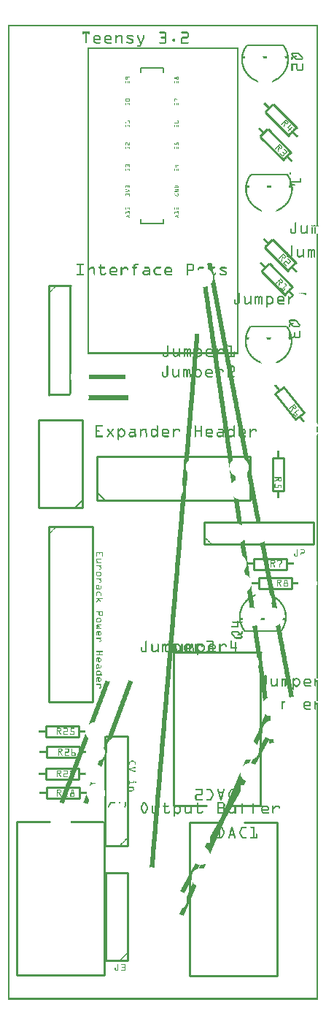
<source format=gto>
G04 MADE WITH FRITZING*
G04 WWW.FRITZING.ORG*
G04 DOUBLE SIDED*
G04 HOLES PLATED*
G04 CONTOUR ON CENTER OF CONTOUR VECTOR*
%ASAXBY*%
%FSLAX23Y23*%
%MOIN*%
%OFA0B0*%
%SFA1.0B1.0*%
%ADD10C,0.010000*%
%ADD11C,0.005000*%
%ADD12C,0.008000*%
%ADD13C,0.006944*%
%ADD14R,0.001000X0.001000*%
%LNSILK1*%
G90*
G70*
G54D10*
X187Y3260D02*
X187Y2760D01*
D02*
X287Y3260D02*
X187Y3260D01*
D02*
X408Y2280D02*
X1108Y2280D01*
D02*
X1108Y2280D02*
X1108Y2480D01*
D02*
X1108Y2480D02*
X408Y2480D01*
D02*
X408Y2480D02*
X408Y2280D01*
G54D11*
D02*
X443Y2280D02*
X408Y2315D01*
G54D10*
D02*
X187Y2159D02*
X187Y1359D01*
D02*
X187Y1359D02*
X387Y1359D01*
D02*
X387Y1359D02*
X387Y2159D01*
D02*
X387Y2159D02*
X187Y2159D01*
D02*
X39Y812D02*
X39Y112D01*
D02*
X39Y112D02*
X439Y112D01*
D02*
X439Y112D02*
X439Y812D01*
D02*
X39Y812D02*
X189Y812D01*
D02*
X342Y2245D02*
X342Y2645D01*
D02*
X342Y2645D02*
X142Y2645D01*
D02*
X142Y2645D02*
X142Y2245D01*
D02*
X142Y2245D02*
X342Y2245D01*
G54D11*
D02*
X342Y2280D02*
X307Y2245D01*
G54D12*
D02*
X1259Y4356D02*
X1094Y4356D01*
D02*
X1277Y3766D02*
X1112Y3766D01*
D02*
X1083Y1682D02*
X1248Y1682D01*
D02*
X1275Y3072D02*
X1110Y3072D01*
G54D10*
D02*
X1259Y3831D02*
X1153Y3937D01*
D02*
X1189Y3973D02*
X1295Y3867D01*
D02*
X1267Y3217D02*
X1161Y3323D01*
D02*
X1196Y3358D02*
X1302Y3252D01*
D02*
X1275Y1964D02*
X1125Y1964D01*
D02*
X1125Y1964D02*
X1125Y2014D01*
D02*
X1125Y2014D02*
X1275Y2014D01*
D02*
X1275Y2014D02*
X1275Y1964D01*
D02*
X1212Y2321D02*
X1212Y2471D01*
D02*
X1212Y2471D02*
X1262Y2471D01*
D02*
X1262Y2471D02*
X1262Y2321D01*
D02*
X1262Y2321D02*
X1212Y2321D01*
D02*
X1213Y4086D02*
X1319Y3980D01*
D02*
X1284Y3944D02*
X1178Y4050D01*
D02*
X1210Y3468D02*
X1316Y3362D01*
D02*
X1281Y3327D02*
X1175Y3433D01*
D02*
X1146Y1925D02*
X1296Y1925D01*
D02*
X1296Y1925D02*
X1296Y1875D01*
D02*
X1296Y1875D02*
X1146Y1875D01*
D02*
X1146Y1875D02*
X1146Y1925D01*
D02*
X1261Y2797D02*
X1353Y2678D01*
D02*
X1353Y2678D02*
X1314Y2648D01*
D02*
X1314Y2648D02*
X1221Y2766D01*
D02*
X1221Y2766D02*
X1261Y2797D01*
D02*
X328Y919D02*
X178Y919D01*
D02*
X178Y919D02*
X178Y969D01*
D02*
X178Y969D02*
X328Y969D01*
D02*
X328Y969D02*
X328Y919D01*
D02*
X325Y1006D02*
X175Y1006D01*
D02*
X175Y1006D02*
X175Y1056D01*
D02*
X175Y1056D02*
X325Y1056D01*
D02*
X325Y1056D02*
X325Y1006D01*
D02*
X327Y1105D02*
X177Y1105D01*
D02*
X177Y1105D02*
X177Y1155D01*
D02*
X177Y1155D02*
X327Y1155D01*
D02*
X327Y1155D02*
X327Y1105D01*
D02*
X323Y1199D02*
X173Y1199D01*
D02*
X173Y1199D02*
X173Y1249D01*
D02*
X173Y1249D02*
X323Y1249D01*
D02*
X323Y1249D02*
X323Y1199D01*
D02*
X1156Y1587D02*
X756Y1587D01*
D02*
X756Y1587D02*
X756Y887D01*
D02*
X1156Y887D02*
X1006Y887D01*
D02*
X906Y887D02*
X756Y887D01*
D02*
X832Y808D02*
X832Y108D01*
D02*
X832Y108D02*
X1232Y108D01*
D02*
X1232Y108D02*
X1232Y808D01*
D02*
X832Y808D02*
X982Y808D01*
D02*
X1082Y808D02*
X1232Y808D01*
D02*
X547Y178D02*
X547Y578D01*
D02*
X547Y578D02*
X447Y578D01*
D02*
X447Y578D02*
X447Y178D01*
D02*
X447Y178D02*
X547Y178D01*
D02*
X897Y2078D02*
X1397Y2078D01*
D02*
X1397Y2078D02*
X1397Y2178D01*
D02*
X1397Y2178D02*
X897Y2178D01*
D02*
X897Y2178D02*
X897Y2078D01*
D02*
X547Y703D02*
X547Y1203D01*
D02*
X547Y1203D02*
X447Y1203D01*
D02*
X447Y703D02*
X547Y703D01*
G54D13*
X710Y3561D02*
X710Y3543D01*
X608Y3543D01*
X608Y3561D01*
D02*
X608Y4233D02*
X608Y4253D01*
X710Y4253D01*
X710Y4233D01*
D02*
G54D14*
X0Y4450D02*
X1418Y4450D01*
X0Y4449D02*
X1418Y4449D01*
X0Y4448D02*
X1418Y4448D01*
X0Y4447D02*
X1418Y4447D01*
X0Y4446D02*
X1418Y4446D01*
X0Y4445D02*
X1418Y4445D01*
X0Y4444D02*
X1418Y4444D01*
X0Y4443D02*
X1418Y4443D01*
X0Y4442D02*
X7Y4442D01*
X1411Y4442D02*
X1418Y4442D01*
X0Y4441D02*
X7Y4441D01*
X1411Y4441D02*
X1418Y4441D01*
X0Y4440D02*
X7Y4440D01*
X1411Y4440D02*
X1418Y4440D01*
X0Y4439D02*
X7Y4439D01*
X1411Y4439D02*
X1418Y4439D01*
X0Y4438D02*
X7Y4438D01*
X1411Y4438D02*
X1418Y4438D01*
X0Y4437D02*
X7Y4437D01*
X1411Y4437D02*
X1418Y4437D01*
X0Y4436D02*
X7Y4436D01*
X1411Y4436D02*
X1418Y4436D01*
X0Y4435D02*
X7Y4435D01*
X1411Y4435D02*
X1418Y4435D01*
X0Y4434D02*
X7Y4434D01*
X1411Y4434D02*
X1418Y4434D01*
X0Y4433D02*
X7Y4433D01*
X1411Y4433D02*
X1418Y4433D01*
X0Y4432D02*
X7Y4432D01*
X1411Y4432D02*
X1418Y4432D01*
X0Y4431D02*
X7Y4431D01*
X1411Y4431D02*
X1418Y4431D01*
X0Y4430D02*
X7Y4430D01*
X1411Y4430D02*
X1418Y4430D01*
X0Y4429D02*
X7Y4429D01*
X1411Y4429D02*
X1418Y4429D01*
X0Y4428D02*
X7Y4428D01*
X1411Y4428D02*
X1418Y4428D01*
X0Y4427D02*
X7Y4427D01*
X1411Y4427D02*
X1418Y4427D01*
X0Y4426D02*
X7Y4426D01*
X1411Y4426D02*
X1418Y4426D01*
X0Y4425D02*
X7Y4425D01*
X1411Y4425D02*
X1418Y4425D01*
X0Y4424D02*
X7Y4424D01*
X1411Y4424D02*
X1418Y4424D01*
X0Y4423D02*
X7Y4423D01*
X1411Y4423D02*
X1418Y4423D01*
X0Y4422D02*
X7Y4422D01*
X1411Y4422D02*
X1418Y4422D01*
X0Y4421D02*
X7Y4421D01*
X1411Y4421D02*
X1418Y4421D01*
X0Y4420D02*
X7Y4420D01*
X1411Y4420D02*
X1418Y4420D01*
X0Y4419D02*
X7Y4419D01*
X1411Y4419D02*
X1418Y4419D01*
X0Y4418D02*
X7Y4418D01*
X341Y4418D02*
X373Y4418D01*
X695Y4418D02*
X718Y4418D01*
X796Y4418D02*
X819Y4418D01*
X1411Y4418D02*
X1418Y4418D01*
X0Y4417D02*
X7Y4417D01*
X340Y4417D02*
X374Y4417D01*
X693Y4417D02*
X722Y4417D01*
X793Y4417D02*
X822Y4417D01*
X1411Y4417D02*
X1418Y4417D01*
X0Y4416D02*
X7Y4416D01*
X340Y4416D02*
X374Y4416D01*
X692Y4416D02*
X723Y4416D01*
X792Y4416D02*
X823Y4416D01*
X1411Y4416D02*
X1418Y4416D01*
X0Y4415D02*
X7Y4415D01*
X340Y4415D02*
X374Y4415D01*
X692Y4415D02*
X724Y4415D01*
X792Y4415D02*
X824Y4415D01*
X1411Y4415D02*
X1418Y4415D01*
X0Y4414D02*
X7Y4414D01*
X340Y4414D02*
X374Y4414D01*
X692Y4414D02*
X725Y4414D01*
X792Y4414D02*
X825Y4414D01*
X1411Y4414D02*
X1418Y4414D01*
X0Y4413D02*
X7Y4413D01*
X340Y4413D02*
X374Y4413D01*
X692Y4413D02*
X725Y4413D01*
X792Y4413D02*
X825Y4413D01*
X1411Y4413D02*
X1418Y4413D01*
X0Y4412D02*
X7Y4412D01*
X340Y4412D02*
X374Y4412D01*
X693Y4412D02*
X725Y4412D01*
X793Y4412D02*
X826Y4412D01*
X1411Y4412D02*
X1418Y4412D01*
X0Y4411D02*
X7Y4411D01*
X340Y4411D02*
X374Y4411D01*
X695Y4411D02*
X725Y4411D01*
X796Y4411D02*
X826Y4411D01*
X1411Y4411D02*
X1418Y4411D01*
X0Y4410D02*
X7Y4410D01*
X340Y4410D02*
X346Y4410D01*
X354Y4410D02*
X360Y4410D01*
X368Y4410D02*
X374Y4410D01*
X719Y4410D02*
X725Y4410D01*
X820Y4410D02*
X826Y4410D01*
X1411Y4410D02*
X1418Y4410D01*
X0Y4409D02*
X7Y4409D01*
X340Y4409D02*
X346Y4409D01*
X354Y4409D02*
X360Y4409D01*
X368Y4409D02*
X374Y4409D01*
X719Y4409D02*
X725Y4409D01*
X820Y4409D02*
X826Y4409D01*
X1411Y4409D02*
X1418Y4409D01*
X0Y4408D02*
X7Y4408D01*
X340Y4408D02*
X346Y4408D01*
X354Y4408D02*
X360Y4408D01*
X368Y4408D02*
X374Y4408D01*
X719Y4408D02*
X725Y4408D01*
X820Y4408D02*
X826Y4408D01*
X1411Y4408D02*
X1418Y4408D01*
X0Y4407D02*
X7Y4407D01*
X341Y4407D02*
X346Y4407D01*
X354Y4407D02*
X360Y4407D01*
X368Y4407D02*
X373Y4407D01*
X719Y4407D02*
X725Y4407D01*
X820Y4407D02*
X826Y4407D01*
X1411Y4407D02*
X1418Y4407D01*
X0Y4406D02*
X7Y4406D01*
X342Y4406D02*
X345Y4406D01*
X354Y4406D02*
X360Y4406D01*
X369Y4406D02*
X373Y4406D01*
X719Y4406D02*
X725Y4406D01*
X820Y4406D02*
X826Y4406D01*
X1411Y4406D02*
X1418Y4406D01*
X0Y4405D02*
X7Y4405D01*
X354Y4405D02*
X360Y4405D01*
X719Y4405D02*
X725Y4405D01*
X820Y4405D02*
X826Y4405D01*
X1411Y4405D02*
X1418Y4405D01*
X0Y4404D02*
X7Y4404D01*
X354Y4404D02*
X360Y4404D01*
X719Y4404D02*
X725Y4404D01*
X820Y4404D02*
X826Y4404D01*
X1411Y4404D02*
X1418Y4404D01*
X0Y4403D02*
X7Y4403D01*
X354Y4403D02*
X360Y4403D01*
X401Y4403D02*
X413Y4403D01*
X451Y4403D02*
X464Y4403D01*
X493Y4403D02*
X495Y4403D01*
X508Y4403D02*
X516Y4403D01*
X549Y4403D02*
X567Y4403D01*
X593Y4403D02*
X595Y4403D01*
X621Y4403D02*
X623Y4403D01*
X719Y4403D02*
X725Y4403D01*
X820Y4403D02*
X826Y4403D01*
X1411Y4403D02*
X1418Y4403D01*
X0Y4402D02*
X7Y4402D01*
X354Y4402D02*
X360Y4402D01*
X398Y4402D02*
X416Y4402D01*
X449Y4402D02*
X466Y4402D01*
X492Y4402D02*
X496Y4402D01*
X505Y4402D02*
X518Y4402D01*
X546Y4402D02*
X570Y4402D01*
X592Y4402D02*
X596Y4402D01*
X620Y4402D02*
X624Y4402D01*
X719Y4402D02*
X725Y4402D01*
X820Y4402D02*
X826Y4402D01*
X1411Y4402D02*
X1418Y4402D01*
X0Y4401D02*
X7Y4401D01*
X354Y4401D02*
X360Y4401D01*
X397Y4401D02*
X418Y4401D01*
X447Y4401D02*
X468Y4401D01*
X491Y4401D02*
X497Y4401D01*
X504Y4401D02*
X520Y4401D01*
X545Y4401D02*
X571Y4401D01*
X592Y4401D02*
X597Y4401D01*
X619Y4401D02*
X625Y4401D01*
X719Y4401D02*
X725Y4401D01*
X820Y4401D02*
X826Y4401D01*
X1411Y4401D02*
X1418Y4401D01*
X0Y4400D02*
X7Y4400D01*
X354Y4400D02*
X360Y4400D01*
X396Y4400D02*
X419Y4400D01*
X446Y4400D02*
X469Y4400D01*
X491Y4400D02*
X497Y4400D01*
X502Y4400D02*
X521Y4400D01*
X544Y4400D02*
X572Y4400D01*
X591Y4400D02*
X597Y4400D01*
X619Y4400D02*
X625Y4400D01*
X719Y4400D02*
X725Y4400D01*
X820Y4400D02*
X826Y4400D01*
X1411Y4400D02*
X1418Y4400D01*
X0Y4399D02*
X7Y4399D01*
X354Y4399D02*
X360Y4399D01*
X395Y4399D02*
X420Y4399D01*
X445Y4399D02*
X470Y4399D01*
X491Y4399D02*
X497Y4399D01*
X500Y4399D02*
X522Y4399D01*
X543Y4399D02*
X573Y4399D01*
X591Y4399D02*
X597Y4399D01*
X619Y4399D02*
X625Y4399D01*
X719Y4399D02*
X725Y4399D01*
X820Y4399D02*
X826Y4399D01*
X1411Y4399D02*
X1418Y4399D01*
X0Y4398D02*
X7Y4398D01*
X354Y4398D02*
X360Y4398D01*
X393Y4398D02*
X421Y4398D01*
X444Y4398D02*
X471Y4398D01*
X491Y4398D02*
X497Y4398D01*
X499Y4398D02*
X522Y4398D01*
X543Y4398D02*
X574Y4398D01*
X591Y4398D02*
X597Y4398D01*
X619Y4398D02*
X625Y4398D01*
X719Y4398D02*
X725Y4398D01*
X820Y4398D02*
X826Y4398D01*
X1411Y4398D02*
X1418Y4398D01*
X0Y4397D02*
X7Y4397D01*
X354Y4397D02*
X360Y4397D01*
X393Y4397D02*
X422Y4397D01*
X443Y4397D02*
X472Y4397D01*
X491Y4397D02*
X523Y4397D01*
X542Y4397D02*
X574Y4397D01*
X591Y4397D02*
X597Y4397D01*
X619Y4397D02*
X625Y4397D01*
X719Y4397D02*
X725Y4397D01*
X820Y4397D02*
X826Y4397D01*
X1411Y4397D02*
X1418Y4397D01*
X0Y4396D02*
X7Y4396D01*
X354Y4396D02*
X360Y4396D01*
X392Y4396D02*
X401Y4396D01*
X413Y4396D02*
X423Y4396D01*
X442Y4396D02*
X451Y4396D01*
X463Y4396D02*
X473Y4396D01*
X491Y4396D02*
X508Y4396D01*
X515Y4396D02*
X523Y4396D01*
X542Y4396D02*
X549Y4396D01*
X567Y4396D02*
X574Y4396D01*
X591Y4396D02*
X597Y4396D01*
X619Y4396D02*
X625Y4396D01*
X719Y4396D02*
X725Y4396D01*
X820Y4396D02*
X826Y4396D01*
X1411Y4396D02*
X1418Y4396D01*
X0Y4395D02*
X7Y4395D01*
X354Y4395D02*
X360Y4395D01*
X391Y4395D02*
X400Y4395D01*
X415Y4395D02*
X423Y4395D01*
X442Y4395D02*
X450Y4395D01*
X465Y4395D02*
X473Y4395D01*
X491Y4395D02*
X506Y4395D01*
X517Y4395D02*
X523Y4395D01*
X542Y4395D02*
X548Y4395D01*
X568Y4395D02*
X573Y4395D01*
X591Y4395D02*
X597Y4395D01*
X619Y4395D02*
X625Y4395D01*
X717Y4395D02*
X725Y4395D01*
X820Y4395D02*
X826Y4395D01*
X1411Y4395D02*
X1418Y4395D01*
X0Y4394D02*
X7Y4394D01*
X354Y4394D02*
X360Y4394D01*
X391Y4394D02*
X398Y4394D01*
X416Y4394D02*
X423Y4394D01*
X441Y4394D02*
X449Y4394D01*
X466Y4394D02*
X474Y4394D01*
X491Y4394D02*
X505Y4394D01*
X517Y4394D02*
X523Y4394D01*
X542Y4394D02*
X548Y4394D01*
X570Y4394D02*
X572Y4394D01*
X591Y4394D02*
X598Y4394D01*
X618Y4394D02*
X625Y4394D01*
X700Y4394D02*
X724Y4394D01*
X797Y4394D02*
X826Y4394D01*
X1411Y4394D02*
X1418Y4394D01*
X0Y4393D02*
X7Y4393D01*
X354Y4393D02*
X360Y4393D01*
X391Y4393D02*
X397Y4393D01*
X417Y4393D02*
X424Y4393D01*
X441Y4393D02*
X448Y4393D01*
X467Y4393D02*
X474Y4393D01*
X491Y4393D02*
X503Y4393D01*
X517Y4393D02*
X524Y4393D01*
X542Y4393D02*
X548Y4393D01*
X591Y4393D02*
X598Y4393D01*
X618Y4393D02*
X625Y4393D01*
X699Y4393D02*
X724Y4393D01*
X795Y4393D02*
X825Y4393D01*
X1411Y4393D02*
X1418Y4393D01*
X0Y4392D02*
X7Y4392D01*
X354Y4392D02*
X360Y4392D01*
X391Y4392D02*
X397Y4392D01*
X418Y4392D02*
X424Y4392D01*
X441Y4392D02*
X447Y4392D01*
X468Y4392D02*
X474Y4392D01*
X491Y4392D02*
X502Y4392D01*
X518Y4392D02*
X524Y4392D01*
X542Y4392D02*
X550Y4392D01*
X592Y4392D02*
X598Y4392D01*
X618Y4392D02*
X624Y4392D01*
X699Y4392D02*
X723Y4392D01*
X794Y4392D02*
X825Y4392D01*
X1411Y4392D02*
X1418Y4392D01*
X0Y4391D02*
X7Y4391D01*
X354Y4391D02*
X360Y4391D01*
X391Y4391D02*
X397Y4391D01*
X418Y4391D02*
X424Y4391D01*
X441Y4391D02*
X447Y4391D01*
X468Y4391D02*
X474Y4391D01*
X491Y4391D02*
X500Y4391D01*
X518Y4391D02*
X524Y4391D01*
X543Y4391D02*
X553Y4391D01*
X592Y4391D02*
X599Y4391D01*
X617Y4391D02*
X624Y4391D01*
X699Y4391D02*
X723Y4391D01*
X793Y4391D02*
X825Y4391D01*
X1411Y4391D02*
X1418Y4391D01*
X0Y4390D02*
X7Y4390D01*
X354Y4390D02*
X360Y4390D01*
X390Y4390D02*
X396Y4390D01*
X418Y4390D02*
X424Y4390D01*
X441Y4390D02*
X447Y4390D01*
X468Y4390D02*
X474Y4390D01*
X491Y4390D02*
X498Y4390D01*
X518Y4390D02*
X524Y4390D01*
X543Y4390D02*
X555Y4390D01*
X593Y4390D02*
X599Y4390D01*
X617Y4390D02*
X623Y4390D01*
X699Y4390D02*
X723Y4390D01*
X793Y4390D02*
X824Y4390D01*
X1411Y4390D02*
X1418Y4390D01*
X0Y4389D02*
X7Y4389D01*
X354Y4389D02*
X360Y4389D01*
X390Y4389D02*
X396Y4389D01*
X418Y4389D02*
X424Y4389D01*
X441Y4389D02*
X447Y4389D01*
X468Y4389D02*
X474Y4389D01*
X491Y4389D02*
X497Y4389D01*
X518Y4389D02*
X524Y4389D01*
X544Y4389D02*
X557Y4389D01*
X593Y4389D02*
X600Y4389D01*
X616Y4389D02*
X623Y4389D01*
X699Y4389D02*
X724Y4389D01*
X792Y4389D02*
X823Y4389D01*
X1411Y4389D02*
X1418Y4389D01*
X0Y4388D02*
X7Y4388D01*
X354Y4388D02*
X360Y4388D01*
X390Y4388D02*
X396Y4388D01*
X418Y4388D02*
X424Y4388D01*
X441Y4388D02*
X447Y4388D01*
X468Y4388D02*
X474Y4388D01*
X491Y4388D02*
X497Y4388D01*
X518Y4388D02*
X524Y4388D01*
X545Y4388D02*
X560Y4388D01*
X593Y4388D02*
X600Y4388D01*
X616Y4388D02*
X623Y4388D01*
X700Y4388D02*
X724Y4388D01*
X792Y4388D02*
X821Y4388D01*
X1411Y4388D02*
X1418Y4388D01*
X0Y4387D02*
X7Y4387D01*
X354Y4387D02*
X360Y4387D01*
X390Y4387D02*
X396Y4387D01*
X418Y4387D02*
X424Y4387D01*
X441Y4387D02*
X447Y4387D01*
X468Y4387D02*
X474Y4387D01*
X491Y4387D02*
X497Y4387D01*
X518Y4387D02*
X524Y4387D01*
X546Y4387D02*
X562Y4387D01*
X594Y4387D02*
X601Y4387D01*
X615Y4387D02*
X622Y4387D01*
X717Y4387D02*
X725Y4387D01*
X792Y4387D02*
X798Y4387D01*
X1411Y4387D02*
X1418Y4387D01*
X0Y4386D02*
X7Y4386D01*
X354Y4386D02*
X360Y4386D01*
X390Y4386D02*
X397Y4386D01*
X418Y4386D02*
X424Y4386D01*
X441Y4386D02*
X447Y4386D01*
X468Y4386D02*
X474Y4386D01*
X491Y4386D02*
X497Y4386D01*
X518Y4386D02*
X524Y4386D01*
X548Y4386D02*
X564Y4386D01*
X594Y4386D02*
X601Y4386D01*
X615Y4386D02*
X622Y4386D01*
X718Y4386D02*
X725Y4386D01*
X792Y4386D02*
X798Y4386D01*
X1411Y4386D02*
X1418Y4386D01*
X0Y4385D02*
X7Y4385D01*
X354Y4385D02*
X360Y4385D01*
X390Y4385D02*
X424Y4385D01*
X441Y4385D02*
X474Y4385D01*
X491Y4385D02*
X497Y4385D01*
X518Y4385D02*
X524Y4385D01*
X550Y4385D02*
X567Y4385D01*
X595Y4385D02*
X601Y4385D01*
X615Y4385D02*
X621Y4385D01*
X719Y4385D02*
X725Y4385D01*
X754Y4385D02*
X763Y4385D01*
X792Y4385D02*
X798Y4385D01*
X1411Y4385D02*
X1418Y4385D01*
X0Y4384D02*
X7Y4384D01*
X354Y4384D02*
X360Y4384D01*
X390Y4384D02*
X424Y4384D01*
X441Y4384D02*
X474Y4384D01*
X491Y4384D02*
X497Y4384D01*
X518Y4384D02*
X524Y4384D01*
X552Y4384D02*
X569Y4384D01*
X595Y4384D02*
X602Y4384D01*
X614Y4384D02*
X621Y4384D01*
X719Y4384D02*
X725Y4384D01*
X753Y4384D02*
X764Y4384D01*
X792Y4384D02*
X798Y4384D01*
X1411Y4384D02*
X1418Y4384D01*
X0Y4383D02*
X7Y4383D01*
X354Y4383D02*
X360Y4383D01*
X390Y4383D02*
X424Y4383D01*
X441Y4383D02*
X474Y4383D01*
X491Y4383D02*
X497Y4383D01*
X518Y4383D02*
X524Y4383D01*
X555Y4383D02*
X570Y4383D01*
X596Y4383D02*
X602Y4383D01*
X614Y4383D02*
X620Y4383D01*
X719Y4383D02*
X725Y4383D01*
X752Y4383D02*
X765Y4383D01*
X792Y4383D02*
X798Y4383D01*
X1411Y4383D02*
X1418Y4383D01*
X0Y4382D02*
X7Y4382D01*
X354Y4382D02*
X360Y4382D01*
X390Y4382D02*
X424Y4382D01*
X441Y4382D02*
X474Y4382D01*
X491Y4382D02*
X497Y4382D01*
X518Y4382D02*
X524Y4382D01*
X557Y4382D02*
X571Y4382D01*
X596Y4382D02*
X603Y4382D01*
X613Y4382D02*
X620Y4382D01*
X719Y4382D02*
X725Y4382D01*
X752Y4382D02*
X765Y4382D01*
X792Y4382D02*
X798Y4382D01*
X1411Y4382D02*
X1418Y4382D01*
X0Y4381D02*
X7Y4381D01*
X354Y4381D02*
X360Y4381D01*
X390Y4381D02*
X424Y4381D01*
X441Y4381D02*
X474Y4381D01*
X491Y4381D02*
X497Y4381D01*
X518Y4381D02*
X524Y4381D01*
X559Y4381D02*
X572Y4381D01*
X597Y4381D02*
X603Y4381D01*
X613Y4381D02*
X619Y4381D01*
X719Y4381D02*
X725Y4381D01*
X752Y4381D02*
X765Y4381D01*
X792Y4381D02*
X798Y4381D01*
X1411Y4381D02*
X1418Y4381D01*
X0Y4380D02*
X7Y4380D01*
X354Y4380D02*
X360Y4380D01*
X390Y4380D02*
X423Y4380D01*
X441Y4380D02*
X473Y4380D01*
X491Y4380D02*
X497Y4380D01*
X518Y4380D02*
X524Y4380D01*
X561Y4380D02*
X573Y4380D01*
X597Y4380D02*
X604Y4380D01*
X612Y4380D02*
X619Y4380D01*
X719Y4380D02*
X725Y4380D01*
X752Y4380D02*
X765Y4380D01*
X792Y4380D02*
X798Y4380D01*
X1411Y4380D02*
X1418Y4380D01*
X0Y4379D02*
X7Y4379D01*
X354Y4379D02*
X360Y4379D01*
X390Y4379D02*
X422Y4379D01*
X441Y4379D02*
X472Y4379D01*
X491Y4379D02*
X497Y4379D01*
X518Y4379D02*
X524Y4379D01*
X564Y4379D02*
X573Y4379D01*
X597Y4379D02*
X604Y4379D01*
X612Y4379D02*
X619Y4379D01*
X719Y4379D02*
X725Y4379D01*
X752Y4379D02*
X765Y4379D01*
X792Y4379D02*
X798Y4379D01*
X1411Y4379D02*
X1418Y4379D01*
X0Y4378D02*
X7Y4378D01*
X354Y4378D02*
X360Y4378D01*
X390Y4378D02*
X396Y4378D01*
X441Y4378D02*
X447Y4378D01*
X491Y4378D02*
X497Y4378D01*
X518Y4378D02*
X524Y4378D01*
X566Y4378D02*
X574Y4378D01*
X598Y4378D02*
X605Y4378D01*
X611Y4378D02*
X618Y4378D01*
X719Y4378D02*
X725Y4378D01*
X752Y4378D02*
X765Y4378D01*
X792Y4378D02*
X798Y4378D01*
X1411Y4378D02*
X1418Y4378D01*
X0Y4377D02*
X7Y4377D01*
X354Y4377D02*
X360Y4377D01*
X390Y4377D02*
X396Y4377D01*
X441Y4377D02*
X447Y4377D01*
X491Y4377D02*
X497Y4377D01*
X518Y4377D02*
X524Y4377D01*
X568Y4377D02*
X574Y4377D01*
X598Y4377D02*
X605Y4377D01*
X611Y4377D02*
X618Y4377D01*
X719Y4377D02*
X725Y4377D01*
X752Y4377D02*
X765Y4377D01*
X792Y4377D02*
X798Y4377D01*
X1411Y4377D02*
X1418Y4377D01*
X0Y4376D02*
X7Y4376D01*
X354Y4376D02*
X360Y4376D01*
X391Y4376D02*
X397Y4376D01*
X441Y4376D02*
X447Y4376D01*
X491Y4376D02*
X497Y4376D01*
X518Y4376D02*
X524Y4376D01*
X568Y4376D02*
X574Y4376D01*
X599Y4376D02*
X605Y4376D01*
X611Y4376D02*
X617Y4376D01*
X719Y4376D02*
X725Y4376D01*
X752Y4376D02*
X765Y4376D01*
X792Y4376D02*
X798Y4376D01*
X1411Y4376D02*
X1418Y4376D01*
X0Y4375D02*
X7Y4375D01*
X354Y4375D02*
X360Y4375D01*
X391Y4375D02*
X397Y4375D01*
X441Y4375D02*
X447Y4375D01*
X491Y4375D02*
X497Y4375D01*
X518Y4375D02*
X524Y4375D01*
X568Y4375D02*
X575Y4375D01*
X599Y4375D02*
X606Y4375D01*
X610Y4375D02*
X617Y4375D01*
X719Y4375D02*
X725Y4375D01*
X752Y4375D02*
X765Y4375D01*
X792Y4375D02*
X798Y4375D01*
X1411Y4375D02*
X1418Y4375D01*
X0Y4374D02*
X7Y4374D01*
X354Y4374D02*
X360Y4374D01*
X391Y4374D02*
X398Y4374D01*
X441Y4374D02*
X448Y4374D01*
X491Y4374D02*
X497Y4374D01*
X518Y4374D02*
X524Y4374D01*
X568Y4374D02*
X575Y4374D01*
X600Y4374D02*
X606Y4374D01*
X610Y4374D02*
X616Y4374D01*
X719Y4374D02*
X725Y4374D01*
X753Y4374D02*
X764Y4374D01*
X792Y4374D02*
X798Y4374D01*
X1411Y4374D02*
X1418Y4374D01*
X0Y4373D02*
X7Y4373D01*
X354Y4373D02*
X360Y4373D01*
X391Y4373D02*
X399Y4373D01*
X441Y4373D02*
X449Y4373D01*
X491Y4373D02*
X497Y4373D01*
X518Y4373D02*
X524Y4373D01*
X542Y4373D02*
X546Y4373D01*
X568Y4373D02*
X574Y4373D01*
X600Y4373D02*
X616Y4373D01*
X719Y4373D02*
X725Y4373D01*
X754Y4373D02*
X763Y4373D01*
X792Y4373D02*
X798Y4373D01*
X1411Y4373D02*
X1418Y4373D01*
X0Y4372D02*
X7Y4372D01*
X354Y4372D02*
X360Y4372D01*
X391Y4372D02*
X400Y4372D01*
X442Y4372D02*
X450Y4372D01*
X491Y4372D02*
X497Y4372D01*
X518Y4372D02*
X524Y4372D01*
X542Y4372D02*
X547Y4372D01*
X567Y4372D02*
X574Y4372D01*
X601Y4372D02*
X616Y4372D01*
X719Y4372D02*
X725Y4372D01*
X792Y4372D02*
X798Y4372D01*
X1411Y4372D02*
X1418Y4372D01*
X0Y4371D02*
X7Y4371D01*
X354Y4371D02*
X360Y4371D01*
X392Y4371D02*
X402Y4371D01*
X442Y4371D02*
X452Y4371D01*
X491Y4371D02*
X497Y4371D01*
X518Y4371D02*
X524Y4371D01*
X541Y4371D02*
X549Y4371D01*
X566Y4371D02*
X574Y4371D01*
X601Y4371D02*
X615Y4371D01*
X719Y4371D02*
X725Y4371D01*
X792Y4371D02*
X798Y4371D01*
X1411Y4371D02*
X1418Y4371D01*
X0Y4370D02*
X7Y4370D01*
X354Y4370D02*
X360Y4370D01*
X393Y4370D02*
X423Y4370D01*
X443Y4370D02*
X473Y4370D01*
X491Y4370D02*
X497Y4370D01*
X518Y4370D02*
X524Y4370D01*
X541Y4370D02*
X574Y4370D01*
X601Y4370D02*
X615Y4370D01*
X693Y4370D02*
X725Y4370D01*
X792Y4370D02*
X824Y4370D01*
X1411Y4370D02*
X1418Y4370D01*
X0Y4369D02*
X7Y4369D01*
X354Y4369D02*
X360Y4369D01*
X394Y4369D02*
X424Y4369D01*
X444Y4369D02*
X474Y4369D01*
X491Y4369D02*
X497Y4369D01*
X518Y4369D02*
X524Y4369D01*
X541Y4369D02*
X573Y4369D01*
X602Y4369D02*
X614Y4369D01*
X692Y4369D02*
X725Y4369D01*
X792Y4369D02*
X825Y4369D01*
X1411Y4369D02*
X1418Y4369D01*
X0Y4368D02*
X7Y4368D01*
X354Y4368D02*
X360Y4368D01*
X395Y4368D02*
X424Y4368D01*
X445Y4368D02*
X474Y4368D01*
X491Y4368D02*
X497Y4368D01*
X518Y4368D02*
X524Y4368D01*
X542Y4368D02*
X572Y4368D01*
X602Y4368D02*
X614Y4368D01*
X692Y4368D02*
X725Y4368D01*
X792Y4368D02*
X826Y4368D01*
X1411Y4368D02*
X1418Y4368D01*
X0Y4367D02*
X7Y4367D01*
X354Y4367D02*
X360Y4367D01*
X396Y4367D02*
X424Y4367D01*
X446Y4367D02*
X474Y4367D01*
X491Y4367D02*
X497Y4367D01*
X518Y4367D02*
X524Y4367D01*
X543Y4367D02*
X571Y4367D01*
X604Y4367D02*
X613Y4367D01*
X692Y4367D02*
X724Y4367D01*
X792Y4367D02*
X826Y4367D01*
X1411Y4367D02*
X1418Y4367D01*
X0Y4366D02*
X7Y4366D01*
X354Y4366D02*
X360Y4366D01*
X397Y4366D02*
X424Y4366D01*
X447Y4366D02*
X474Y4366D01*
X491Y4366D02*
X497Y4366D01*
X519Y4366D02*
X524Y4366D01*
X544Y4366D02*
X570Y4366D01*
X606Y4366D02*
X613Y4366D01*
X692Y4366D02*
X723Y4366D01*
X792Y4366D02*
X825Y4366D01*
X1411Y4366D02*
X1418Y4366D01*
X0Y4365D02*
X7Y4365D01*
X355Y4365D02*
X359Y4365D01*
X399Y4365D02*
X423Y4365D01*
X449Y4365D02*
X473Y4365D01*
X492Y4365D02*
X496Y4365D01*
X519Y4365D02*
X523Y4365D01*
X546Y4365D02*
X569Y4365D01*
X606Y4365D02*
X612Y4365D01*
X693Y4365D02*
X722Y4365D01*
X792Y4365D02*
X825Y4365D01*
X1411Y4365D02*
X1418Y4365D01*
X0Y4364D02*
X7Y4364D01*
X357Y4364D02*
X357Y4364D01*
X402Y4364D02*
X421Y4364D01*
X452Y4364D02*
X472Y4364D01*
X494Y4364D02*
X494Y4364D01*
X521Y4364D02*
X522Y4364D01*
X550Y4364D02*
X566Y4364D01*
X605Y4364D02*
X612Y4364D01*
X694Y4364D02*
X720Y4364D01*
X792Y4364D02*
X823Y4364D01*
X1411Y4364D02*
X1418Y4364D01*
X0Y4363D02*
X7Y4363D01*
X605Y4363D02*
X612Y4363D01*
X1411Y4363D02*
X1418Y4363D01*
X0Y4362D02*
X7Y4362D01*
X604Y4362D02*
X611Y4362D01*
X1411Y4362D02*
X1418Y4362D01*
X0Y4361D02*
X7Y4361D01*
X604Y4361D02*
X611Y4361D01*
X1411Y4361D02*
X1418Y4361D01*
X0Y4360D02*
X7Y4360D01*
X604Y4360D02*
X610Y4360D01*
X1411Y4360D02*
X1418Y4360D01*
X0Y4359D02*
X7Y4359D01*
X603Y4359D02*
X610Y4359D01*
X1411Y4359D02*
X1418Y4359D01*
X0Y4358D02*
X7Y4358D01*
X603Y4358D02*
X609Y4358D01*
X1090Y4358D02*
X1090Y4358D01*
X1260Y4358D02*
X1261Y4358D01*
X1411Y4358D02*
X1418Y4358D01*
X0Y4357D02*
X7Y4357D01*
X602Y4357D02*
X609Y4357D01*
X1089Y4357D02*
X1092Y4357D01*
X1259Y4357D02*
X1262Y4357D01*
X1411Y4357D02*
X1418Y4357D01*
X0Y4356D02*
X7Y4356D01*
X594Y4356D02*
X609Y4356D01*
X1088Y4356D02*
X1093Y4356D01*
X1258Y4356D02*
X1263Y4356D01*
X1411Y4356D02*
X1418Y4356D01*
X0Y4355D02*
X7Y4355D01*
X592Y4355D02*
X608Y4355D01*
X1087Y4355D02*
X1094Y4355D01*
X1257Y4355D02*
X1263Y4355D01*
X1411Y4355D02*
X1418Y4355D01*
X0Y4354D02*
X7Y4354D01*
X592Y4354D02*
X608Y4354D01*
X1087Y4354D02*
X1095Y4354D01*
X1255Y4354D02*
X1264Y4354D01*
X1411Y4354D02*
X1418Y4354D01*
X0Y4353D02*
X7Y4353D01*
X591Y4353D02*
X607Y4353D01*
X1086Y4353D02*
X1095Y4353D01*
X1256Y4353D02*
X1265Y4353D01*
X1411Y4353D02*
X1418Y4353D01*
X0Y4352D02*
X7Y4352D01*
X591Y4352D02*
X607Y4352D01*
X1085Y4352D02*
X1094Y4352D01*
X1257Y4352D02*
X1265Y4352D01*
X1411Y4352D02*
X1418Y4352D01*
X0Y4351D02*
X7Y4351D01*
X592Y4351D02*
X606Y4351D01*
X1085Y4351D02*
X1093Y4351D01*
X1257Y4351D02*
X1266Y4351D01*
X1411Y4351D02*
X1418Y4351D01*
X0Y4350D02*
X7Y4350D01*
X593Y4350D02*
X606Y4350D01*
X1084Y4350D02*
X1093Y4350D01*
X1258Y4350D02*
X1267Y4350D01*
X1411Y4350D02*
X1418Y4350D01*
X0Y4349D02*
X7Y4349D01*
X1083Y4349D02*
X1092Y4349D01*
X1259Y4349D02*
X1267Y4349D01*
X1411Y4349D02*
X1418Y4349D01*
X0Y4348D02*
X7Y4348D01*
X1083Y4348D02*
X1091Y4348D01*
X1260Y4348D02*
X1268Y4348D01*
X1411Y4348D02*
X1418Y4348D01*
X0Y4347D02*
X7Y4347D01*
X1082Y4347D02*
X1091Y4347D01*
X1260Y4347D02*
X1269Y4347D01*
X1411Y4347D02*
X1418Y4347D01*
X0Y4346D02*
X7Y4346D01*
X1082Y4346D02*
X1090Y4346D01*
X1261Y4346D02*
X1269Y4346D01*
X1411Y4346D02*
X1418Y4346D01*
X0Y4345D02*
X7Y4345D01*
X365Y4345D02*
X1053Y4345D01*
X1081Y4345D02*
X1089Y4345D01*
X1262Y4345D02*
X1270Y4345D01*
X1411Y4345D02*
X1418Y4345D01*
X0Y4344D02*
X7Y4344D01*
X364Y4344D02*
X1054Y4344D01*
X1081Y4344D02*
X1089Y4344D01*
X1262Y4344D02*
X1270Y4344D01*
X1411Y4344D02*
X1418Y4344D01*
X0Y4343D02*
X7Y4343D01*
X364Y4343D02*
X1054Y4343D01*
X1080Y4343D02*
X1088Y4343D01*
X1263Y4343D02*
X1271Y4343D01*
X1411Y4343D02*
X1418Y4343D01*
X0Y4342D02*
X7Y4342D01*
X364Y4342D02*
X1054Y4342D01*
X1079Y4342D02*
X1088Y4342D01*
X1263Y4342D02*
X1271Y4342D01*
X1411Y4342D02*
X1418Y4342D01*
X0Y4341D02*
X7Y4341D01*
X364Y4341D02*
X1054Y4341D01*
X1079Y4341D02*
X1087Y4341D01*
X1264Y4341D02*
X1272Y4341D01*
X1411Y4341D02*
X1418Y4341D01*
X0Y4340D02*
X7Y4340D01*
X364Y4340D02*
X1054Y4340D01*
X1078Y4340D02*
X1086Y4340D01*
X1264Y4340D02*
X1272Y4340D01*
X1411Y4340D02*
X1418Y4340D01*
X0Y4339D02*
X7Y4339D01*
X364Y4339D02*
X1054Y4339D01*
X1078Y4339D02*
X1086Y4339D01*
X1265Y4339D02*
X1273Y4339D01*
X1411Y4339D02*
X1418Y4339D01*
X0Y4338D02*
X7Y4338D01*
X364Y4338D02*
X371Y4338D01*
X1047Y4338D02*
X1054Y4338D01*
X1077Y4338D02*
X1085Y4338D01*
X1266Y4338D02*
X1273Y4338D01*
X1411Y4338D02*
X1418Y4338D01*
X0Y4337D02*
X7Y4337D01*
X364Y4337D02*
X370Y4337D01*
X1048Y4337D02*
X1054Y4337D01*
X1077Y4337D02*
X1085Y4337D01*
X1266Y4337D02*
X1274Y4337D01*
X1411Y4337D02*
X1418Y4337D01*
X0Y4336D02*
X7Y4336D01*
X364Y4336D02*
X370Y4336D01*
X1048Y4336D02*
X1054Y4336D01*
X1077Y4336D02*
X1084Y4336D01*
X1267Y4336D02*
X1274Y4336D01*
X1411Y4336D02*
X1418Y4336D01*
X0Y4335D02*
X7Y4335D01*
X364Y4335D02*
X370Y4335D01*
X1048Y4335D02*
X1054Y4335D01*
X1076Y4335D02*
X1084Y4335D01*
X1267Y4335D02*
X1275Y4335D01*
X1411Y4335D02*
X1418Y4335D01*
X0Y4334D02*
X7Y4334D01*
X364Y4334D02*
X370Y4334D01*
X1048Y4334D02*
X1054Y4334D01*
X1076Y4334D02*
X1083Y4334D01*
X1268Y4334D02*
X1275Y4334D01*
X1411Y4334D02*
X1418Y4334D01*
X0Y4333D02*
X7Y4333D01*
X364Y4333D02*
X370Y4333D01*
X1048Y4333D02*
X1054Y4333D01*
X1075Y4333D02*
X1083Y4333D01*
X1268Y4333D02*
X1276Y4333D01*
X1411Y4333D02*
X1418Y4333D01*
X0Y4332D02*
X7Y4332D01*
X364Y4332D02*
X370Y4332D01*
X1048Y4332D02*
X1054Y4332D01*
X1075Y4332D02*
X1082Y4332D01*
X1268Y4332D02*
X1276Y4332D01*
X1411Y4332D02*
X1418Y4332D01*
X0Y4331D02*
X7Y4331D01*
X364Y4331D02*
X370Y4331D01*
X1048Y4331D02*
X1054Y4331D01*
X1074Y4331D02*
X1082Y4331D01*
X1269Y4331D02*
X1276Y4331D01*
X1411Y4331D02*
X1418Y4331D01*
X0Y4330D02*
X7Y4330D01*
X364Y4330D02*
X370Y4330D01*
X1048Y4330D02*
X1054Y4330D01*
X1074Y4330D02*
X1082Y4330D01*
X1269Y4330D02*
X1277Y4330D01*
X1411Y4330D02*
X1418Y4330D01*
X0Y4329D02*
X7Y4329D01*
X364Y4329D02*
X370Y4329D01*
X1048Y4329D02*
X1054Y4329D01*
X1074Y4329D02*
X1081Y4329D01*
X1270Y4329D02*
X1277Y4329D01*
X1411Y4329D02*
X1418Y4329D01*
X0Y4328D02*
X7Y4328D01*
X364Y4328D02*
X370Y4328D01*
X1048Y4328D02*
X1054Y4328D01*
X1073Y4328D02*
X1081Y4328D01*
X1270Y4328D02*
X1277Y4328D01*
X1411Y4328D02*
X1418Y4328D01*
X0Y4327D02*
X7Y4327D01*
X364Y4327D02*
X370Y4327D01*
X1048Y4327D02*
X1054Y4327D01*
X1073Y4327D02*
X1080Y4327D01*
X1271Y4327D02*
X1278Y4327D01*
X1411Y4327D02*
X1418Y4327D01*
X0Y4326D02*
X7Y4326D01*
X364Y4326D02*
X370Y4326D01*
X1048Y4326D02*
X1054Y4326D01*
X1073Y4326D02*
X1080Y4326D01*
X1271Y4326D02*
X1278Y4326D01*
X1411Y4326D02*
X1418Y4326D01*
X0Y4325D02*
X7Y4325D01*
X364Y4325D02*
X370Y4325D01*
X1048Y4325D02*
X1054Y4325D01*
X1072Y4325D02*
X1080Y4325D01*
X1271Y4325D02*
X1278Y4325D01*
X1411Y4325D02*
X1418Y4325D01*
X0Y4324D02*
X7Y4324D01*
X364Y4324D02*
X370Y4324D01*
X1048Y4324D02*
X1054Y4324D01*
X1072Y4324D02*
X1079Y4324D01*
X1272Y4324D02*
X1279Y4324D01*
X1411Y4324D02*
X1418Y4324D01*
X0Y4323D02*
X7Y4323D01*
X364Y4323D02*
X370Y4323D01*
X1048Y4323D02*
X1054Y4323D01*
X1072Y4323D02*
X1079Y4323D01*
X1272Y4323D02*
X1279Y4323D01*
X1302Y4323D02*
X1327Y4323D01*
X1411Y4323D02*
X1418Y4323D01*
X0Y4322D02*
X7Y4322D01*
X364Y4322D02*
X370Y4322D01*
X1048Y4322D02*
X1054Y4322D01*
X1071Y4322D02*
X1079Y4322D01*
X1272Y4322D02*
X1279Y4322D01*
X1300Y4322D02*
X1329Y4322D01*
X1411Y4322D02*
X1418Y4322D01*
X0Y4321D02*
X7Y4321D01*
X364Y4321D02*
X370Y4321D01*
X1048Y4321D02*
X1054Y4321D01*
X1071Y4321D02*
X1078Y4321D01*
X1273Y4321D02*
X1280Y4321D01*
X1298Y4321D02*
X1331Y4321D01*
X1411Y4321D02*
X1418Y4321D01*
X0Y4320D02*
X7Y4320D01*
X364Y4320D02*
X370Y4320D01*
X1048Y4320D02*
X1054Y4320D01*
X1071Y4320D02*
X1078Y4320D01*
X1273Y4320D02*
X1280Y4320D01*
X1298Y4320D02*
X1332Y4320D01*
X1411Y4320D02*
X1418Y4320D01*
X0Y4319D02*
X7Y4319D01*
X364Y4319D02*
X370Y4319D01*
X1048Y4319D02*
X1054Y4319D01*
X1071Y4319D02*
X1078Y4319D01*
X1273Y4319D02*
X1280Y4319D01*
X1297Y4319D02*
X1333Y4319D01*
X1411Y4319D02*
X1418Y4319D01*
X0Y4318D02*
X7Y4318D01*
X364Y4318D02*
X370Y4318D01*
X1048Y4318D02*
X1054Y4318D01*
X1070Y4318D02*
X1077Y4318D01*
X1273Y4318D02*
X1280Y4318D01*
X1296Y4318D02*
X1334Y4318D01*
X1411Y4318D02*
X1418Y4318D01*
X0Y4317D02*
X7Y4317D01*
X364Y4317D02*
X370Y4317D01*
X1048Y4317D02*
X1054Y4317D01*
X1070Y4317D02*
X1077Y4317D01*
X1274Y4317D02*
X1281Y4317D01*
X1296Y4317D02*
X1335Y4317D01*
X1411Y4317D02*
X1418Y4317D01*
X0Y4316D02*
X7Y4316D01*
X364Y4316D02*
X370Y4316D01*
X1048Y4316D02*
X1054Y4316D01*
X1070Y4316D02*
X1077Y4316D01*
X1274Y4316D02*
X1281Y4316D01*
X1296Y4316D02*
X1302Y4316D01*
X1327Y4316D02*
X1336Y4316D01*
X1411Y4316D02*
X1418Y4316D01*
X0Y4315D02*
X7Y4315D01*
X364Y4315D02*
X370Y4315D01*
X1048Y4315D02*
X1054Y4315D01*
X1070Y4315D02*
X1077Y4315D01*
X1274Y4315D02*
X1281Y4315D01*
X1296Y4315D02*
X1302Y4315D01*
X1328Y4315D02*
X1337Y4315D01*
X1411Y4315D02*
X1418Y4315D01*
X0Y4314D02*
X7Y4314D01*
X364Y4314D02*
X370Y4314D01*
X1048Y4314D02*
X1054Y4314D01*
X1069Y4314D02*
X1076Y4314D01*
X1274Y4314D02*
X1281Y4314D01*
X1296Y4314D02*
X1302Y4314D01*
X1329Y4314D02*
X1338Y4314D01*
X1411Y4314D02*
X1418Y4314D01*
X0Y4313D02*
X7Y4313D01*
X364Y4313D02*
X370Y4313D01*
X1048Y4313D02*
X1054Y4313D01*
X1069Y4313D02*
X1076Y4313D01*
X1275Y4313D02*
X1282Y4313D01*
X1296Y4313D02*
X1303Y4313D01*
X1330Y4313D02*
X1338Y4313D01*
X1411Y4313D02*
X1418Y4313D01*
X0Y4312D02*
X7Y4312D01*
X364Y4312D02*
X370Y4312D01*
X1048Y4312D02*
X1054Y4312D01*
X1069Y4312D02*
X1076Y4312D01*
X1275Y4312D02*
X1282Y4312D01*
X1296Y4312D02*
X1304Y4312D01*
X1331Y4312D02*
X1339Y4312D01*
X1411Y4312D02*
X1418Y4312D01*
X0Y4311D02*
X7Y4311D01*
X364Y4311D02*
X370Y4311D01*
X1048Y4311D02*
X1054Y4311D01*
X1069Y4311D02*
X1076Y4311D01*
X1275Y4311D02*
X1282Y4311D01*
X1297Y4311D02*
X1305Y4311D01*
X1332Y4311D02*
X1340Y4311D01*
X1411Y4311D02*
X1418Y4311D01*
X0Y4310D02*
X7Y4310D01*
X364Y4310D02*
X370Y4310D01*
X1048Y4310D02*
X1054Y4310D01*
X1069Y4310D02*
X1076Y4310D01*
X1275Y4310D02*
X1282Y4310D01*
X1298Y4310D02*
X1306Y4310D01*
X1333Y4310D02*
X1341Y4310D01*
X1411Y4310D02*
X1418Y4310D01*
X0Y4309D02*
X7Y4309D01*
X364Y4309D02*
X370Y4309D01*
X1048Y4309D02*
X1054Y4309D01*
X1069Y4309D02*
X1075Y4309D01*
X1275Y4309D02*
X1282Y4309D01*
X1298Y4309D02*
X1306Y4309D01*
X1314Y4309D02*
X1318Y4309D01*
X1334Y4309D02*
X1342Y4309D01*
X1411Y4309D02*
X1418Y4309D01*
X0Y4308D02*
X7Y4308D01*
X364Y4308D02*
X370Y4308D01*
X1048Y4308D02*
X1054Y4308D01*
X1068Y4308D02*
X1075Y4308D01*
X1276Y4308D02*
X1282Y4308D01*
X1299Y4308D02*
X1307Y4308D01*
X1312Y4308D02*
X1319Y4308D01*
X1334Y4308D02*
X1343Y4308D01*
X1411Y4308D02*
X1418Y4308D01*
X0Y4307D02*
X7Y4307D01*
X364Y4307D02*
X370Y4307D01*
X1048Y4307D02*
X1054Y4307D01*
X1068Y4307D02*
X1075Y4307D01*
X1276Y4307D02*
X1283Y4307D01*
X1300Y4307D02*
X1319Y4307D01*
X1335Y4307D02*
X1343Y4307D01*
X1411Y4307D02*
X1418Y4307D01*
X0Y4306D02*
X7Y4306D01*
X364Y4306D02*
X370Y4306D01*
X1048Y4306D02*
X1054Y4306D01*
X1068Y4306D02*
X1075Y4306D01*
X1276Y4306D02*
X1283Y4306D01*
X1301Y4306D02*
X1319Y4306D01*
X1336Y4306D02*
X1344Y4306D01*
X1411Y4306D02*
X1418Y4306D01*
X0Y4305D02*
X7Y4305D01*
X364Y4305D02*
X370Y4305D01*
X1048Y4305D02*
X1054Y4305D01*
X1068Y4305D02*
X1085Y4305D01*
X1166Y4305D02*
X1185Y4305D01*
X1266Y4305D02*
X1283Y4305D01*
X1302Y4305D02*
X1319Y4305D01*
X1337Y4305D02*
X1345Y4305D01*
X1411Y4305D02*
X1418Y4305D01*
X0Y4304D02*
X7Y4304D01*
X364Y4304D02*
X370Y4304D01*
X1048Y4304D02*
X1054Y4304D01*
X1068Y4304D02*
X1085Y4304D01*
X1166Y4304D02*
X1185Y4304D01*
X1266Y4304D02*
X1283Y4304D01*
X1302Y4304D02*
X1319Y4304D01*
X1338Y4304D02*
X1346Y4304D01*
X1411Y4304D02*
X1418Y4304D01*
X0Y4303D02*
X7Y4303D01*
X364Y4303D02*
X370Y4303D01*
X1048Y4303D02*
X1054Y4303D01*
X1068Y4303D02*
X1085Y4303D01*
X1166Y4303D02*
X1185Y4303D01*
X1266Y4303D02*
X1283Y4303D01*
X1299Y4303D02*
X1317Y4303D01*
X1339Y4303D02*
X1347Y4303D01*
X1411Y4303D02*
X1418Y4303D01*
X0Y4302D02*
X7Y4302D01*
X364Y4302D02*
X370Y4302D01*
X1048Y4302D02*
X1054Y4302D01*
X1068Y4302D02*
X1084Y4302D01*
X1166Y4302D02*
X1184Y4302D01*
X1266Y4302D02*
X1283Y4302D01*
X1296Y4302D02*
X1315Y4302D01*
X1339Y4302D02*
X1348Y4302D01*
X1411Y4302D02*
X1418Y4302D01*
X0Y4301D02*
X7Y4301D01*
X364Y4301D02*
X370Y4301D01*
X1048Y4301D02*
X1054Y4301D01*
X1068Y4301D02*
X1084Y4301D01*
X1167Y4301D02*
X1184Y4301D01*
X1267Y4301D02*
X1283Y4301D01*
X1296Y4301D02*
X1313Y4301D01*
X1340Y4301D02*
X1348Y4301D01*
X1411Y4301D02*
X1418Y4301D01*
X0Y4300D02*
X7Y4300D01*
X364Y4300D02*
X370Y4300D01*
X1048Y4300D02*
X1054Y4300D01*
X1067Y4300D02*
X1084Y4300D01*
X1167Y4300D02*
X1184Y4300D01*
X1267Y4300D02*
X1283Y4300D01*
X1296Y4300D02*
X1314Y4300D01*
X1341Y4300D02*
X1349Y4300D01*
X1411Y4300D02*
X1418Y4300D01*
X0Y4299D02*
X7Y4299D01*
X364Y4299D02*
X370Y4299D01*
X1048Y4299D02*
X1054Y4299D01*
X1067Y4299D02*
X1084Y4299D01*
X1167Y4299D02*
X1184Y4299D01*
X1267Y4299D02*
X1284Y4299D01*
X1296Y4299D02*
X1315Y4299D01*
X1342Y4299D02*
X1349Y4299D01*
X1411Y4299D02*
X1418Y4299D01*
X0Y4298D02*
X7Y4298D01*
X364Y4298D02*
X370Y4298D01*
X1048Y4298D02*
X1054Y4298D01*
X1067Y4298D02*
X1084Y4298D01*
X1167Y4298D02*
X1184Y4298D01*
X1267Y4298D02*
X1284Y4298D01*
X1296Y4298D02*
X1304Y4298D01*
X1308Y4298D02*
X1316Y4298D01*
X1343Y4298D02*
X1349Y4298D01*
X1411Y4298D02*
X1418Y4298D01*
X0Y4297D02*
X7Y4297D01*
X364Y4297D02*
X370Y4297D01*
X1048Y4297D02*
X1054Y4297D01*
X1067Y4297D02*
X1074Y4297D01*
X1277Y4297D02*
X1284Y4297D01*
X1296Y4297D02*
X1302Y4297D01*
X1308Y4297D02*
X1317Y4297D01*
X1343Y4297D02*
X1349Y4297D01*
X1411Y4297D02*
X1418Y4297D01*
X0Y4296D02*
X7Y4296D01*
X364Y4296D02*
X370Y4296D01*
X1048Y4296D02*
X1054Y4296D01*
X1067Y4296D02*
X1074Y4296D01*
X1277Y4296D02*
X1284Y4296D01*
X1296Y4296D02*
X1302Y4296D01*
X1309Y4296D02*
X1320Y4296D01*
X1342Y4296D02*
X1349Y4296D01*
X1411Y4296D02*
X1418Y4296D01*
X0Y4295D02*
X7Y4295D01*
X364Y4295D02*
X370Y4295D01*
X1048Y4295D02*
X1054Y4295D01*
X1067Y4295D02*
X1074Y4295D01*
X1277Y4295D02*
X1284Y4295D01*
X1296Y4295D02*
X1302Y4295D01*
X1310Y4295D02*
X1349Y4295D01*
X1411Y4295D02*
X1418Y4295D01*
X0Y4294D02*
X7Y4294D01*
X364Y4294D02*
X370Y4294D01*
X1048Y4294D02*
X1054Y4294D01*
X1067Y4294D02*
X1074Y4294D01*
X1277Y4294D02*
X1284Y4294D01*
X1296Y4294D02*
X1302Y4294D01*
X1311Y4294D02*
X1348Y4294D01*
X1411Y4294D02*
X1418Y4294D01*
X0Y4293D02*
X7Y4293D01*
X364Y4293D02*
X370Y4293D01*
X1048Y4293D02*
X1054Y4293D01*
X1067Y4293D02*
X1074Y4293D01*
X1277Y4293D02*
X1284Y4293D01*
X1296Y4293D02*
X1302Y4293D01*
X1312Y4293D02*
X1348Y4293D01*
X1411Y4293D02*
X1418Y4293D01*
X0Y4292D02*
X7Y4292D01*
X364Y4292D02*
X370Y4292D01*
X1048Y4292D02*
X1054Y4292D01*
X1067Y4292D02*
X1074Y4292D01*
X1277Y4292D02*
X1284Y4292D01*
X1296Y4292D02*
X1302Y4292D01*
X1313Y4292D02*
X1347Y4292D01*
X1411Y4292D02*
X1418Y4292D01*
X0Y4291D02*
X7Y4291D01*
X364Y4291D02*
X370Y4291D01*
X1048Y4291D02*
X1054Y4291D01*
X1067Y4291D02*
X1074Y4291D01*
X1277Y4291D02*
X1284Y4291D01*
X1296Y4291D02*
X1301Y4291D01*
X1315Y4291D02*
X1346Y4291D01*
X1411Y4291D02*
X1418Y4291D01*
X0Y4290D02*
X7Y4290D01*
X364Y4290D02*
X370Y4290D01*
X1048Y4290D02*
X1054Y4290D01*
X1067Y4290D02*
X1074Y4290D01*
X1277Y4290D02*
X1284Y4290D01*
X1297Y4290D02*
X1301Y4290D01*
X1316Y4290D02*
X1344Y4290D01*
X1411Y4290D02*
X1418Y4290D01*
X0Y4289D02*
X7Y4289D01*
X364Y4289D02*
X370Y4289D01*
X1048Y4289D02*
X1054Y4289D01*
X1067Y4289D02*
X1074Y4289D01*
X1277Y4289D02*
X1284Y4289D01*
X1299Y4289D02*
X1299Y4289D01*
X1321Y4289D02*
X1342Y4289D01*
X1411Y4289D02*
X1418Y4289D01*
X0Y4288D02*
X7Y4288D01*
X364Y4288D02*
X370Y4288D01*
X1048Y4288D02*
X1054Y4288D01*
X1067Y4288D02*
X1074Y4288D01*
X1277Y4288D02*
X1284Y4288D01*
X1411Y4288D02*
X1418Y4288D01*
X0Y4287D02*
X7Y4287D01*
X364Y4287D02*
X370Y4287D01*
X1048Y4287D02*
X1054Y4287D01*
X1067Y4287D02*
X1074Y4287D01*
X1277Y4287D02*
X1284Y4287D01*
X1411Y4287D02*
X1418Y4287D01*
X0Y4286D02*
X7Y4286D01*
X364Y4286D02*
X370Y4286D01*
X1048Y4286D02*
X1054Y4286D01*
X1067Y4286D02*
X1074Y4286D01*
X1277Y4286D02*
X1284Y4286D01*
X1411Y4286D02*
X1418Y4286D01*
X0Y4285D02*
X7Y4285D01*
X364Y4285D02*
X370Y4285D01*
X1048Y4285D02*
X1054Y4285D01*
X1067Y4285D02*
X1074Y4285D01*
X1277Y4285D02*
X1284Y4285D01*
X1411Y4285D02*
X1418Y4285D01*
X0Y4284D02*
X7Y4284D01*
X364Y4284D02*
X370Y4284D01*
X1048Y4284D02*
X1054Y4284D01*
X1067Y4284D02*
X1074Y4284D01*
X1277Y4284D02*
X1284Y4284D01*
X1411Y4284D02*
X1418Y4284D01*
X0Y4283D02*
X7Y4283D01*
X364Y4283D02*
X370Y4283D01*
X1048Y4283D02*
X1054Y4283D01*
X1067Y4283D02*
X1074Y4283D01*
X1277Y4283D02*
X1283Y4283D01*
X1411Y4283D02*
X1418Y4283D01*
X0Y4282D02*
X7Y4282D01*
X364Y4282D02*
X370Y4282D01*
X1048Y4282D02*
X1054Y4282D01*
X1067Y4282D02*
X1074Y4282D01*
X1276Y4282D02*
X1283Y4282D01*
X1411Y4282D02*
X1418Y4282D01*
X0Y4281D02*
X7Y4281D01*
X364Y4281D02*
X370Y4281D01*
X1048Y4281D02*
X1054Y4281D01*
X1068Y4281D02*
X1074Y4281D01*
X1276Y4281D02*
X1283Y4281D01*
X1411Y4281D02*
X1418Y4281D01*
X0Y4280D02*
X7Y4280D01*
X364Y4280D02*
X370Y4280D01*
X1048Y4280D02*
X1054Y4280D01*
X1068Y4280D02*
X1075Y4280D01*
X1276Y4280D02*
X1283Y4280D01*
X1411Y4280D02*
X1418Y4280D01*
X0Y4279D02*
X7Y4279D01*
X364Y4279D02*
X370Y4279D01*
X1048Y4279D02*
X1054Y4279D01*
X1068Y4279D02*
X1075Y4279D01*
X1276Y4279D02*
X1283Y4279D01*
X1411Y4279D02*
X1418Y4279D01*
X0Y4278D02*
X7Y4278D01*
X364Y4278D02*
X370Y4278D01*
X1048Y4278D02*
X1054Y4278D01*
X1068Y4278D02*
X1075Y4278D01*
X1276Y4278D02*
X1283Y4278D01*
X1411Y4278D02*
X1418Y4278D01*
X0Y4277D02*
X7Y4277D01*
X364Y4277D02*
X370Y4277D01*
X1048Y4277D02*
X1054Y4277D01*
X1068Y4277D02*
X1075Y4277D01*
X1276Y4277D02*
X1283Y4277D01*
X1411Y4277D02*
X1418Y4277D01*
X0Y4276D02*
X7Y4276D01*
X364Y4276D02*
X370Y4276D01*
X1048Y4276D02*
X1054Y4276D01*
X1068Y4276D02*
X1075Y4276D01*
X1276Y4276D02*
X1283Y4276D01*
X1411Y4276D02*
X1418Y4276D01*
X0Y4275D02*
X7Y4275D01*
X364Y4275D02*
X370Y4275D01*
X1048Y4275D02*
X1054Y4275D01*
X1068Y4275D02*
X1075Y4275D01*
X1276Y4275D02*
X1283Y4275D01*
X1411Y4275D02*
X1418Y4275D01*
X0Y4274D02*
X7Y4274D01*
X364Y4274D02*
X370Y4274D01*
X1048Y4274D02*
X1054Y4274D01*
X1068Y4274D02*
X1075Y4274D01*
X1275Y4274D02*
X1282Y4274D01*
X1411Y4274D02*
X1418Y4274D01*
X0Y4273D02*
X7Y4273D01*
X364Y4273D02*
X370Y4273D01*
X1048Y4273D02*
X1054Y4273D01*
X1069Y4273D02*
X1076Y4273D01*
X1275Y4273D02*
X1282Y4273D01*
X1296Y4273D02*
X1320Y4273D01*
X1345Y4273D02*
X1347Y4273D01*
X1411Y4273D02*
X1418Y4273D01*
X0Y4272D02*
X7Y4272D01*
X364Y4272D02*
X370Y4272D01*
X1048Y4272D02*
X1054Y4272D01*
X1069Y4272D02*
X1076Y4272D01*
X1275Y4272D02*
X1282Y4272D01*
X1296Y4272D02*
X1322Y4272D01*
X1344Y4272D02*
X1348Y4272D01*
X1411Y4272D02*
X1418Y4272D01*
X0Y4271D02*
X7Y4271D01*
X364Y4271D02*
X370Y4271D01*
X1048Y4271D02*
X1054Y4271D01*
X1069Y4271D02*
X1076Y4271D01*
X1275Y4271D02*
X1282Y4271D01*
X1296Y4271D02*
X1323Y4271D01*
X1343Y4271D02*
X1349Y4271D01*
X1411Y4271D02*
X1418Y4271D01*
X0Y4270D02*
X7Y4270D01*
X364Y4270D02*
X370Y4270D01*
X1048Y4270D02*
X1054Y4270D01*
X1069Y4270D02*
X1076Y4270D01*
X1275Y4270D02*
X1282Y4270D01*
X1296Y4270D02*
X1324Y4270D01*
X1343Y4270D02*
X1349Y4270D01*
X1411Y4270D02*
X1418Y4270D01*
X0Y4269D02*
X7Y4269D01*
X364Y4269D02*
X370Y4269D01*
X1048Y4269D02*
X1054Y4269D01*
X1069Y4269D02*
X1076Y4269D01*
X1274Y4269D02*
X1282Y4269D01*
X1296Y4269D02*
X1325Y4269D01*
X1343Y4269D02*
X1349Y4269D01*
X1411Y4269D02*
X1418Y4269D01*
X0Y4268D02*
X7Y4268D01*
X364Y4268D02*
X370Y4268D01*
X1048Y4268D02*
X1054Y4268D01*
X1070Y4268D02*
X1077Y4268D01*
X1274Y4268D02*
X1281Y4268D01*
X1296Y4268D02*
X1325Y4268D01*
X1343Y4268D02*
X1349Y4268D01*
X1411Y4268D02*
X1418Y4268D01*
X0Y4267D02*
X7Y4267D01*
X364Y4267D02*
X370Y4267D01*
X1048Y4267D02*
X1054Y4267D01*
X1070Y4267D02*
X1077Y4267D01*
X1274Y4267D02*
X1281Y4267D01*
X1296Y4267D02*
X1325Y4267D01*
X1343Y4267D02*
X1349Y4267D01*
X1411Y4267D02*
X1418Y4267D01*
X0Y4266D02*
X7Y4266D01*
X364Y4266D02*
X370Y4266D01*
X1048Y4266D02*
X1054Y4266D01*
X1070Y4266D02*
X1077Y4266D01*
X1274Y4266D02*
X1281Y4266D01*
X1296Y4266D02*
X1302Y4266D01*
X1319Y4266D02*
X1325Y4266D01*
X1343Y4266D02*
X1349Y4266D01*
X1411Y4266D02*
X1418Y4266D01*
X0Y4265D02*
X7Y4265D01*
X364Y4265D02*
X370Y4265D01*
X1048Y4265D02*
X1054Y4265D01*
X1070Y4265D02*
X1078Y4265D01*
X1273Y4265D02*
X1281Y4265D01*
X1296Y4265D02*
X1302Y4265D01*
X1319Y4265D02*
X1325Y4265D01*
X1343Y4265D02*
X1349Y4265D01*
X1411Y4265D02*
X1418Y4265D01*
X0Y4264D02*
X7Y4264D01*
X364Y4264D02*
X370Y4264D01*
X1048Y4264D02*
X1054Y4264D01*
X1070Y4264D02*
X1078Y4264D01*
X1273Y4264D02*
X1280Y4264D01*
X1296Y4264D02*
X1302Y4264D01*
X1319Y4264D02*
X1325Y4264D01*
X1343Y4264D02*
X1349Y4264D01*
X1411Y4264D02*
X1418Y4264D01*
X0Y4263D02*
X7Y4263D01*
X364Y4263D02*
X370Y4263D01*
X1048Y4263D02*
X1054Y4263D01*
X1071Y4263D02*
X1078Y4263D01*
X1273Y4263D02*
X1280Y4263D01*
X1296Y4263D02*
X1302Y4263D01*
X1319Y4263D02*
X1325Y4263D01*
X1343Y4263D02*
X1349Y4263D01*
X1411Y4263D02*
X1418Y4263D01*
X0Y4262D02*
X7Y4262D01*
X364Y4262D02*
X370Y4262D01*
X1048Y4262D02*
X1054Y4262D01*
X1071Y4262D02*
X1078Y4262D01*
X1272Y4262D02*
X1280Y4262D01*
X1296Y4262D02*
X1302Y4262D01*
X1319Y4262D02*
X1325Y4262D01*
X1343Y4262D02*
X1349Y4262D01*
X1411Y4262D02*
X1418Y4262D01*
X0Y4261D02*
X7Y4261D01*
X364Y4261D02*
X370Y4261D01*
X1048Y4261D02*
X1054Y4261D01*
X1071Y4261D02*
X1079Y4261D01*
X1272Y4261D02*
X1280Y4261D01*
X1296Y4261D02*
X1302Y4261D01*
X1319Y4261D02*
X1325Y4261D01*
X1343Y4261D02*
X1349Y4261D01*
X1411Y4261D02*
X1418Y4261D01*
X0Y4260D02*
X7Y4260D01*
X364Y4260D02*
X370Y4260D01*
X1048Y4260D02*
X1054Y4260D01*
X1072Y4260D02*
X1079Y4260D01*
X1272Y4260D02*
X1279Y4260D01*
X1296Y4260D02*
X1302Y4260D01*
X1319Y4260D02*
X1325Y4260D01*
X1343Y4260D02*
X1349Y4260D01*
X1411Y4260D02*
X1418Y4260D01*
X0Y4259D02*
X7Y4259D01*
X364Y4259D02*
X370Y4259D01*
X1048Y4259D02*
X1054Y4259D01*
X1072Y4259D02*
X1079Y4259D01*
X1271Y4259D02*
X1279Y4259D01*
X1296Y4259D02*
X1302Y4259D01*
X1319Y4259D02*
X1325Y4259D01*
X1343Y4259D02*
X1349Y4259D01*
X1411Y4259D02*
X1418Y4259D01*
X0Y4258D02*
X7Y4258D01*
X364Y4258D02*
X370Y4258D01*
X1048Y4258D02*
X1054Y4258D01*
X1072Y4258D02*
X1080Y4258D01*
X1271Y4258D02*
X1279Y4258D01*
X1296Y4258D02*
X1302Y4258D01*
X1319Y4258D02*
X1325Y4258D01*
X1343Y4258D02*
X1349Y4258D01*
X1411Y4258D02*
X1418Y4258D01*
X0Y4257D02*
X7Y4257D01*
X364Y4257D02*
X370Y4257D01*
X1048Y4257D02*
X1054Y4257D01*
X1073Y4257D02*
X1080Y4257D01*
X1271Y4257D02*
X1278Y4257D01*
X1296Y4257D02*
X1302Y4257D01*
X1319Y4257D02*
X1325Y4257D01*
X1343Y4257D02*
X1349Y4257D01*
X1411Y4257D02*
X1418Y4257D01*
X0Y4256D02*
X7Y4256D01*
X364Y4256D02*
X370Y4256D01*
X1048Y4256D02*
X1054Y4256D01*
X1073Y4256D02*
X1080Y4256D01*
X1270Y4256D02*
X1278Y4256D01*
X1296Y4256D02*
X1302Y4256D01*
X1319Y4256D02*
X1325Y4256D01*
X1343Y4256D02*
X1349Y4256D01*
X1411Y4256D02*
X1418Y4256D01*
X0Y4255D02*
X7Y4255D01*
X364Y4255D02*
X370Y4255D01*
X1048Y4255D02*
X1054Y4255D01*
X1073Y4255D02*
X1081Y4255D01*
X1270Y4255D02*
X1278Y4255D01*
X1296Y4255D02*
X1302Y4255D01*
X1319Y4255D02*
X1325Y4255D01*
X1343Y4255D02*
X1349Y4255D01*
X1411Y4255D02*
X1418Y4255D01*
X0Y4254D02*
X7Y4254D01*
X364Y4254D02*
X370Y4254D01*
X1048Y4254D02*
X1054Y4254D01*
X1074Y4254D02*
X1081Y4254D01*
X1270Y4254D02*
X1277Y4254D01*
X1296Y4254D02*
X1302Y4254D01*
X1319Y4254D02*
X1325Y4254D01*
X1343Y4254D02*
X1349Y4254D01*
X1411Y4254D02*
X1418Y4254D01*
X0Y4253D02*
X7Y4253D01*
X364Y4253D02*
X370Y4253D01*
X1048Y4253D02*
X1054Y4253D01*
X1074Y4253D02*
X1082Y4253D01*
X1269Y4253D02*
X1277Y4253D01*
X1296Y4253D02*
X1302Y4253D01*
X1319Y4253D02*
X1325Y4253D01*
X1343Y4253D02*
X1349Y4253D01*
X1411Y4253D02*
X1418Y4253D01*
X0Y4252D02*
X7Y4252D01*
X364Y4252D02*
X370Y4252D01*
X1048Y4252D02*
X1054Y4252D01*
X1074Y4252D02*
X1082Y4252D01*
X1269Y4252D02*
X1276Y4252D01*
X1296Y4252D02*
X1302Y4252D01*
X1319Y4252D02*
X1325Y4252D01*
X1343Y4252D02*
X1349Y4252D01*
X1411Y4252D02*
X1418Y4252D01*
X0Y4251D02*
X7Y4251D01*
X364Y4251D02*
X370Y4251D01*
X1048Y4251D02*
X1054Y4251D01*
X1075Y4251D02*
X1082Y4251D01*
X1268Y4251D02*
X1276Y4251D01*
X1296Y4251D02*
X1302Y4251D01*
X1319Y4251D02*
X1325Y4251D01*
X1343Y4251D02*
X1349Y4251D01*
X1411Y4251D02*
X1418Y4251D01*
X0Y4250D02*
X7Y4250D01*
X364Y4250D02*
X370Y4250D01*
X1048Y4250D02*
X1054Y4250D01*
X1075Y4250D02*
X1083Y4250D01*
X1268Y4250D02*
X1276Y4250D01*
X1296Y4250D02*
X1302Y4250D01*
X1319Y4250D02*
X1325Y4250D01*
X1343Y4250D02*
X1349Y4250D01*
X1411Y4250D02*
X1418Y4250D01*
X0Y4249D02*
X7Y4249D01*
X364Y4249D02*
X370Y4249D01*
X1048Y4249D02*
X1054Y4249D01*
X1076Y4249D02*
X1083Y4249D01*
X1268Y4249D02*
X1275Y4249D01*
X1296Y4249D02*
X1302Y4249D01*
X1319Y4249D02*
X1325Y4249D01*
X1343Y4249D02*
X1349Y4249D01*
X1411Y4249D02*
X1418Y4249D01*
X0Y4248D02*
X7Y4248D01*
X364Y4248D02*
X370Y4248D01*
X1048Y4248D02*
X1054Y4248D01*
X1076Y4248D02*
X1084Y4248D01*
X1267Y4248D02*
X1275Y4248D01*
X1296Y4248D02*
X1302Y4248D01*
X1319Y4248D02*
X1325Y4248D01*
X1343Y4248D02*
X1349Y4248D01*
X1411Y4248D02*
X1418Y4248D01*
X0Y4247D02*
X7Y4247D01*
X364Y4247D02*
X370Y4247D01*
X1048Y4247D02*
X1054Y4247D01*
X1076Y4247D02*
X1084Y4247D01*
X1267Y4247D02*
X1274Y4247D01*
X1296Y4247D02*
X1302Y4247D01*
X1319Y4247D02*
X1325Y4247D01*
X1343Y4247D02*
X1349Y4247D01*
X1411Y4247D02*
X1418Y4247D01*
X0Y4246D02*
X7Y4246D01*
X364Y4246D02*
X370Y4246D01*
X1048Y4246D02*
X1054Y4246D01*
X1077Y4246D02*
X1085Y4246D01*
X1266Y4246D02*
X1274Y4246D01*
X1296Y4246D02*
X1302Y4246D01*
X1319Y4246D02*
X1325Y4246D01*
X1343Y4246D02*
X1349Y4246D01*
X1411Y4246D02*
X1418Y4246D01*
X0Y4245D02*
X7Y4245D01*
X364Y4245D02*
X370Y4245D01*
X1048Y4245D02*
X1054Y4245D01*
X1077Y4245D02*
X1085Y4245D01*
X1266Y4245D02*
X1273Y4245D01*
X1296Y4245D02*
X1302Y4245D01*
X1319Y4245D02*
X1349Y4245D01*
X1411Y4245D02*
X1418Y4245D01*
X0Y4244D02*
X7Y4244D01*
X364Y4244D02*
X370Y4244D01*
X1048Y4244D02*
X1054Y4244D01*
X1078Y4244D02*
X1086Y4244D01*
X1265Y4244D02*
X1273Y4244D01*
X1296Y4244D02*
X1302Y4244D01*
X1320Y4244D02*
X1349Y4244D01*
X1411Y4244D02*
X1418Y4244D01*
X0Y4243D02*
X7Y4243D01*
X364Y4243D02*
X370Y4243D01*
X1048Y4243D02*
X1054Y4243D01*
X1078Y4243D02*
X1086Y4243D01*
X1265Y4243D02*
X1272Y4243D01*
X1296Y4243D02*
X1302Y4243D01*
X1320Y4243D02*
X1348Y4243D01*
X1411Y4243D02*
X1418Y4243D01*
X0Y4242D02*
X7Y4242D01*
X364Y4242D02*
X370Y4242D01*
X1048Y4242D02*
X1054Y4242D01*
X1079Y4242D02*
X1087Y4242D01*
X1264Y4242D02*
X1272Y4242D01*
X1296Y4242D02*
X1302Y4242D01*
X1321Y4242D02*
X1348Y4242D01*
X1411Y4242D02*
X1418Y4242D01*
X0Y4241D02*
X7Y4241D01*
X364Y4241D02*
X370Y4241D01*
X1048Y4241D02*
X1054Y4241D01*
X1079Y4241D02*
X1087Y4241D01*
X1263Y4241D02*
X1271Y4241D01*
X1296Y4241D02*
X1302Y4241D01*
X1321Y4241D02*
X1347Y4241D01*
X1411Y4241D02*
X1418Y4241D01*
X0Y4240D02*
X7Y4240D01*
X364Y4240D02*
X370Y4240D01*
X1048Y4240D02*
X1054Y4240D01*
X1080Y4240D02*
X1088Y4240D01*
X1263Y4240D02*
X1271Y4240D01*
X1297Y4240D02*
X1301Y4240D01*
X1322Y4240D02*
X1346Y4240D01*
X1411Y4240D02*
X1418Y4240D01*
X0Y4239D02*
X7Y4239D01*
X364Y4239D02*
X370Y4239D01*
X1048Y4239D02*
X1054Y4239D01*
X1080Y4239D02*
X1089Y4239D01*
X1262Y4239D02*
X1270Y4239D01*
X1298Y4239D02*
X1300Y4239D01*
X1324Y4239D02*
X1344Y4239D01*
X1411Y4239D02*
X1418Y4239D01*
X0Y4238D02*
X7Y4238D01*
X364Y4238D02*
X370Y4238D01*
X1048Y4238D02*
X1054Y4238D01*
X1081Y4238D02*
X1089Y4238D01*
X1262Y4238D02*
X1270Y4238D01*
X1411Y4238D02*
X1418Y4238D01*
X0Y4237D02*
X7Y4237D01*
X364Y4237D02*
X370Y4237D01*
X1048Y4237D02*
X1054Y4237D01*
X1082Y4237D02*
X1090Y4237D01*
X1261Y4237D02*
X1269Y4237D01*
X1411Y4237D02*
X1418Y4237D01*
X0Y4236D02*
X7Y4236D01*
X364Y4236D02*
X370Y4236D01*
X1048Y4236D02*
X1054Y4236D01*
X1082Y4236D02*
X1090Y4236D01*
X1260Y4236D02*
X1269Y4236D01*
X1411Y4236D02*
X1418Y4236D01*
X0Y4235D02*
X7Y4235D01*
X364Y4235D02*
X370Y4235D01*
X1048Y4235D02*
X1054Y4235D01*
X1083Y4235D02*
X1091Y4235D01*
X1260Y4235D02*
X1268Y4235D01*
X1411Y4235D02*
X1418Y4235D01*
X0Y4234D02*
X7Y4234D01*
X364Y4234D02*
X370Y4234D01*
X1048Y4234D02*
X1054Y4234D01*
X1083Y4234D02*
X1092Y4234D01*
X1259Y4234D02*
X1267Y4234D01*
X1411Y4234D02*
X1418Y4234D01*
X0Y4233D02*
X7Y4233D01*
X364Y4233D02*
X370Y4233D01*
X1048Y4233D02*
X1054Y4233D01*
X1084Y4233D02*
X1092Y4233D01*
X1258Y4233D02*
X1267Y4233D01*
X1411Y4233D02*
X1418Y4233D01*
X0Y4232D02*
X7Y4232D01*
X364Y4232D02*
X370Y4232D01*
X1048Y4232D02*
X1054Y4232D01*
X1085Y4232D02*
X1093Y4232D01*
X1258Y4232D02*
X1266Y4232D01*
X1411Y4232D02*
X1418Y4232D01*
X0Y4231D02*
X7Y4231D01*
X364Y4231D02*
X370Y4231D01*
X1048Y4231D02*
X1054Y4231D01*
X1085Y4231D02*
X1094Y4231D01*
X1257Y4231D02*
X1265Y4231D01*
X1411Y4231D02*
X1418Y4231D01*
X0Y4230D02*
X7Y4230D01*
X364Y4230D02*
X370Y4230D01*
X1048Y4230D02*
X1054Y4230D01*
X1086Y4230D02*
X1095Y4230D01*
X1256Y4230D02*
X1265Y4230D01*
X1411Y4230D02*
X1418Y4230D01*
X0Y4229D02*
X7Y4229D01*
X364Y4229D02*
X370Y4229D01*
X1048Y4229D02*
X1054Y4229D01*
X1087Y4229D02*
X1095Y4229D01*
X1255Y4229D02*
X1264Y4229D01*
X1411Y4229D02*
X1418Y4229D01*
X0Y4228D02*
X7Y4228D01*
X364Y4228D02*
X370Y4228D01*
X1048Y4228D02*
X1054Y4228D01*
X1087Y4228D02*
X1096Y4228D01*
X1255Y4228D02*
X1263Y4228D01*
X1411Y4228D02*
X1418Y4228D01*
X0Y4227D02*
X7Y4227D01*
X364Y4227D02*
X370Y4227D01*
X1048Y4227D02*
X1054Y4227D01*
X1088Y4227D02*
X1097Y4227D01*
X1254Y4227D02*
X1263Y4227D01*
X1411Y4227D02*
X1418Y4227D01*
X0Y4226D02*
X7Y4226D01*
X364Y4226D02*
X370Y4226D01*
X1048Y4226D02*
X1054Y4226D01*
X1089Y4226D02*
X1098Y4226D01*
X1253Y4226D02*
X1262Y4226D01*
X1411Y4226D02*
X1418Y4226D01*
X0Y4225D02*
X7Y4225D01*
X364Y4225D02*
X370Y4225D01*
X1048Y4225D02*
X1054Y4225D01*
X1090Y4225D02*
X1099Y4225D01*
X1252Y4225D02*
X1261Y4225D01*
X1411Y4225D02*
X1418Y4225D01*
X0Y4224D02*
X7Y4224D01*
X364Y4224D02*
X370Y4224D01*
X1048Y4224D02*
X1054Y4224D01*
X1090Y4224D02*
X1100Y4224D01*
X1251Y4224D02*
X1260Y4224D01*
X1411Y4224D02*
X1418Y4224D01*
X0Y4223D02*
X7Y4223D01*
X364Y4223D02*
X370Y4223D01*
X1048Y4223D02*
X1054Y4223D01*
X1091Y4223D02*
X1101Y4223D01*
X1250Y4223D02*
X1260Y4223D01*
X1411Y4223D02*
X1418Y4223D01*
X0Y4222D02*
X7Y4222D01*
X364Y4222D02*
X370Y4222D01*
X1048Y4222D02*
X1054Y4222D01*
X1092Y4222D02*
X1102Y4222D01*
X1249Y4222D02*
X1259Y4222D01*
X1411Y4222D02*
X1418Y4222D01*
X0Y4221D02*
X7Y4221D01*
X364Y4221D02*
X370Y4221D01*
X1048Y4221D02*
X1054Y4221D01*
X1093Y4221D02*
X1102Y4221D01*
X1248Y4221D02*
X1258Y4221D01*
X1411Y4221D02*
X1418Y4221D01*
X0Y4220D02*
X7Y4220D01*
X364Y4220D02*
X370Y4220D01*
X1048Y4220D02*
X1054Y4220D01*
X1094Y4220D02*
X1103Y4220D01*
X1247Y4220D02*
X1257Y4220D01*
X1411Y4220D02*
X1418Y4220D01*
X0Y4219D02*
X7Y4219D01*
X364Y4219D02*
X370Y4219D01*
X1048Y4219D02*
X1054Y4219D01*
X1095Y4219D02*
X1104Y4219D01*
X1246Y4219D02*
X1256Y4219D01*
X1411Y4219D02*
X1418Y4219D01*
X0Y4218D02*
X7Y4218D01*
X364Y4218D02*
X370Y4218D01*
X1048Y4218D02*
X1054Y4218D01*
X1096Y4218D02*
X1106Y4218D01*
X1245Y4218D02*
X1255Y4218D01*
X1411Y4218D02*
X1418Y4218D01*
X0Y4217D02*
X7Y4217D01*
X364Y4217D02*
X370Y4217D01*
X1048Y4217D02*
X1054Y4217D01*
X1097Y4217D02*
X1107Y4217D01*
X1244Y4217D02*
X1254Y4217D01*
X1411Y4217D02*
X1418Y4217D01*
X0Y4216D02*
X7Y4216D01*
X364Y4216D02*
X370Y4216D01*
X1048Y4216D02*
X1054Y4216D01*
X1097Y4216D02*
X1108Y4216D01*
X1243Y4216D02*
X1253Y4216D01*
X1411Y4216D02*
X1418Y4216D01*
X0Y4215D02*
X7Y4215D01*
X364Y4215D02*
X370Y4215D01*
X1048Y4215D02*
X1054Y4215D01*
X1098Y4215D02*
X1109Y4215D01*
X1242Y4215D02*
X1252Y4215D01*
X1411Y4215D02*
X1418Y4215D01*
X0Y4214D02*
X7Y4214D01*
X364Y4214D02*
X370Y4214D01*
X1048Y4214D02*
X1054Y4214D01*
X1099Y4214D02*
X1110Y4214D01*
X1241Y4214D02*
X1251Y4214D01*
X1411Y4214D02*
X1418Y4214D01*
X0Y4213D02*
X7Y4213D01*
X364Y4213D02*
X370Y4213D01*
X1048Y4213D02*
X1054Y4213D01*
X1100Y4213D02*
X1111Y4213D01*
X1240Y4213D02*
X1250Y4213D01*
X1411Y4213D02*
X1418Y4213D01*
X0Y4212D02*
X7Y4212D01*
X364Y4212D02*
X370Y4212D01*
X1048Y4212D02*
X1054Y4212D01*
X1102Y4212D02*
X1112Y4212D01*
X1238Y4212D02*
X1249Y4212D01*
X1411Y4212D02*
X1418Y4212D01*
X0Y4211D02*
X7Y4211D01*
X364Y4211D02*
X370Y4211D01*
X539Y4211D02*
X557Y4211D01*
X772Y4211D02*
X780Y4211D01*
X1048Y4211D02*
X1054Y4211D01*
X1103Y4211D02*
X1114Y4211D01*
X1237Y4211D02*
X1248Y4211D01*
X1411Y4211D02*
X1418Y4211D01*
X0Y4210D02*
X7Y4210D01*
X364Y4210D02*
X370Y4210D01*
X539Y4210D02*
X557Y4210D01*
X771Y4210D02*
X781Y4210D01*
X1048Y4210D02*
X1054Y4210D01*
X1104Y4210D02*
X1115Y4210D01*
X1236Y4210D02*
X1247Y4210D01*
X1411Y4210D02*
X1418Y4210D01*
X0Y4209D02*
X7Y4209D01*
X364Y4209D02*
X370Y4209D01*
X539Y4209D02*
X540Y4209D01*
X545Y4209D02*
X547Y4209D01*
X556Y4209D02*
X557Y4209D01*
X763Y4209D02*
X772Y4209D01*
X779Y4209D02*
X781Y4209D01*
X1048Y4209D02*
X1054Y4209D01*
X1105Y4209D02*
X1117Y4209D01*
X1234Y4209D02*
X1246Y4209D01*
X1411Y4209D02*
X1418Y4209D01*
X0Y4208D02*
X7Y4208D01*
X364Y4208D02*
X370Y4208D01*
X539Y4208D02*
X540Y4208D01*
X545Y4208D02*
X547Y4208D01*
X762Y4208D02*
X772Y4208D01*
X779Y4208D02*
X781Y4208D01*
X1048Y4208D02*
X1054Y4208D01*
X1106Y4208D02*
X1118Y4208D01*
X1233Y4208D02*
X1245Y4208D01*
X1411Y4208D02*
X1418Y4208D01*
X0Y4207D02*
X7Y4207D01*
X364Y4207D02*
X370Y4207D01*
X539Y4207D02*
X540Y4207D01*
X545Y4207D02*
X547Y4207D01*
X762Y4207D02*
X772Y4207D01*
X779Y4207D02*
X781Y4207D01*
X1048Y4207D02*
X1054Y4207D01*
X1107Y4207D02*
X1119Y4207D01*
X1231Y4207D02*
X1244Y4207D01*
X1411Y4207D02*
X1418Y4207D01*
X0Y4206D02*
X7Y4206D01*
X364Y4206D02*
X370Y4206D01*
X539Y4206D02*
X540Y4206D01*
X545Y4206D02*
X547Y4206D01*
X762Y4206D02*
X764Y4206D01*
X771Y4206D02*
X772Y4206D01*
X779Y4206D02*
X781Y4206D01*
X1048Y4206D02*
X1054Y4206D01*
X1108Y4206D02*
X1121Y4206D01*
X1230Y4206D02*
X1242Y4206D01*
X1411Y4206D02*
X1418Y4206D01*
X0Y4205D02*
X7Y4205D01*
X364Y4205D02*
X370Y4205D01*
X539Y4205D02*
X540Y4205D01*
X545Y4205D02*
X547Y4205D01*
X762Y4205D02*
X764Y4205D01*
X771Y4205D02*
X772Y4205D01*
X779Y4205D02*
X781Y4205D01*
X1048Y4205D02*
X1054Y4205D01*
X1110Y4205D02*
X1123Y4205D01*
X1228Y4205D02*
X1241Y4205D01*
X1411Y4205D02*
X1418Y4205D01*
X0Y4204D02*
X7Y4204D01*
X364Y4204D02*
X370Y4204D01*
X539Y4204D02*
X540Y4204D01*
X545Y4204D02*
X547Y4204D01*
X762Y4204D02*
X772Y4204D01*
X779Y4204D02*
X781Y4204D01*
X1048Y4204D02*
X1054Y4204D01*
X1111Y4204D02*
X1124Y4204D01*
X1226Y4204D02*
X1240Y4204D01*
X1411Y4204D02*
X1418Y4204D01*
X0Y4203D02*
X7Y4203D01*
X364Y4203D02*
X370Y4203D01*
X539Y4203D02*
X540Y4203D01*
X545Y4203D02*
X547Y4203D01*
X762Y4203D02*
X772Y4203D01*
X779Y4203D02*
X781Y4203D01*
X1048Y4203D02*
X1054Y4203D01*
X1112Y4203D02*
X1126Y4203D01*
X1225Y4203D02*
X1238Y4203D01*
X1411Y4203D02*
X1418Y4203D01*
X0Y4202D02*
X7Y4202D01*
X364Y4202D02*
X370Y4202D01*
X539Y4202D02*
X541Y4202D01*
X545Y4202D02*
X547Y4202D01*
X764Y4202D02*
X773Y4202D01*
X779Y4202D02*
X781Y4202D01*
X1048Y4202D02*
X1054Y4202D01*
X1114Y4202D02*
X1128Y4202D01*
X1223Y4202D02*
X1237Y4202D01*
X1411Y4202D02*
X1418Y4202D01*
X0Y4201D02*
X7Y4201D01*
X364Y4201D02*
X370Y4201D01*
X539Y4201D02*
X547Y4201D01*
X771Y4201D02*
X781Y4201D01*
X1048Y4201D02*
X1054Y4201D01*
X1115Y4201D02*
X1130Y4201D01*
X1221Y4201D02*
X1236Y4201D01*
X1411Y4201D02*
X1418Y4201D01*
X0Y4200D02*
X7Y4200D01*
X364Y4200D02*
X370Y4200D01*
X539Y4200D02*
X546Y4200D01*
X772Y4200D02*
X780Y4200D01*
X1048Y4200D02*
X1054Y4200D01*
X1117Y4200D02*
X1132Y4200D01*
X1219Y4200D02*
X1234Y4200D01*
X1411Y4200D02*
X1418Y4200D01*
X0Y4199D02*
X7Y4199D01*
X364Y4199D02*
X370Y4199D01*
X1048Y4199D02*
X1054Y4199D01*
X1118Y4199D02*
X1134Y4199D01*
X1217Y4199D02*
X1232Y4199D01*
X1411Y4199D02*
X1418Y4199D01*
X0Y4198D02*
X7Y4198D01*
X364Y4198D02*
X370Y4198D01*
X1048Y4198D02*
X1054Y4198D01*
X1120Y4198D02*
X1137Y4198D01*
X1214Y4198D02*
X1231Y4198D01*
X1411Y4198D02*
X1418Y4198D01*
X0Y4197D02*
X7Y4197D01*
X364Y4197D02*
X370Y4197D01*
X1048Y4197D02*
X1054Y4197D01*
X1122Y4197D02*
X1138Y4197D01*
X1213Y4197D02*
X1229Y4197D01*
X1411Y4197D02*
X1418Y4197D01*
X0Y4196D02*
X7Y4196D01*
X364Y4196D02*
X370Y4196D01*
X1048Y4196D02*
X1054Y4196D01*
X1123Y4196D02*
X1138Y4196D01*
X1213Y4196D02*
X1227Y4196D01*
X1411Y4196D02*
X1418Y4196D01*
X0Y4195D02*
X7Y4195D01*
X364Y4195D02*
X370Y4195D01*
X1048Y4195D02*
X1054Y4195D01*
X1125Y4195D02*
X1139Y4195D01*
X1212Y4195D02*
X1226Y4195D01*
X1411Y4195D02*
X1418Y4195D01*
X0Y4194D02*
X7Y4194D01*
X364Y4194D02*
X370Y4194D01*
X1048Y4194D02*
X1054Y4194D01*
X1127Y4194D02*
X1140Y4194D01*
X1211Y4194D02*
X1224Y4194D01*
X1411Y4194D02*
X1418Y4194D01*
X0Y4193D02*
X7Y4193D01*
X364Y4193D02*
X370Y4193D01*
X540Y4193D02*
X548Y4193D01*
X556Y4193D02*
X557Y4193D01*
X763Y4193D02*
X772Y4193D01*
X780Y4193D02*
X781Y4193D01*
X1048Y4193D02*
X1054Y4193D01*
X1129Y4193D02*
X1140Y4193D01*
X1211Y4193D02*
X1222Y4193D01*
X1411Y4193D02*
X1418Y4193D01*
X0Y4192D02*
X7Y4192D01*
X364Y4192D02*
X370Y4192D01*
X539Y4192D02*
X549Y4192D01*
X556Y4192D02*
X557Y4192D01*
X763Y4192D02*
X772Y4192D01*
X779Y4192D02*
X781Y4192D01*
X1048Y4192D02*
X1054Y4192D01*
X1131Y4192D02*
X1141Y4192D01*
X1210Y4192D02*
X1219Y4192D01*
X1411Y4192D02*
X1418Y4192D01*
X0Y4191D02*
X7Y4191D01*
X364Y4191D02*
X370Y4191D01*
X539Y4191D02*
X540Y4191D01*
X547Y4191D02*
X549Y4191D01*
X556Y4191D02*
X557Y4191D01*
X762Y4191D02*
X764Y4191D01*
X771Y4191D02*
X772Y4191D01*
X779Y4191D02*
X781Y4191D01*
X1048Y4191D02*
X1054Y4191D01*
X1134Y4191D02*
X1142Y4191D01*
X1209Y4191D02*
X1217Y4191D01*
X1411Y4191D02*
X1418Y4191D01*
X0Y4190D02*
X7Y4190D01*
X364Y4190D02*
X370Y4190D01*
X539Y4190D02*
X540Y4190D01*
X547Y4190D02*
X549Y4190D01*
X556Y4190D02*
X557Y4190D01*
X762Y4190D02*
X764Y4190D01*
X771Y4190D02*
X772Y4190D01*
X779Y4190D02*
X781Y4190D01*
X1048Y4190D02*
X1054Y4190D01*
X1136Y4190D02*
X1142Y4190D01*
X1208Y4190D02*
X1215Y4190D01*
X1411Y4190D02*
X1418Y4190D01*
X0Y4189D02*
X7Y4189D01*
X364Y4189D02*
X370Y4189D01*
X539Y4189D02*
X540Y4189D01*
X547Y4189D02*
X549Y4189D01*
X556Y4189D02*
X557Y4189D01*
X762Y4189D02*
X764Y4189D01*
X771Y4189D02*
X772Y4189D01*
X779Y4189D02*
X781Y4189D01*
X1048Y4189D02*
X1054Y4189D01*
X1139Y4189D02*
X1143Y4189D01*
X1208Y4189D02*
X1212Y4189D01*
X1411Y4189D02*
X1418Y4189D01*
X0Y4188D02*
X7Y4188D01*
X364Y4188D02*
X370Y4188D01*
X539Y4188D02*
X540Y4188D01*
X547Y4188D02*
X549Y4188D01*
X556Y4188D02*
X557Y4188D01*
X762Y4188D02*
X764Y4188D01*
X771Y4188D02*
X772Y4188D01*
X779Y4188D02*
X781Y4188D01*
X1048Y4188D02*
X1054Y4188D01*
X1142Y4188D02*
X1143Y4188D01*
X1208Y4188D02*
X1209Y4188D01*
X1411Y4188D02*
X1418Y4188D01*
X0Y4187D02*
X7Y4187D01*
X364Y4187D02*
X370Y4187D01*
X539Y4187D02*
X540Y4187D01*
X547Y4187D02*
X549Y4187D01*
X556Y4187D02*
X557Y4187D01*
X762Y4187D02*
X764Y4187D01*
X771Y4187D02*
X772Y4187D01*
X779Y4187D02*
X781Y4187D01*
X1048Y4187D02*
X1054Y4187D01*
X1411Y4187D02*
X1418Y4187D01*
X0Y4186D02*
X7Y4186D01*
X364Y4186D02*
X370Y4186D01*
X539Y4186D02*
X540Y4186D01*
X547Y4186D02*
X549Y4186D01*
X556Y4186D02*
X557Y4186D01*
X762Y4186D02*
X764Y4186D01*
X771Y4186D02*
X772Y4186D01*
X779Y4186D02*
X781Y4186D01*
X1048Y4186D02*
X1054Y4186D01*
X1411Y4186D02*
X1418Y4186D01*
X0Y4185D02*
X7Y4185D01*
X364Y4185D02*
X370Y4185D01*
X539Y4185D02*
X540Y4185D01*
X547Y4185D02*
X549Y4185D01*
X556Y4185D02*
X557Y4185D01*
X762Y4185D02*
X764Y4185D01*
X771Y4185D02*
X772Y4185D01*
X779Y4185D02*
X781Y4185D01*
X1048Y4185D02*
X1054Y4185D01*
X1411Y4185D02*
X1418Y4185D01*
X0Y4184D02*
X7Y4184D01*
X364Y4184D02*
X370Y4184D01*
X539Y4184D02*
X540Y4184D01*
X547Y4184D02*
X549Y4184D01*
X555Y4184D02*
X557Y4184D01*
X762Y4184D02*
X764Y4184D01*
X771Y4184D02*
X773Y4184D01*
X779Y4184D02*
X781Y4184D01*
X1048Y4184D02*
X1054Y4184D01*
X1411Y4184D02*
X1418Y4184D01*
X0Y4183D02*
X7Y4183D01*
X364Y4183D02*
X370Y4183D01*
X539Y4183D02*
X540Y4183D01*
X547Y4183D02*
X557Y4183D01*
X762Y4183D02*
X764Y4183D01*
X771Y4183D02*
X781Y4183D01*
X1048Y4183D02*
X1054Y4183D01*
X1411Y4183D02*
X1418Y4183D01*
X0Y4182D02*
X7Y4182D01*
X364Y4182D02*
X370Y4182D01*
X539Y4182D02*
X540Y4182D01*
X548Y4182D02*
X557Y4182D01*
X763Y4182D02*
X764Y4182D01*
X772Y4182D02*
X781Y4182D01*
X1048Y4182D02*
X1054Y4182D01*
X1411Y4182D02*
X1418Y4182D01*
X0Y4181D02*
X7Y4181D01*
X364Y4181D02*
X370Y4181D01*
X1048Y4181D02*
X1054Y4181D01*
X1411Y4181D02*
X1418Y4181D01*
X0Y4180D02*
X7Y4180D01*
X364Y4180D02*
X370Y4180D01*
X1048Y4180D02*
X1054Y4180D01*
X1411Y4180D02*
X1418Y4180D01*
X0Y4179D02*
X7Y4179D01*
X364Y4179D02*
X370Y4179D01*
X1048Y4179D02*
X1054Y4179D01*
X1411Y4179D02*
X1418Y4179D01*
X0Y4178D02*
X7Y4178D01*
X364Y4178D02*
X370Y4178D01*
X1048Y4178D02*
X1054Y4178D01*
X1411Y4178D02*
X1418Y4178D01*
X0Y4177D02*
X7Y4177D01*
X364Y4177D02*
X370Y4177D01*
X1048Y4177D02*
X1054Y4177D01*
X1411Y4177D02*
X1418Y4177D01*
X0Y4176D02*
X7Y4176D01*
X364Y4176D02*
X370Y4176D01*
X1048Y4176D02*
X1054Y4176D01*
X1411Y4176D02*
X1418Y4176D01*
X0Y4175D02*
X7Y4175D01*
X364Y4175D02*
X370Y4175D01*
X1048Y4175D02*
X1054Y4175D01*
X1411Y4175D02*
X1418Y4175D01*
X0Y4174D02*
X7Y4174D01*
X364Y4174D02*
X370Y4174D01*
X1048Y4174D02*
X1054Y4174D01*
X1411Y4174D02*
X1418Y4174D01*
X0Y4173D02*
X7Y4173D01*
X364Y4173D02*
X370Y4173D01*
X1048Y4173D02*
X1054Y4173D01*
X1411Y4173D02*
X1418Y4173D01*
X0Y4172D02*
X7Y4172D01*
X364Y4172D02*
X370Y4172D01*
X1048Y4172D02*
X1054Y4172D01*
X1411Y4172D02*
X1418Y4172D01*
X0Y4171D02*
X7Y4171D01*
X364Y4171D02*
X370Y4171D01*
X1048Y4171D02*
X1054Y4171D01*
X1411Y4171D02*
X1418Y4171D01*
X0Y4170D02*
X7Y4170D01*
X364Y4170D02*
X370Y4170D01*
X1048Y4170D02*
X1054Y4170D01*
X1411Y4170D02*
X1418Y4170D01*
X0Y4169D02*
X7Y4169D01*
X364Y4169D02*
X370Y4169D01*
X1048Y4169D02*
X1054Y4169D01*
X1411Y4169D02*
X1418Y4169D01*
X0Y4168D02*
X7Y4168D01*
X364Y4168D02*
X370Y4168D01*
X1048Y4168D02*
X1054Y4168D01*
X1411Y4168D02*
X1418Y4168D01*
X0Y4167D02*
X7Y4167D01*
X364Y4167D02*
X370Y4167D01*
X1048Y4167D02*
X1054Y4167D01*
X1411Y4167D02*
X1418Y4167D01*
X0Y4166D02*
X7Y4166D01*
X364Y4166D02*
X370Y4166D01*
X1048Y4166D02*
X1054Y4166D01*
X1411Y4166D02*
X1418Y4166D01*
X0Y4165D02*
X7Y4165D01*
X364Y4165D02*
X370Y4165D01*
X1048Y4165D02*
X1054Y4165D01*
X1411Y4165D02*
X1418Y4165D01*
X0Y4164D02*
X7Y4164D01*
X364Y4164D02*
X370Y4164D01*
X1048Y4164D02*
X1054Y4164D01*
X1411Y4164D02*
X1418Y4164D01*
X0Y4163D02*
X7Y4163D01*
X364Y4163D02*
X370Y4163D01*
X1048Y4163D02*
X1054Y4163D01*
X1411Y4163D02*
X1418Y4163D01*
X0Y4162D02*
X7Y4162D01*
X364Y4162D02*
X370Y4162D01*
X1048Y4162D02*
X1054Y4162D01*
X1411Y4162D02*
X1418Y4162D01*
X0Y4161D02*
X7Y4161D01*
X364Y4161D02*
X370Y4161D01*
X1048Y4161D02*
X1054Y4161D01*
X1411Y4161D02*
X1418Y4161D01*
X0Y4160D02*
X7Y4160D01*
X364Y4160D02*
X370Y4160D01*
X1048Y4160D02*
X1054Y4160D01*
X1411Y4160D02*
X1418Y4160D01*
X0Y4159D02*
X7Y4159D01*
X364Y4159D02*
X370Y4159D01*
X1048Y4159D02*
X1054Y4159D01*
X1411Y4159D02*
X1418Y4159D01*
X0Y4158D02*
X7Y4158D01*
X364Y4158D02*
X370Y4158D01*
X1048Y4158D02*
X1054Y4158D01*
X1411Y4158D02*
X1418Y4158D01*
X0Y4157D02*
X7Y4157D01*
X364Y4157D02*
X370Y4157D01*
X1048Y4157D02*
X1054Y4157D01*
X1411Y4157D02*
X1418Y4157D01*
X0Y4156D02*
X7Y4156D01*
X364Y4156D02*
X370Y4156D01*
X1048Y4156D02*
X1054Y4156D01*
X1411Y4156D02*
X1418Y4156D01*
X0Y4155D02*
X7Y4155D01*
X364Y4155D02*
X370Y4155D01*
X1048Y4155D02*
X1054Y4155D01*
X1411Y4155D02*
X1418Y4155D01*
X0Y4154D02*
X7Y4154D01*
X364Y4154D02*
X370Y4154D01*
X1048Y4154D02*
X1054Y4154D01*
X1411Y4154D02*
X1418Y4154D01*
X0Y4153D02*
X7Y4153D01*
X364Y4153D02*
X370Y4153D01*
X1048Y4153D02*
X1054Y4153D01*
X1411Y4153D02*
X1418Y4153D01*
X0Y4152D02*
X7Y4152D01*
X364Y4152D02*
X370Y4152D01*
X1048Y4152D02*
X1054Y4152D01*
X1411Y4152D02*
X1418Y4152D01*
X0Y4151D02*
X7Y4151D01*
X364Y4151D02*
X370Y4151D01*
X1048Y4151D02*
X1054Y4151D01*
X1411Y4151D02*
X1418Y4151D01*
X0Y4150D02*
X7Y4150D01*
X364Y4150D02*
X370Y4150D01*
X1048Y4150D02*
X1054Y4150D01*
X1411Y4150D02*
X1418Y4150D01*
X0Y4149D02*
X7Y4149D01*
X364Y4149D02*
X370Y4149D01*
X1048Y4149D02*
X1054Y4149D01*
X1411Y4149D02*
X1418Y4149D01*
X0Y4148D02*
X7Y4148D01*
X364Y4148D02*
X370Y4148D01*
X1048Y4148D02*
X1054Y4148D01*
X1411Y4148D02*
X1418Y4148D01*
X0Y4147D02*
X7Y4147D01*
X364Y4147D02*
X370Y4147D01*
X1048Y4147D02*
X1054Y4147D01*
X1411Y4147D02*
X1418Y4147D01*
X0Y4146D02*
X7Y4146D01*
X364Y4146D02*
X370Y4146D01*
X1048Y4146D02*
X1054Y4146D01*
X1411Y4146D02*
X1418Y4146D01*
X0Y4145D02*
X7Y4145D01*
X364Y4145D02*
X370Y4145D01*
X1048Y4145D02*
X1054Y4145D01*
X1411Y4145D02*
X1418Y4145D01*
X0Y4144D02*
X7Y4144D01*
X364Y4144D02*
X370Y4144D01*
X1048Y4144D02*
X1054Y4144D01*
X1411Y4144D02*
X1418Y4144D01*
X0Y4143D02*
X7Y4143D01*
X364Y4143D02*
X370Y4143D01*
X1048Y4143D02*
X1054Y4143D01*
X1411Y4143D02*
X1418Y4143D01*
X0Y4142D02*
X7Y4142D01*
X364Y4142D02*
X370Y4142D01*
X1048Y4142D02*
X1054Y4142D01*
X1411Y4142D02*
X1418Y4142D01*
X0Y4141D02*
X7Y4141D01*
X364Y4141D02*
X370Y4141D01*
X1048Y4141D02*
X1054Y4141D01*
X1411Y4141D02*
X1418Y4141D01*
X0Y4140D02*
X7Y4140D01*
X364Y4140D02*
X370Y4140D01*
X1048Y4140D02*
X1054Y4140D01*
X1411Y4140D02*
X1418Y4140D01*
X0Y4139D02*
X7Y4139D01*
X364Y4139D02*
X370Y4139D01*
X1048Y4139D02*
X1054Y4139D01*
X1411Y4139D02*
X1418Y4139D01*
X0Y4138D02*
X7Y4138D01*
X364Y4138D02*
X370Y4138D01*
X1048Y4138D02*
X1054Y4138D01*
X1411Y4138D02*
X1418Y4138D01*
X0Y4137D02*
X7Y4137D01*
X364Y4137D02*
X370Y4137D01*
X1048Y4137D02*
X1054Y4137D01*
X1411Y4137D02*
X1418Y4137D01*
X0Y4136D02*
X7Y4136D01*
X364Y4136D02*
X370Y4136D01*
X1048Y4136D02*
X1054Y4136D01*
X1411Y4136D02*
X1418Y4136D01*
X0Y4135D02*
X7Y4135D01*
X364Y4135D02*
X370Y4135D01*
X1048Y4135D02*
X1054Y4135D01*
X1411Y4135D02*
X1418Y4135D01*
X0Y4134D02*
X7Y4134D01*
X364Y4134D02*
X370Y4134D01*
X1048Y4134D02*
X1054Y4134D01*
X1411Y4134D02*
X1418Y4134D01*
X0Y4133D02*
X7Y4133D01*
X364Y4133D02*
X370Y4133D01*
X1048Y4133D02*
X1054Y4133D01*
X1411Y4133D02*
X1418Y4133D01*
X0Y4132D02*
X7Y4132D01*
X364Y4132D02*
X370Y4132D01*
X1048Y4132D02*
X1054Y4132D01*
X1411Y4132D02*
X1418Y4132D01*
X0Y4131D02*
X7Y4131D01*
X364Y4131D02*
X370Y4131D01*
X1048Y4131D02*
X1054Y4131D01*
X1411Y4131D02*
X1418Y4131D01*
X0Y4130D02*
X7Y4130D01*
X364Y4130D02*
X370Y4130D01*
X1048Y4130D02*
X1054Y4130D01*
X1411Y4130D02*
X1418Y4130D01*
X0Y4129D02*
X7Y4129D01*
X364Y4129D02*
X370Y4129D01*
X1048Y4129D02*
X1054Y4129D01*
X1411Y4129D02*
X1418Y4129D01*
X0Y4128D02*
X7Y4128D01*
X364Y4128D02*
X370Y4128D01*
X1048Y4128D02*
X1054Y4128D01*
X1411Y4128D02*
X1418Y4128D01*
X0Y4127D02*
X7Y4127D01*
X364Y4127D02*
X370Y4127D01*
X1048Y4127D02*
X1054Y4127D01*
X1411Y4127D02*
X1418Y4127D01*
X0Y4126D02*
X7Y4126D01*
X364Y4126D02*
X370Y4126D01*
X1048Y4126D02*
X1054Y4126D01*
X1411Y4126D02*
X1418Y4126D01*
X0Y4125D02*
X7Y4125D01*
X364Y4125D02*
X370Y4125D01*
X1048Y4125D02*
X1054Y4125D01*
X1411Y4125D02*
X1418Y4125D01*
X0Y4124D02*
X7Y4124D01*
X364Y4124D02*
X370Y4124D01*
X1048Y4124D02*
X1054Y4124D01*
X1411Y4124D02*
X1418Y4124D01*
X0Y4123D02*
X7Y4123D01*
X364Y4123D02*
X370Y4123D01*
X1048Y4123D02*
X1054Y4123D01*
X1411Y4123D02*
X1418Y4123D01*
X0Y4122D02*
X7Y4122D01*
X364Y4122D02*
X370Y4122D01*
X1048Y4122D02*
X1054Y4122D01*
X1411Y4122D02*
X1418Y4122D01*
X0Y4121D02*
X7Y4121D01*
X364Y4121D02*
X370Y4121D01*
X1048Y4121D02*
X1054Y4121D01*
X1411Y4121D02*
X1418Y4121D01*
X0Y4120D02*
X7Y4120D01*
X364Y4120D02*
X370Y4120D01*
X1048Y4120D02*
X1054Y4120D01*
X1411Y4120D02*
X1418Y4120D01*
X0Y4119D02*
X7Y4119D01*
X364Y4119D02*
X370Y4119D01*
X1048Y4119D02*
X1054Y4119D01*
X1411Y4119D02*
X1418Y4119D01*
X0Y4118D02*
X7Y4118D01*
X364Y4118D02*
X370Y4118D01*
X1048Y4118D02*
X1054Y4118D01*
X1411Y4118D02*
X1418Y4118D01*
X0Y4117D02*
X7Y4117D01*
X364Y4117D02*
X370Y4117D01*
X1048Y4117D02*
X1054Y4117D01*
X1411Y4117D02*
X1418Y4117D01*
X0Y4116D02*
X7Y4116D01*
X364Y4116D02*
X370Y4116D01*
X1048Y4116D02*
X1054Y4116D01*
X1411Y4116D02*
X1418Y4116D01*
X0Y4115D02*
X7Y4115D01*
X364Y4115D02*
X370Y4115D01*
X1048Y4115D02*
X1054Y4115D01*
X1411Y4115D02*
X1418Y4115D01*
X0Y4114D02*
X7Y4114D01*
X364Y4114D02*
X370Y4114D01*
X1048Y4114D02*
X1054Y4114D01*
X1411Y4114D02*
X1418Y4114D01*
X0Y4113D02*
X7Y4113D01*
X364Y4113D02*
X370Y4113D01*
X1048Y4113D02*
X1054Y4113D01*
X1411Y4113D02*
X1418Y4113D01*
X0Y4112D02*
X7Y4112D01*
X364Y4112D02*
X370Y4112D01*
X1048Y4112D02*
X1054Y4112D01*
X1411Y4112D02*
X1418Y4112D01*
X0Y4111D02*
X7Y4111D01*
X364Y4111D02*
X370Y4111D01*
X539Y4111D02*
X557Y4111D01*
X762Y4111D02*
X770Y4111D01*
X1048Y4111D02*
X1054Y4111D01*
X1411Y4111D02*
X1418Y4111D01*
X0Y4110D02*
X7Y4110D01*
X364Y4110D02*
X370Y4110D01*
X539Y4110D02*
X557Y4110D01*
X762Y4110D02*
X771Y4110D01*
X1048Y4110D02*
X1054Y4110D01*
X1411Y4110D02*
X1418Y4110D01*
X0Y4109D02*
X7Y4109D01*
X364Y4109D02*
X370Y4109D01*
X539Y4109D02*
X540Y4109D01*
X556Y4109D02*
X557Y4109D01*
X762Y4109D02*
X764Y4109D01*
X770Y4109D02*
X772Y4109D01*
X1048Y4109D02*
X1054Y4109D01*
X1411Y4109D02*
X1418Y4109D01*
X0Y4108D02*
X7Y4108D01*
X364Y4108D02*
X370Y4108D01*
X539Y4108D02*
X540Y4108D01*
X556Y4108D02*
X557Y4108D01*
X762Y4108D02*
X764Y4108D01*
X771Y4108D02*
X773Y4108D01*
X1048Y4108D02*
X1054Y4108D01*
X1411Y4108D02*
X1418Y4108D01*
X0Y4107D02*
X7Y4107D01*
X364Y4107D02*
X370Y4107D01*
X539Y4107D02*
X540Y4107D01*
X556Y4107D02*
X557Y4107D01*
X762Y4107D02*
X764Y4107D01*
X771Y4107D02*
X774Y4107D01*
X1048Y4107D02*
X1054Y4107D01*
X1411Y4107D02*
X1418Y4107D01*
X0Y4106D02*
X7Y4106D01*
X364Y4106D02*
X370Y4106D01*
X539Y4106D02*
X540Y4106D01*
X556Y4106D02*
X557Y4106D01*
X762Y4106D02*
X764Y4106D01*
X772Y4106D02*
X781Y4106D01*
X1048Y4106D02*
X1054Y4106D01*
X1411Y4106D02*
X1418Y4106D01*
X0Y4105D02*
X7Y4105D01*
X364Y4105D02*
X370Y4105D01*
X539Y4105D02*
X540Y4105D01*
X556Y4105D02*
X557Y4105D01*
X762Y4105D02*
X764Y4105D01*
X773Y4105D02*
X781Y4105D01*
X1048Y4105D02*
X1054Y4105D01*
X1411Y4105D02*
X1418Y4105D01*
X0Y4104D02*
X7Y4104D01*
X364Y4104D02*
X370Y4104D01*
X539Y4104D02*
X540Y4104D01*
X556Y4104D02*
X557Y4104D01*
X762Y4104D02*
X764Y4104D01*
X1048Y4104D02*
X1054Y4104D01*
X1411Y4104D02*
X1418Y4104D01*
X0Y4103D02*
X7Y4103D01*
X364Y4103D02*
X370Y4103D01*
X539Y4103D02*
X540Y4103D01*
X556Y4103D02*
X557Y4103D01*
X762Y4103D02*
X764Y4103D01*
X1048Y4103D02*
X1054Y4103D01*
X1411Y4103D02*
X1418Y4103D01*
X0Y4102D02*
X7Y4102D01*
X364Y4102D02*
X370Y4102D01*
X539Y4102D02*
X541Y4102D01*
X555Y4102D02*
X557Y4102D01*
X762Y4102D02*
X764Y4102D01*
X1048Y4102D02*
X1054Y4102D01*
X1411Y4102D02*
X1418Y4102D01*
X0Y4101D02*
X7Y4101D01*
X364Y4101D02*
X370Y4101D01*
X539Y4101D02*
X557Y4101D01*
X762Y4101D02*
X765Y4101D01*
X1048Y4101D02*
X1054Y4101D01*
X1411Y4101D02*
X1418Y4101D01*
X0Y4100D02*
X7Y4100D01*
X364Y4100D02*
X370Y4100D01*
X540Y4100D02*
X556Y4100D01*
X763Y4100D02*
X765Y4100D01*
X1048Y4100D02*
X1054Y4100D01*
X1411Y4100D02*
X1418Y4100D01*
X0Y4099D02*
X7Y4099D01*
X364Y4099D02*
X370Y4099D01*
X1048Y4099D02*
X1054Y4099D01*
X1411Y4099D02*
X1418Y4099D01*
X0Y4098D02*
X7Y4098D01*
X364Y4098D02*
X370Y4098D01*
X1048Y4098D02*
X1054Y4098D01*
X1411Y4098D02*
X1418Y4098D01*
X0Y4097D02*
X7Y4097D01*
X364Y4097D02*
X370Y4097D01*
X1048Y4097D02*
X1054Y4097D01*
X1411Y4097D02*
X1418Y4097D01*
X0Y4096D02*
X7Y4096D01*
X364Y4096D02*
X370Y4096D01*
X1048Y4096D02*
X1054Y4096D01*
X1411Y4096D02*
X1418Y4096D01*
X0Y4095D02*
X7Y4095D01*
X364Y4095D02*
X370Y4095D01*
X1048Y4095D02*
X1054Y4095D01*
X1411Y4095D02*
X1418Y4095D01*
X0Y4094D02*
X7Y4094D01*
X364Y4094D02*
X370Y4094D01*
X1048Y4094D02*
X1054Y4094D01*
X1175Y4094D02*
X1176Y4094D01*
X1411Y4094D02*
X1418Y4094D01*
X0Y4093D02*
X7Y4093D01*
X364Y4093D02*
X370Y4093D01*
X539Y4093D02*
X547Y4093D01*
X549Y4093D02*
X556Y4093D01*
X763Y4093D02*
X772Y4093D01*
X780Y4093D02*
X781Y4093D01*
X1048Y4093D02*
X1054Y4093D01*
X1174Y4093D02*
X1177Y4093D01*
X1411Y4093D02*
X1418Y4093D01*
X0Y4092D02*
X7Y4092D01*
X364Y4092D02*
X370Y4092D01*
X539Y4092D02*
X557Y4092D01*
X763Y4092D02*
X772Y4092D01*
X779Y4092D02*
X781Y4092D01*
X1048Y4092D02*
X1054Y4092D01*
X1173Y4092D02*
X1178Y4092D01*
X1411Y4092D02*
X1418Y4092D01*
X0Y4091D02*
X7Y4091D01*
X364Y4091D02*
X370Y4091D01*
X539Y4091D02*
X540Y4091D01*
X547Y4091D02*
X549Y4091D01*
X556Y4091D02*
X557Y4091D01*
X762Y4091D02*
X764Y4091D01*
X771Y4091D02*
X772Y4091D01*
X779Y4091D02*
X781Y4091D01*
X1048Y4091D02*
X1054Y4091D01*
X1172Y4091D02*
X1179Y4091D01*
X1411Y4091D02*
X1418Y4091D01*
X0Y4090D02*
X7Y4090D01*
X364Y4090D02*
X370Y4090D01*
X539Y4090D02*
X540Y4090D01*
X547Y4090D02*
X549Y4090D01*
X556Y4090D02*
X557Y4090D01*
X762Y4090D02*
X764Y4090D01*
X771Y4090D02*
X772Y4090D01*
X779Y4090D02*
X781Y4090D01*
X1048Y4090D02*
X1054Y4090D01*
X1171Y4090D02*
X1180Y4090D01*
X1411Y4090D02*
X1418Y4090D01*
X0Y4089D02*
X7Y4089D01*
X364Y4089D02*
X370Y4089D01*
X539Y4089D02*
X540Y4089D01*
X547Y4089D02*
X549Y4089D01*
X556Y4089D02*
X557Y4089D01*
X762Y4089D02*
X764Y4089D01*
X771Y4089D02*
X772Y4089D01*
X779Y4089D02*
X781Y4089D01*
X1048Y4089D02*
X1054Y4089D01*
X1170Y4089D02*
X1181Y4089D01*
X1209Y4089D02*
X1209Y4089D01*
X1411Y4089D02*
X1418Y4089D01*
X0Y4088D02*
X7Y4088D01*
X364Y4088D02*
X370Y4088D01*
X539Y4088D02*
X540Y4088D01*
X547Y4088D02*
X549Y4088D01*
X556Y4088D02*
X557Y4088D01*
X762Y4088D02*
X764Y4088D01*
X771Y4088D02*
X772Y4088D01*
X779Y4088D02*
X781Y4088D01*
X1048Y4088D02*
X1054Y4088D01*
X1169Y4088D02*
X1182Y4088D01*
X1208Y4088D02*
X1210Y4088D01*
X1411Y4088D02*
X1418Y4088D01*
X0Y4087D02*
X7Y4087D01*
X364Y4087D02*
X370Y4087D01*
X539Y4087D02*
X540Y4087D01*
X547Y4087D02*
X549Y4087D01*
X556Y4087D02*
X557Y4087D01*
X762Y4087D02*
X764Y4087D01*
X771Y4087D02*
X772Y4087D01*
X779Y4087D02*
X781Y4087D01*
X1048Y4087D02*
X1054Y4087D01*
X1169Y4087D02*
X1183Y4087D01*
X1207Y4087D02*
X1211Y4087D01*
X1411Y4087D02*
X1418Y4087D01*
X0Y4086D02*
X7Y4086D01*
X364Y4086D02*
X370Y4086D01*
X539Y4086D02*
X540Y4086D01*
X547Y4086D02*
X549Y4086D01*
X556Y4086D02*
X557Y4086D01*
X762Y4086D02*
X764Y4086D01*
X771Y4086D02*
X772Y4086D01*
X779Y4086D02*
X781Y4086D01*
X1048Y4086D02*
X1054Y4086D01*
X1170Y4086D02*
X1184Y4086D01*
X1206Y4086D02*
X1212Y4086D01*
X1411Y4086D02*
X1418Y4086D01*
X0Y4085D02*
X7Y4085D01*
X364Y4085D02*
X370Y4085D01*
X539Y4085D02*
X540Y4085D01*
X547Y4085D02*
X549Y4085D01*
X556Y4085D02*
X557Y4085D01*
X762Y4085D02*
X764Y4085D01*
X771Y4085D02*
X772Y4085D01*
X779Y4085D02*
X781Y4085D01*
X1048Y4085D02*
X1054Y4085D01*
X1171Y4085D02*
X1185Y4085D01*
X1205Y4085D02*
X1213Y4085D01*
X1411Y4085D02*
X1418Y4085D01*
X0Y4084D02*
X7Y4084D01*
X364Y4084D02*
X370Y4084D01*
X539Y4084D02*
X540Y4084D01*
X548Y4084D02*
X548Y4084D01*
X556Y4084D02*
X557Y4084D01*
X762Y4084D02*
X764Y4084D01*
X771Y4084D02*
X773Y4084D01*
X779Y4084D02*
X781Y4084D01*
X1048Y4084D02*
X1054Y4084D01*
X1172Y4084D02*
X1186Y4084D01*
X1204Y4084D02*
X1214Y4084D01*
X1411Y4084D02*
X1418Y4084D01*
X0Y4083D02*
X7Y4083D01*
X364Y4083D02*
X370Y4083D01*
X539Y4083D02*
X540Y4083D01*
X556Y4083D02*
X557Y4083D01*
X762Y4083D02*
X764Y4083D01*
X771Y4083D02*
X781Y4083D01*
X1048Y4083D02*
X1054Y4083D01*
X1173Y4083D02*
X1187Y4083D01*
X1203Y4083D02*
X1215Y4083D01*
X1411Y4083D02*
X1418Y4083D01*
X0Y4082D02*
X7Y4082D01*
X364Y4082D02*
X370Y4082D01*
X539Y4082D02*
X540Y4082D01*
X556Y4082D02*
X557Y4082D01*
X763Y4082D02*
X764Y4082D01*
X772Y4082D02*
X781Y4082D01*
X1048Y4082D02*
X1054Y4082D01*
X1174Y4082D02*
X1188Y4082D01*
X1202Y4082D02*
X1215Y4082D01*
X1411Y4082D02*
X1418Y4082D01*
X0Y4081D02*
X7Y4081D01*
X364Y4081D02*
X370Y4081D01*
X1048Y4081D02*
X1054Y4081D01*
X1175Y4081D02*
X1189Y4081D01*
X1201Y4081D02*
X1214Y4081D01*
X1411Y4081D02*
X1418Y4081D01*
X0Y4080D02*
X7Y4080D01*
X364Y4080D02*
X370Y4080D01*
X1048Y4080D02*
X1054Y4080D01*
X1176Y4080D02*
X1190Y4080D01*
X1200Y4080D02*
X1213Y4080D01*
X1411Y4080D02*
X1418Y4080D01*
X0Y4079D02*
X7Y4079D01*
X364Y4079D02*
X370Y4079D01*
X1048Y4079D02*
X1054Y4079D01*
X1177Y4079D02*
X1191Y4079D01*
X1199Y4079D02*
X1212Y4079D01*
X1411Y4079D02*
X1418Y4079D01*
X0Y4078D02*
X7Y4078D01*
X364Y4078D02*
X370Y4078D01*
X1048Y4078D02*
X1054Y4078D01*
X1178Y4078D02*
X1192Y4078D01*
X1198Y4078D02*
X1211Y4078D01*
X1411Y4078D02*
X1418Y4078D01*
X0Y4077D02*
X7Y4077D01*
X364Y4077D02*
X370Y4077D01*
X1048Y4077D02*
X1054Y4077D01*
X1179Y4077D02*
X1193Y4077D01*
X1197Y4077D02*
X1210Y4077D01*
X1411Y4077D02*
X1418Y4077D01*
X0Y4076D02*
X7Y4076D01*
X364Y4076D02*
X370Y4076D01*
X1048Y4076D02*
X1054Y4076D01*
X1180Y4076D02*
X1194Y4076D01*
X1196Y4076D02*
X1209Y4076D01*
X1411Y4076D02*
X1418Y4076D01*
X0Y4075D02*
X7Y4075D01*
X364Y4075D02*
X370Y4075D01*
X1048Y4075D02*
X1054Y4075D01*
X1181Y4075D02*
X1208Y4075D01*
X1411Y4075D02*
X1418Y4075D01*
X0Y4074D02*
X7Y4074D01*
X364Y4074D02*
X370Y4074D01*
X1048Y4074D02*
X1054Y4074D01*
X1182Y4074D02*
X1207Y4074D01*
X1411Y4074D02*
X1418Y4074D01*
X0Y4073D02*
X7Y4073D01*
X364Y4073D02*
X370Y4073D01*
X1048Y4073D02*
X1054Y4073D01*
X1183Y4073D02*
X1206Y4073D01*
X1411Y4073D02*
X1418Y4073D01*
X0Y4072D02*
X7Y4072D01*
X364Y4072D02*
X370Y4072D01*
X1048Y4072D02*
X1054Y4072D01*
X1184Y4072D02*
X1205Y4072D01*
X1411Y4072D02*
X1418Y4072D01*
X0Y4071D02*
X7Y4071D01*
X364Y4071D02*
X370Y4071D01*
X1048Y4071D02*
X1054Y4071D01*
X1185Y4071D02*
X1204Y4071D01*
X1411Y4071D02*
X1418Y4071D01*
X0Y4070D02*
X7Y4070D01*
X364Y4070D02*
X370Y4070D01*
X1048Y4070D02*
X1054Y4070D01*
X1186Y4070D02*
X1203Y4070D01*
X1411Y4070D02*
X1418Y4070D01*
X0Y4069D02*
X7Y4069D01*
X364Y4069D02*
X370Y4069D01*
X1048Y4069D02*
X1054Y4069D01*
X1187Y4069D02*
X1202Y4069D01*
X1411Y4069D02*
X1418Y4069D01*
X0Y4068D02*
X7Y4068D01*
X364Y4068D02*
X370Y4068D01*
X1048Y4068D02*
X1054Y4068D01*
X1188Y4068D02*
X1201Y4068D01*
X1411Y4068D02*
X1418Y4068D01*
X0Y4067D02*
X7Y4067D01*
X364Y4067D02*
X370Y4067D01*
X1048Y4067D02*
X1054Y4067D01*
X1187Y4067D02*
X1200Y4067D01*
X1411Y4067D02*
X1418Y4067D01*
X0Y4066D02*
X7Y4066D01*
X364Y4066D02*
X370Y4066D01*
X1048Y4066D02*
X1054Y4066D01*
X1186Y4066D02*
X1199Y4066D01*
X1411Y4066D02*
X1418Y4066D01*
X0Y4065D02*
X7Y4065D01*
X364Y4065D02*
X370Y4065D01*
X1048Y4065D02*
X1054Y4065D01*
X1185Y4065D02*
X1198Y4065D01*
X1411Y4065D02*
X1418Y4065D01*
X0Y4064D02*
X7Y4064D01*
X364Y4064D02*
X370Y4064D01*
X1048Y4064D02*
X1054Y4064D01*
X1184Y4064D02*
X1197Y4064D01*
X1411Y4064D02*
X1418Y4064D01*
X0Y4063D02*
X7Y4063D01*
X364Y4063D02*
X370Y4063D01*
X1048Y4063D02*
X1054Y4063D01*
X1183Y4063D02*
X1196Y4063D01*
X1411Y4063D02*
X1418Y4063D01*
X0Y4062D02*
X7Y4062D01*
X364Y4062D02*
X370Y4062D01*
X1048Y4062D02*
X1054Y4062D01*
X1182Y4062D02*
X1195Y4062D01*
X1411Y4062D02*
X1418Y4062D01*
X0Y4061D02*
X7Y4061D01*
X364Y4061D02*
X370Y4061D01*
X1048Y4061D02*
X1054Y4061D01*
X1181Y4061D02*
X1194Y4061D01*
X1411Y4061D02*
X1418Y4061D01*
X0Y4060D02*
X7Y4060D01*
X364Y4060D02*
X370Y4060D01*
X1048Y4060D02*
X1054Y4060D01*
X1180Y4060D02*
X1193Y4060D01*
X1411Y4060D02*
X1418Y4060D01*
X0Y4059D02*
X7Y4059D01*
X364Y4059D02*
X370Y4059D01*
X1048Y4059D02*
X1054Y4059D01*
X1179Y4059D02*
X1192Y4059D01*
X1411Y4059D02*
X1418Y4059D01*
X0Y4058D02*
X7Y4058D01*
X364Y4058D02*
X370Y4058D01*
X1048Y4058D02*
X1054Y4058D01*
X1178Y4058D02*
X1191Y4058D01*
X1411Y4058D02*
X1418Y4058D01*
X0Y4057D02*
X7Y4057D01*
X364Y4057D02*
X370Y4057D01*
X1048Y4057D02*
X1054Y4057D01*
X1177Y4057D02*
X1190Y4057D01*
X1411Y4057D02*
X1418Y4057D01*
X0Y4056D02*
X7Y4056D01*
X364Y4056D02*
X370Y4056D01*
X1048Y4056D02*
X1054Y4056D01*
X1176Y4056D02*
X1189Y4056D01*
X1411Y4056D02*
X1418Y4056D01*
X0Y4055D02*
X7Y4055D01*
X364Y4055D02*
X370Y4055D01*
X1048Y4055D02*
X1054Y4055D01*
X1175Y4055D02*
X1188Y4055D01*
X1411Y4055D02*
X1418Y4055D01*
X0Y4054D02*
X7Y4054D01*
X364Y4054D02*
X370Y4054D01*
X1048Y4054D02*
X1054Y4054D01*
X1174Y4054D02*
X1187Y4054D01*
X1411Y4054D02*
X1418Y4054D01*
X0Y4053D02*
X7Y4053D01*
X364Y4053D02*
X370Y4053D01*
X1048Y4053D02*
X1054Y4053D01*
X1175Y4053D02*
X1186Y4053D01*
X1411Y4053D02*
X1418Y4053D01*
X0Y4052D02*
X7Y4052D01*
X364Y4052D02*
X370Y4052D01*
X1048Y4052D02*
X1054Y4052D01*
X1176Y4052D02*
X1185Y4052D01*
X1411Y4052D02*
X1418Y4052D01*
X0Y4051D02*
X7Y4051D01*
X364Y4051D02*
X370Y4051D01*
X1048Y4051D02*
X1054Y4051D01*
X1177Y4051D02*
X1184Y4051D01*
X1411Y4051D02*
X1418Y4051D01*
X0Y4050D02*
X7Y4050D01*
X364Y4050D02*
X370Y4050D01*
X1048Y4050D02*
X1054Y4050D01*
X1178Y4050D02*
X1183Y4050D01*
X1411Y4050D02*
X1418Y4050D01*
X0Y4049D02*
X7Y4049D01*
X364Y4049D02*
X370Y4049D01*
X1048Y4049D02*
X1054Y4049D01*
X1179Y4049D02*
X1182Y4049D01*
X1411Y4049D02*
X1418Y4049D01*
X0Y4048D02*
X7Y4048D01*
X364Y4048D02*
X370Y4048D01*
X1048Y4048D02*
X1054Y4048D01*
X1180Y4048D02*
X1181Y4048D01*
X1411Y4048D02*
X1418Y4048D01*
X0Y4047D02*
X7Y4047D01*
X364Y4047D02*
X370Y4047D01*
X1048Y4047D02*
X1054Y4047D01*
X1411Y4047D02*
X1418Y4047D01*
X0Y4046D02*
X7Y4046D01*
X364Y4046D02*
X370Y4046D01*
X1048Y4046D02*
X1054Y4046D01*
X1411Y4046D02*
X1418Y4046D01*
X0Y4045D02*
X7Y4045D01*
X364Y4045D02*
X370Y4045D01*
X1048Y4045D02*
X1054Y4045D01*
X1411Y4045D02*
X1418Y4045D01*
X0Y4044D02*
X7Y4044D01*
X364Y4044D02*
X370Y4044D01*
X1048Y4044D02*
X1054Y4044D01*
X1411Y4044D02*
X1418Y4044D01*
X0Y4043D02*
X7Y4043D01*
X364Y4043D02*
X370Y4043D01*
X1048Y4043D02*
X1054Y4043D01*
X1411Y4043D02*
X1418Y4043D01*
X0Y4042D02*
X7Y4042D01*
X364Y4042D02*
X370Y4042D01*
X1048Y4042D02*
X1054Y4042D01*
X1411Y4042D02*
X1418Y4042D01*
X0Y4041D02*
X7Y4041D01*
X364Y4041D02*
X370Y4041D01*
X1048Y4041D02*
X1054Y4041D01*
X1411Y4041D02*
X1418Y4041D01*
X0Y4040D02*
X7Y4040D01*
X364Y4040D02*
X370Y4040D01*
X1048Y4040D02*
X1054Y4040D01*
X1411Y4040D02*
X1418Y4040D01*
X0Y4039D02*
X7Y4039D01*
X364Y4039D02*
X370Y4039D01*
X1048Y4039D02*
X1054Y4039D01*
X1411Y4039D02*
X1418Y4039D01*
X0Y4038D02*
X7Y4038D01*
X364Y4038D02*
X370Y4038D01*
X1048Y4038D02*
X1054Y4038D01*
X1411Y4038D02*
X1418Y4038D01*
X0Y4037D02*
X7Y4037D01*
X364Y4037D02*
X370Y4037D01*
X1048Y4037D02*
X1054Y4037D01*
X1411Y4037D02*
X1418Y4037D01*
X0Y4036D02*
X7Y4036D01*
X364Y4036D02*
X370Y4036D01*
X1048Y4036D02*
X1054Y4036D01*
X1411Y4036D02*
X1418Y4036D01*
X0Y4035D02*
X7Y4035D01*
X364Y4035D02*
X370Y4035D01*
X1048Y4035D02*
X1054Y4035D01*
X1411Y4035D02*
X1418Y4035D01*
X0Y4034D02*
X7Y4034D01*
X364Y4034D02*
X370Y4034D01*
X1048Y4034D02*
X1054Y4034D01*
X1411Y4034D02*
X1418Y4034D01*
X0Y4033D02*
X7Y4033D01*
X364Y4033D02*
X370Y4033D01*
X1048Y4033D02*
X1054Y4033D01*
X1411Y4033D02*
X1418Y4033D01*
X0Y4032D02*
X7Y4032D01*
X364Y4032D02*
X370Y4032D01*
X1048Y4032D02*
X1054Y4032D01*
X1411Y4032D02*
X1418Y4032D01*
X0Y4031D02*
X7Y4031D01*
X364Y4031D02*
X370Y4031D01*
X1048Y4031D02*
X1054Y4031D01*
X1411Y4031D02*
X1418Y4031D01*
X0Y4030D02*
X7Y4030D01*
X364Y4030D02*
X370Y4030D01*
X1048Y4030D02*
X1054Y4030D01*
X1411Y4030D02*
X1418Y4030D01*
X0Y4029D02*
X7Y4029D01*
X364Y4029D02*
X370Y4029D01*
X1048Y4029D02*
X1054Y4029D01*
X1411Y4029D02*
X1418Y4029D01*
X0Y4028D02*
X7Y4028D01*
X364Y4028D02*
X370Y4028D01*
X1048Y4028D02*
X1054Y4028D01*
X1411Y4028D02*
X1418Y4028D01*
X0Y4027D02*
X7Y4027D01*
X364Y4027D02*
X370Y4027D01*
X1048Y4027D02*
X1054Y4027D01*
X1411Y4027D02*
X1418Y4027D01*
X0Y4026D02*
X7Y4026D01*
X364Y4026D02*
X370Y4026D01*
X1048Y4026D02*
X1054Y4026D01*
X1411Y4026D02*
X1418Y4026D01*
X0Y4025D02*
X7Y4025D01*
X364Y4025D02*
X370Y4025D01*
X1048Y4025D02*
X1054Y4025D01*
X1411Y4025D02*
X1418Y4025D01*
X0Y4024D02*
X7Y4024D01*
X364Y4024D02*
X370Y4024D01*
X1048Y4024D02*
X1054Y4024D01*
X1411Y4024D02*
X1418Y4024D01*
X0Y4023D02*
X7Y4023D01*
X364Y4023D02*
X370Y4023D01*
X1048Y4023D02*
X1054Y4023D01*
X1411Y4023D02*
X1418Y4023D01*
X0Y4022D02*
X7Y4022D01*
X364Y4022D02*
X370Y4022D01*
X1048Y4022D02*
X1054Y4022D01*
X1411Y4022D02*
X1418Y4022D01*
X0Y4021D02*
X7Y4021D01*
X364Y4021D02*
X370Y4021D01*
X1048Y4021D02*
X1054Y4021D01*
X1411Y4021D02*
X1418Y4021D01*
X0Y4020D02*
X7Y4020D01*
X364Y4020D02*
X370Y4020D01*
X1048Y4020D02*
X1054Y4020D01*
X1411Y4020D02*
X1418Y4020D01*
X0Y4019D02*
X7Y4019D01*
X364Y4019D02*
X370Y4019D01*
X1048Y4019D02*
X1054Y4019D01*
X1411Y4019D02*
X1418Y4019D01*
X0Y4018D02*
X7Y4018D01*
X364Y4018D02*
X370Y4018D01*
X1048Y4018D02*
X1054Y4018D01*
X1411Y4018D02*
X1418Y4018D01*
X0Y4017D02*
X7Y4017D01*
X364Y4017D02*
X370Y4017D01*
X1048Y4017D02*
X1054Y4017D01*
X1270Y4017D02*
X1271Y4017D01*
X1411Y4017D02*
X1418Y4017D01*
X0Y4016D02*
X7Y4016D01*
X364Y4016D02*
X370Y4016D01*
X1048Y4016D02*
X1054Y4016D01*
X1269Y4016D02*
X1272Y4016D01*
X1411Y4016D02*
X1418Y4016D01*
X0Y4015D02*
X7Y4015D01*
X364Y4015D02*
X370Y4015D01*
X1048Y4015D02*
X1054Y4015D01*
X1268Y4015D02*
X1273Y4015D01*
X1411Y4015D02*
X1418Y4015D01*
X0Y4014D02*
X7Y4014D01*
X364Y4014D02*
X370Y4014D01*
X1048Y4014D02*
X1054Y4014D01*
X1267Y4014D02*
X1274Y4014D01*
X1411Y4014D02*
X1418Y4014D01*
X0Y4013D02*
X7Y4013D01*
X364Y4013D02*
X370Y4013D01*
X1048Y4013D02*
X1054Y4013D01*
X1266Y4013D02*
X1275Y4013D01*
X1411Y4013D02*
X1418Y4013D01*
X0Y4012D02*
X7Y4012D01*
X364Y4012D02*
X370Y4012D01*
X1048Y4012D02*
X1054Y4012D01*
X1265Y4012D02*
X1276Y4012D01*
X1411Y4012D02*
X1418Y4012D01*
X0Y4011D02*
X7Y4011D01*
X364Y4011D02*
X370Y4011D01*
X549Y4011D02*
X557Y4011D01*
X773Y4011D02*
X781Y4011D01*
X1048Y4011D02*
X1054Y4011D01*
X1264Y4011D02*
X1269Y4011D01*
X1272Y4011D02*
X1277Y4011D01*
X1411Y4011D02*
X1418Y4011D01*
X0Y4010D02*
X7Y4010D01*
X364Y4010D02*
X370Y4010D01*
X550Y4010D02*
X557Y4010D01*
X773Y4010D02*
X781Y4010D01*
X1048Y4010D02*
X1054Y4010D01*
X1263Y4010D02*
X1268Y4010D01*
X1273Y4010D02*
X1278Y4010D01*
X1411Y4010D02*
X1418Y4010D01*
X0Y4009D02*
X7Y4009D01*
X364Y4009D02*
X370Y4009D01*
X556Y4009D02*
X557Y4009D01*
X773Y4009D02*
X775Y4009D01*
X779Y4009D02*
X781Y4009D01*
X1048Y4009D02*
X1054Y4009D01*
X1262Y4009D02*
X1267Y4009D01*
X1274Y4009D02*
X1279Y4009D01*
X1411Y4009D02*
X1418Y4009D01*
X0Y4008D02*
X7Y4008D01*
X364Y4008D02*
X370Y4008D01*
X556Y4008D02*
X557Y4008D01*
X773Y4008D02*
X775Y4008D01*
X779Y4008D02*
X781Y4008D01*
X1048Y4008D02*
X1054Y4008D01*
X1261Y4008D02*
X1266Y4008D01*
X1275Y4008D02*
X1280Y4008D01*
X1411Y4008D02*
X1418Y4008D01*
X0Y4007D02*
X7Y4007D01*
X364Y4007D02*
X370Y4007D01*
X555Y4007D02*
X557Y4007D01*
X773Y4007D02*
X775Y4007D01*
X779Y4007D02*
X781Y4007D01*
X1048Y4007D02*
X1054Y4007D01*
X1260Y4007D02*
X1266Y4007D01*
X1276Y4007D02*
X1281Y4007D01*
X1411Y4007D02*
X1418Y4007D01*
X0Y4006D02*
X7Y4006D01*
X364Y4006D02*
X370Y4006D01*
X539Y4006D02*
X557Y4006D01*
X773Y4006D02*
X775Y4006D01*
X779Y4006D02*
X781Y4006D01*
X1048Y4006D02*
X1054Y4006D01*
X1259Y4006D02*
X1267Y4006D01*
X1277Y4006D02*
X1281Y4006D01*
X1411Y4006D02*
X1418Y4006D01*
X0Y4005D02*
X7Y4005D01*
X364Y4005D02*
X370Y4005D01*
X539Y4005D02*
X557Y4005D01*
X773Y4005D02*
X775Y4005D01*
X779Y4005D02*
X781Y4005D01*
X1048Y4005D02*
X1054Y4005D01*
X1258Y4005D02*
X1268Y4005D01*
X1278Y4005D02*
X1281Y4005D01*
X1411Y4005D02*
X1418Y4005D01*
X0Y4004D02*
X7Y4004D01*
X364Y4004D02*
X370Y4004D01*
X539Y4004D02*
X540Y4004D01*
X556Y4004D02*
X557Y4004D01*
X773Y4004D02*
X775Y4004D01*
X779Y4004D02*
X781Y4004D01*
X1048Y4004D02*
X1054Y4004D01*
X1257Y4004D02*
X1262Y4004D01*
X1264Y4004D02*
X1269Y4004D01*
X1278Y4004D02*
X1282Y4004D01*
X1411Y4004D02*
X1418Y4004D01*
X0Y4003D02*
X7Y4003D01*
X364Y4003D02*
X370Y4003D01*
X539Y4003D02*
X540Y4003D01*
X556Y4003D02*
X557Y4003D01*
X763Y4003D02*
X763Y4003D01*
X773Y4003D02*
X775Y4003D01*
X779Y4003D02*
X781Y4003D01*
X1048Y4003D02*
X1054Y4003D01*
X1256Y4003D02*
X1261Y4003D01*
X1265Y4003D02*
X1270Y4003D01*
X1278Y4003D02*
X1282Y4003D01*
X1411Y4003D02*
X1418Y4003D01*
X0Y4002D02*
X7Y4002D01*
X364Y4002D02*
X370Y4002D01*
X539Y4002D02*
X540Y4002D01*
X556Y4002D02*
X557Y4002D01*
X762Y4002D02*
X764Y4002D01*
X773Y4002D02*
X775Y4002D01*
X779Y4002D02*
X781Y4002D01*
X1048Y4002D02*
X1054Y4002D01*
X1255Y4002D02*
X1260Y4002D01*
X1265Y4002D02*
X1271Y4002D01*
X1278Y4002D02*
X1282Y4002D01*
X1411Y4002D02*
X1418Y4002D01*
X0Y4001D02*
X7Y4001D01*
X364Y4001D02*
X370Y4001D01*
X539Y4001D02*
X540Y4001D01*
X556Y4001D02*
X557Y4001D01*
X762Y4001D02*
X781Y4001D01*
X1048Y4001D02*
X1054Y4001D01*
X1254Y4001D02*
X1259Y4001D01*
X1265Y4001D02*
X1272Y4001D01*
X1277Y4001D02*
X1281Y4001D01*
X1411Y4001D02*
X1418Y4001D01*
X0Y4000D02*
X7Y4000D01*
X364Y4000D02*
X370Y4000D01*
X539Y4000D02*
X540Y4000D01*
X556Y4000D02*
X557Y4000D01*
X763Y4000D02*
X780Y4000D01*
X1048Y4000D02*
X1054Y4000D01*
X1253Y4000D02*
X1258Y4000D01*
X1265Y4000D02*
X1273Y4000D01*
X1276Y4000D02*
X1281Y4000D01*
X1411Y4000D02*
X1418Y4000D01*
X0Y3999D02*
X7Y3999D01*
X364Y3999D02*
X370Y3999D01*
X1048Y3999D02*
X1054Y3999D01*
X1252Y3999D02*
X1257Y3999D01*
X1264Y3999D02*
X1280Y3999D01*
X1411Y3999D02*
X1418Y3999D01*
X0Y3998D02*
X7Y3998D01*
X364Y3998D02*
X370Y3998D01*
X1048Y3998D02*
X1054Y3998D01*
X1251Y3998D02*
X1256Y3998D01*
X1264Y3998D02*
X1267Y3998D01*
X1270Y3998D02*
X1279Y3998D01*
X1411Y3998D02*
X1418Y3998D01*
X0Y3997D02*
X7Y3997D01*
X364Y3997D02*
X370Y3997D01*
X1048Y3997D02*
X1054Y3997D01*
X1250Y3997D02*
X1255Y3997D01*
X1264Y3997D02*
X1267Y3997D01*
X1271Y3997D02*
X1278Y3997D01*
X1411Y3997D02*
X1418Y3997D01*
X0Y3996D02*
X7Y3996D01*
X364Y3996D02*
X370Y3996D01*
X1048Y3996D02*
X1054Y3996D01*
X1249Y3996D02*
X1254Y3996D01*
X1264Y3996D02*
X1267Y3996D01*
X1273Y3996D02*
X1276Y3996D01*
X1411Y3996D02*
X1418Y3996D01*
X0Y3995D02*
X7Y3995D01*
X364Y3995D02*
X370Y3995D01*
X1048Y3995D02*
X1054Y3995D01*
X1249Y3995D02*
X1253Y3995D01*
X1263Y3995D02*
X1267Y3995D01*
X1292Y3995D02*
X1293Y3995D01*
X1411Y3995D02*
X1418Y3995D01*
X0Y3994D02*
X7Y3994D01*
X364Y3994D02*
X370Y3994D01*
X1048Y3994D02*
X1054Y3994D01*
X1249Y3994D02*
X1252Y3994D01*
X1263Y3994D02*
X1266Y3994D01*
X1291Y3994D02*
X1294Y3994D01*
X1411Y3994D02*
X1418Y3994D01*
X0Y3993D02*
X7Y3993D01*
X364Y3993D02*
X370Y3993D01*
X539Y3993D02*
X547Y3993D01*
X549Y3993D02*
X556Y3993D01*
X763Y3993D02*
X772Y3993D01*
X780Y3993D02*
X781Y3993D01*
X1048Y3993D02*
X1054Y3993D01*
X1263Y3993D02*
X1266Y3993D01*
X1290Y3993D02*
X1294Y3993D01*
X1411Y3993D02*
X1418Y3993D01*
X0Y3992D02*
X7Y3992D01*
X364Y3992D02*
X370Y3992D01*
X539Y3992D02*
X557Y3992D01*
X763Y3992D02*
X772Y3992D01*
X779Y3992D02*
X781Y3992D01*
X1048Y3992D02*
X1054Y3992D01*
X1262Y3992D02*
X1266Y3992D01*
X1289Y3992D02*
X1293Y3992D01*
X1411Y3992D02*
X1418Y3992D01*
X0Y3991D02*
X7Y3991D01*
X364Y3991D02*
X370Y3991D01*
X539Y3991D02*
X540Y3991D01*
X547Y3991D02*
X549Y3991D01*
X556Y3991D02*
X557Y3991D01*
X762Y3991D02*
X764Y3991D01*
X771Y3991D02*
X772Y3991D01*
X779Y3991D02*
X781Y3991D01*
X1048Y3991D02*
X1054Y3991D01*
X1262Y3991D02*
X1266Y3991D01*
X1288Y3991D02*
X1293Y3991D01*
X1411Y3991D02*
X1418Y3991D01*
X0Y3990D02*
X7Y3990D01*
X364Y3990D02*
X370Y3990D01*
X539Y3990D02*
X540Y3990D01*
X547Y3990D02*
X549Y3990D01*
X556Y3990D02*
X557Y3990D01*
X762Y3990D02*
X764Y3990D01*
X771Y3990D02*
X772Y3990D01*
X779Y3990D02*
X781Y3990D01*
X1048Y3990D02*
X1054Y3990D01*
X1262Y3990D02*
X1265Y3990D01*
X1287Y3990D02*
X1292Y3990D01*
X1411Y3990D02*
X1418Y3990D01*
X0Y3989D02*
X7Y3989D01*
X364Y3989D02*
X370Y3989D01*
X539Y3989D02*
X540Y3989D01*
X547Y3989D02*
X549Y3989D01*
X556Y3989D02*
X557Y3989D01*
X762Y3989D02*
X764Y3989D01*
X771Y3989D02*
X772Y3989D01*
X779Y3989D02*
X781Y3989D01*
X1048Y3989D02*
X1054Y3989D01*
X1262Y3989D02*
X1265Y3989D01*
X1286Y3989D02*
X1291Y3989D01*
X1411Y3989D02*
X1418Y3989D01*
X0Y3988D02*
X7Y3988D01*
X364Y3988D02*
X370Y3988D01*
X539Y3988D02*
X540Y3988D01*
X547Y3988D02*
X549Y3988D01*
X556Y3988D02*
X557Y3988D01*
X762Y3988D02*
X764Y3988D01*
X771Y3988D02*
X772Y3988D01*
X779Y3988D02*
X781Y3988D01*
X1048Y3988D02*
X1054Y3988D01*
X1261Y3988D02*
X1265Y3988D01*
X1285Y3988D02*
X1290Y3988D01*
X1411Y3988D02*
X1418Y3988D01*
X0Y3987D02*
X7Y3987D01*
X364Y3987D02*
X370Y3987D01*
X539Y3987D02*
X540Y3987D01*
X547Y3987D02*
X549Y3987D01*
X556Y3987D02*
X557Y3987D01*
X762Y3987D02*
X764Y3987D01*
X771Y3987D02*
X772Y3987D01*
X779Y3987D02*
X781Y3987D01*
X1048Y3987D02*
X1054Y3987D01*
X1261Y3987D02*
X1265Y3987D01*
X1284Y3987D02*
X1289Y3987D01*
X1411Y3987D02*
X1418Y3987D01*
X0Y3986D02*
X7Y3986D01*
X364Y3986D02*
X370Y3986D01*
X539Y3986D02*
X540Y3986D01*
X547Y3986D02*
X549Y3986D01*
X556Y3986D02*
X557Y3986D01*
X762Y3986D02*
X764Y3986D01*
X771Y3986D02*
X772Y3986D01*
X779Y3986D02*
X781Y3986D01*
X1048Y3986D02*
X1054Y3986D01*
X1261Y3986D02*
X1264Y3986D01*
X1283Y3986D02*
X1288Y3986D01*
X1411Y3986D02*
X1418Y3986D01*
X0Y3985D02*
X7Y3985D01*
X364Y3985D02*
X370Y3985D01*
X539Y3985D02*
X540Y3985D01*
X547Y3985D02*
X549Y3985D01*
X556Y3985D02*
X557Y3985D01*
X762Y3985D02*
X764Y3985D01*
X771Y3985D02*
X772Y3985D01*
X779Y3985D02*
X781Y3985D01*
X1048Y3985D02*
X1054Y3985D01*
X1261Y3985D02*
X1264Y3985D01*
X1282Y3985D02*
X1287Y3985D01*
X1411Y3985D02*
X1418Y3985D01*
X0Y3984D02*
X7Y3984D01*
X364Y3984D02*
X370Y3984D01*
X539Y3984D02*
X540Y3984D01*
X548Y3984D02*
X548Y3984D01*
X556Y3984D02*
X557Y3984D01*
X762Y3984D02*
X764Y3984D01*
X771Y3984D02*
X773Y3984D01*
X779Y3984D02*
X781Y3984D01*
X1048Y3984D02*
X1054Y3984D01*
X1260Y3984D02*
X1264Y3984D01*
X1281Y3984D02*
X1286Y3984D01*
X1411Y3984D02*
X1418Y3984D01*
X0Y3983D02*
X7Y3983D01*
X364Y3983D02*
X370Y3983D01*
X539Y3983D02*
X540Y3983D01*
X556Y3983D02*
X557Y3983D01*
X762Y3983D02*
X764Y3983D01*
X771Y3983D02*
X781Y3983D01*
X1048Y3983D02*
X1054Y3983D01*
X1260Y3983D02*
X1263Y3983D01*
X1280Y3983D02*
X1285Y3983D01*
X1297Y3983D02*
X1300Y3983D01*
X1315Y3983D02*
X1315Y3983D01*
X1411Y3983D02*
X1418Y3983D01*
X0Y3982D02*
X7Y3982D01*
X364Y3982D02*
X370Y3982D01*
X539Y3982D02*
X540Y3982D01*
X556Y3982D02*
X557Y3982D01*
X763Y3982D02*
X764Y3982D01*
X772Y3982D02*
X781Y3982D01*
X1048Y3982D02*
X1054Y3982D01*
X1150Y3982D02*
X1150Y3982D01*
X1261Y3982D02*
X1263Y3982D01*
X1279Y3982D02*
X1284Y3982D01*
X1296Y3982D02*
X1300Y3982D01*
X1314Y3982D02*
X1316Y3982D01*
X1411Y3982D02*
X1418Y3982D01*
X0Y3981D02*
X7Y3981D01*
X364Y3981D02*
X370Y3981D01*
X1048Y3981D02*
X1054Y3981D01*
X1150Y3981D02*
X1151Y3981D01*
X1278Y3981D02*
X1283Y3981D01*
X1295Y3981D02*
X1300Y3981D01*
X1313Y3981D02*
X1317Y3981D01*
X1411Y3981D02*
X1418Y3981D01*
X0Y3980D02*
X7Y3980D01*
X364Y3980D02*
X370Y3980D01*
X1048Y3980D02*
X1054Y3980D01*
X1149Y3980D02*
X1152Y3980D01*
X1278Y3980D02*
X1283Y3980D01*
X1294Y3980D02*
X1299Y3980D01*
X1312Y3980D02*
X1318Y3980D01*
X1411Y3980D02*
X1418Y3980D01*
X0Y3979D02*
X7Y3979D01*
X364Y3979D02*
X370Y3979D01*
X1048Y3979D02*
X1054Y3979D01*
X1148Y3979D02*
X1153Y3979D01*
X1279Y3979D02*
X1284Y3979D01*
X1293Y3979D02*
X1298Y3979D01*
X1311Y3979D02*
X1319Y3979D01*
X1411Y3979D02*
X1418Y3979D01*
X0Y3978D02*
X7Y3978D01*
X364Y3978D02*
X370Y3978D01*
X1048Y3978D02*
X1054Y3978D01*
X1147Y3978D02*
X1154Y3978D01*
X1280Y3978D02*
X1285Y3978D01*
X1292Y3978D02*
X1297Y3978D01*
X1310Y3978D02*
X1320Y3978D01*
X1411Y3978D02*
X1418Y3978D01*
X0Y3977D02*
X7Y3977D01*
X364Y3977D02*
X370Y3977D01*
X1048Y3977D02*
X1054Y3977D01*
X1146Y3977D02*
X1155Y3977D01*
X1281Y3977D02*
X1286Y3977D01*
X1291Y3977D02*
X1296Y3977D01*
X1309Y3977D02*
X1321Y3977D01*
X1411Y3977D02*
X1418Y3977D01*
X0Y3976D02*
X7Y3976D01*
X364Y3976D02*
X370Y3976D01*
X1048Y3976D02*
X1054Y3976D01*
X1145Y3976D02*
X1156Y3976D01*
X1184Y3976D02*
X1185Y3976D01*
X1282Y3976D02*
X1287Y3976D01*
X1290Y3976D02*
X1295Y3976D01*
X1308Y3976D02*
X1321Y3976D01*
X1411Y3976D02*
X1418Y3976D01*
X0Y3975D02*
X7Y3975D01*
X364Y3975D02*
X370Y3975D01*
X1048Y3975D02*
X1054Y3975D01*
X1144Y3975D02*
X1157Y3975D01*
X1183Y3975D02*
X1186Y3975D01*
X1283Y3975D02*
X1294Y3975D01*
X1307Y3975D02*
X1320Y3975D01*
X1411Y3975D02*
X1418Y3975D01*
X0Y3974D02*
X7Y3974D01*
X364Y3974D02*
X370Y3974D01*
X1048Y3974D02*
X1054Y3974D01*
X1145Y3974D02*
X1158Y3974D01*
X1182Y3974D02*
X1187Y3974D01*
X1284Y3974D02*
X1293Y3974D01*
X1306Y3974D02*
X1319Y3974D01*
X1411Y3974D02*
X1418Y3974D01*
X0Y3973D02*
X7Y3973D01*
X364Y3973D02*
X370Y3973D01*
X1048Y3973D02*
X1054Y3973D01*
X1146Y3973D02*
X1159Y3973D01*
X1181Y3973D02*
X1188Y3973D01*
X1285Y3973D02*
X1292Y3973D01*
X1305Y3973D02*
X1318Y3973D01*
X1411Y3973D02*
X1418Y3973D01*
X0Y3972D02*
X7Y3972D01*
X364Y3972D02*
X370Y3972D01*
X1048Y3972D02*
X1054Y3972D01*
X1147Y3972D02*
X1160Y3972D01*
X1180Y3972D02*
X1189Y3972D01*
X1286Y3972D02*
X1291Y3972D01*
X1304Y3972D02*
X1317Y3972D01*
X1411Y3972D02*
X1418Y3972D01*
X0Y3971D02*
X7Y3971D01*
X364Y3971D02*
X370Y3971D01*
X1048Y3971D02*
X1054Y3971D01*
X1148Y3971D02*
X1161Y3971D01*
X1179Y3971D02*
X1190Y3971D01*
X1285Y3971D02*
X1292Y3971D01*
X1303Y3971D02*
X1316Y3971D01*
X1411Y3971D02*
X1418Y3971D01*
X0Y3970D02*
X7Y3970D01*
X364Y3970D02*
X370Y3970D01*
X1048Y3970D02*
X1054Y3970D01*
X1149Y3970D02*
X1162Y3970D01*
X1178Y3970D02*
X1191Y3970D01*
X1284Y3970D02*
X1292Y3970D01*
X1302Y3970D02*
X1315Y3970D01*
X1411Y3970D02*
X1418Y3970D01*
X0Y3969D02*
X7Y3969D01*
X364Y3969D02*
X370Y3969D01*
X1048Y3969D02*
X1054Y3969D01*
X1150Y3969D02*
X1163Y3969D01*
X1177Y3969D02*
X1191Y3969D01*
X1283Y3969D02*
X1291Y3969D01*
X1301Y3969D02*
X1314Y3969D01*
X1411Y3969D02*
X1418Y3969D01*
X0Y3968D02*
X7Y3968D01*
X364Y3968D02*
X370Y3968D01*
X1048Y3968D02*
X1054Y3968D01*
X1151Y3968D02*
X1164Y3968D01*
X1176Y3968D02*
X1190Y3968D01*
X1282Y3968D02*
X1287Y3968D01*
X1300Y3968D02*
X1313Y3968D01*
X1411Y3968D02*
X1418Y3968D01*
X0Y3967D02*
X7Y3967D01*
X364Y3967D02*
X370Y3967D01*
X1048Y3967D02*
X1054Y3967D01*
X1152Y3967D02*
X1165Y3967D01*
X1175Y3967D02*
X1189Y3967D01*
X1281Y3967D02*
X1286Y3967D01*
X1299Y3967D02*
X1312Y3967D01*
X1411Y3967D02*
X1418Y3967D01*
X0Y3966D02*
X7Y3966D01*
X364Y3966D02*
X370Y3966D01*
X1048Y3966D02*
X1054Y3966D01*
X1153Y3966D02*
X1166Y3966D01*
X1174Y3966D02*
X1188Y3966D01*
X1280Y3966D02*
X1285Y3966D01*
X1298Y3966D02*
X1311Y3966D01*
X1411Y3966D02*
X1418Y3966D01*
X0Y3965D02*
X7Y3965D01*
X364Y3965D02*
X370Y3965D01*
X1048Y3965D02*
X1054Y3965D01*
X1154Y3965D02*
X1167Y3965D01*
X1173Y3965D02*
X1187Y3965D01*
X1280Y3965D02*
X1284Y3965D01*
X1297Y3965D02*
X1310Y3965D01*
X1411Y3965D02*
X1418Y3965D01*
X0Y3964D02*
X7Y3964D01*
X364Y3964D02*
X370Y3964D01*
X1048Y3964D02*
X1054Y3964D01*
X1155Y3964D02*
X1168Y3964D01*
X1172Y3964D02*
X1186Y3964D01*
X1280Y3964D02*
X1283Y3964D01*
X1296Y3964D02*
X1309Y3964D01*
X1411Y3964D02*
X1418Y3964D01*
X0Y3963D02*
X7Y3963D01*
X364Y3963D02*
X370Y3963D01*
X1048Y3963D02*
X1054Y3963D01*
X1156Y3963D02*
X1169Y3963D01*
X1171Y3963D02*
X1185Y3963D01*
X1280Y3963D02*
X1282Y3963D01*
X1295Y3963D02*
X1308Y3963D01*
X1411Y3963D02*
X1418Y3963D01*
X0Y3962D02*
X7Y3962D01*
X364Y3962D02*
X370Y3962D01*
X1048Y3962D02*
X1054Y3962D01*
X1157Y3962D02*
X1184Y3962D01*
X1294Y3962D02*
X1307Y3962D01*
X1411Y3962D02*
X1418Y3962D01*
X0Y3961D02*
X7Y3961D01*
X364Y3961D02*
X370Y3961D01*
X1048Y3961D02*
X1054Y3961D01*
X1158Y3961D02*
X1183Y3961D01*
X1293Y3961D02*
X1308Y3961D01*
X1411Y3961D02*
X1418Y3961D01*
X0Y3960D02*
X7Y3960D01*
X364Y3960D02*
X370Y3960D01*
X1048Y3960D02*
X1054Y3960D01*
X1159Y3960D02*
X1182Y3960D01*
X1292Y3960D02*
X1309Y3960D01*
X1411Y3960D02*
X1418Y3960D01*
X0Y3959D02*
X7Y3959D01*
X364Y3959D02*
X370Y3959D01*
X1048Y3959D02*
X1054Y3959D01*
X1160Y3959D02*
X1181Y3959D01*
X1291Y3959D02*
X1310Y3959D01*
X1411Y3959D02*
X1418Y3959D01*
X0Y3958D02*
X7Y3958D01*
X364Y3958D02*
X370Y3958D01*
X1048Y3958D02*
X1054Y3958D01*
X1161Y3958D02*
X1180Y3958D01*
X1290Y3958D02*
X1311Y3958D01*
X1411Y3958D02*
X1418Y3958D01*
X0Y3957D02*
X7Y3957D01*
X364Y3957D02*
X370Y3957D01*
X1048Y3957D02*
X1054Y3957D01*
X1162Y3957D02*
X1179Y3957D01*
X1289Y3957D02*
X1312Y3957D01*
X1411Y3957D02*
X1418Y3957D01*
X0Y3956D02*
X7Y3956D01*
X364Y3956D02*
X370Y3956D01*
X1048Y3956D02*
X1054Y3956D01*
X1163Y3956D02*
X1178Y3956D01*
X1288Y3956D02*
X1313Y3956D01*
X1411Y3956D02*
X1418Y3956D01*
X0Y3955D02*
X7Y3955D01*
X364Y3955D02*
X370Y3955D01*
X1048Y3955D02*
X1054Y3955D01*
X1163Y3955D02*
X1177Y3955D01*
X1287Y3955D02*
X1314Y3955D01*
X1411Y3955D02*
X1418Y3955D01*
X0Y3954D02*
X7Y3954D01*
X364Y3954D02*
X370Y3954D01*
X1048Y3954D02*
X1054Y3954D01*
X1162Y3954D02*
X1176Y3954D01*
X1286Y3954D02*
X1299Y3954D01*
X1302Y3954D02*
X1315Y3954D01*
X1411Y3954D02*
X1418Y3954D01*
X0Y3953D02*
X7Y3953D01*
X364Y3953D02*
X370Y3953D01*
X1048Y3953D02*
X1054Y3953D01*
X1161Y3953D02*
X1175Y3953D01*
X1285Y3953D02*
X1298Y3953D01*
X1303Y3953D02*
X1316Y3953D01*
X1411Y3953D02*
X1418Y3953D01*
X0Y3952D02*
X7Y3952D01*
X364Y3952D02*
X370Y3952D01*
X1048Y3952D02*
X1054Y3952D01*
X1160Y3952D02*
X1174Y3952D01*
X1284Y3952D02*
X1297Y3952D01*
X1304Y3952D02*
X1317Y3952D01*
X1411Y3952D02*
X1418Y3952D01*
X0Y3951D02*
X7Y3951D01*
X364Y3951D02*
X370Y3951D01*
X1048Y3951D02*
X1054Y3951D01*
X1159Y3951D02*
X1173Y3951D01*
X1283Y3951D02*
X1296Y3951D01*
X1305Y3951D02*
X1318Y3951D01*
X1411Y3951D02*
X1418Y3951D01*
X0Y3950D02*
X7Y3950D01*
X364Y3950D02*
X370Y3950D01*
X1048Y3950D02*
X1054Y3950D01*
X1158Y3950D02*
X1172Y3950D01*
X1282Y3950D02*
X1295Y3950D01*
X1306Y3950D02*
X1319Y3950D01*
X1411Y3950D02*
X1418Y3950D01*
X0Y3949D02*
X7Y3949D01*
X364Y3949D02*
X370Y3949D01*
X1048Y3949D02*
X1054Y3949D01*
X1157Y3949D02*
X1171Y3949D01*
X1281Y3949D02*
X1294Y3949D01*
X1307Y3949D02*
X1320Y3949D01*
X1411Y3949D02*
X1418Y3949D01*
X0Y3948D02*
X7Y3948D01*
X364Y3948D02*
X370Y3948D01*
X1048Y3948D02*
X1054Y3948D01*
X1156Y3948D02*
X1170Y3948D01*
X1280Y3948D02*
X1293Y3948D01*
X1308Y3948D02*
X1321Y3948D01*
X1411Y3948D02*
X1418Y3948D01*
X0Y3947D02*
X7Y3947D01*
X364Y3947D02*
X370Y3947D01*
X1048Y3947D02*
X1054Y3947D01*
X1155Y3947D02*
X1169Y3947D01*
X1281Y3947D02*
X1292Y3947D01*
X1309Y3947D02*
X1322Y3947D01*
X1411Y3947D02*
X1418Y3947D01*
X0Y3946D02*
X7Y3946D01*
X364Y3946D02*
X370Y3946D01*
X1048Y3946D02*
X1054Y3946D01*
X1154Y3946D02*
X1168Y3946D01*
X1282Y3946D02*
X1291Y3946D01*
X1310Y3946D02*
X1324Y3946D01*
X1411Y3946D02*
X1418Y3946D01*
X0Y3945D02*
X7Y3945D01*
X364Y3945D02*
X370Y3945D01*
X1048Y3945D02*
X1054Y3945D01*
X1153Y3945D02*
X1167Y3945D01*
X1283Y3945D02*
X1290Y3945D01*
X1311Y3945D02*
X1325Y3945D01*
X1411Y3945D02*
X1418Y3945D01*
X0Y3944D02*
X7Y3944D01*
X364Y3944D02*
X370Y3944D01*
X1048Y3944D02*
X1054Y3944D01*
X1152Y3944D02*
X1166Y3944D01*
X1284Y3944D02*
X1289Y3944D01*
X1312Y3944D02*
X1326Y3944D01*
X1411Y3944D02*
X1418Y3944D01*
X0Y3943D02*
X7Y3943D01*
X364Y3943D02*
X370Y3943D01*
X1048Y3943D02*
X1054Y3943D01*
X1151Y3943D02*
X1165Y3943D01*
X1285Y3943D02*
X1288Y3943D01*
X1313Y3943D02*
X1327Y3943D01*
X1411Y3943D02*
X1418Y3943D01*
X0Y3942D02*
X7Y3942D01*
X364Y3942D02*
X370Y3942D01*
X1048Y3942D02*
X1054Y3942D01*
X1150Y3942D02*
X1164Y3942D01*
X1286Y3942D02*
X1287Y3942D01*
X1314Y3942D02*
X1327Y3942D01*
X1411Y3942D02*
X1418Y3942D01*
X0Y3941D02*
X7Y3941D01*
X364Y3941D02*
X370Y3941D01*
X1048Y3941D02*
X1054Y3941D01*
X1150Y3941D02*
X1163Y3941D01*
X1315Y3941D02*
X1326Y3941D01*
X1411Y3941D02*
X1418Y3941D01*
X0Y3940D02*
X7Y3940D01*
X364Y3940D02*
X370Y3940D01*
X1048Y3940D02*
X1054Y3940D01*
X1151Y3940D02*
X1162Y3940D01*
X1316Y3940D02*
X1325Y3940D01*
X1411Y3940D02*
X1418Y3940D01*
X0Y3939D02*
X7Y3939D01*
X364Y3939D02*
X370Y3939D01*
X1048Y3939D02*
X1054Y3939D01*
X1152Y3939D02*
X1161Y3939D01*
X1317Y3939D02*
X1324Y3939D01*
X1411Y3939D02*
X1418Y3939D01*
X0Y3938D02*
X7Y3938D01*
X364Y3938D02*
X370Y3938D01*
X1048Y3938D02*
X1054Y3938D01*
X1153Y3938D02*
X1160Y3938D01*
X1318Y3938D02*
X1323Y3938D01*
X1411Y3938D02*
X1418Y3938D01*
X0Y3937D02*
X7Y3937D01*
X364Y3937D02*
X370Y3937D01*
X1048Y3937D02*
X1054Y3937D01*
X1154Y3937D02*
X1159Y3937D01*
X1319Y3937D02*
X1322Y3937D01*
X1411Y3937D02*
X1418Y3937D01*
X0Y3936D02*
X7Y3936D01*
X364Y3936D02*
X370Y3936D01*
X1048Y3936D02*
X1054Y3936D01*
X1155Y3936D02*
X1158Y3936D01*
X1320Y3936D02*
X1321Y3936D01*
X1411Y3936D02*
X1418Y3936D01*
X0Y3935D02*
X7Y3935D01*
X364Y3935D02*
X370Y3935D01*
X1048Y3935D02*
X1054Y3935D01*
X1156Y3935D02*
X1157Y3935D01*
X1411Y3935D02*
X1418Y3935D01*
X0Y3934D02*
X7Y3934D01*
X364Y3934D02*
X370Y3934D01*
X1048Y3934D02*
X1054Y3934D01*
X1411Y3934D02*
X1418Y3934D01*
X0Y3933D02*
X7Y3933D01*
X364Y3933D02*
X370Y3933D01*
X1048Y3933D02*
X1054Y3933D01*
X1411Y3933D02*
X1418Y3933D01*
X0Y3932D02*
X7Y3932D01*
X364Y3932D02*
X370Y3932D01*
X1048Y3932D02*
X1054Y3932D01*
X1411Y3932D02*
X1418Y3932D01*
X0Y3931D02*
X7Y3931D01*
X364Y3931D02*
X370Y3931D01*
X1048Y3931D02*
X1054Y3931D01*
X1411Y3931D02*
X1418Y3931D01*
X0Y3930D02*
X7Y3930D01*
X364Y3930D02*
X370Y3930D01*
X1048Y3930D02*
X1054Y3930D01*
X1411Y3930D02*
X1418Y3930D01*
X0Y3929D02*
X7Y3929D01*
X364Y3929D02*
X370Y3929D01*
X1048Y3929D02*
X1054Y3929D01*
X1411Y3929D02*
X1418Y3929D01*
X0Y3928D02*
X7Y3928D01*
X364Y3928D02*
X370Y3928D01*
X1048Y3928D02*
X1054Y3928D01*
X1411Y3928D02*
X1418Y3928D01*
X0Y3927D02*
X7Y3927D01*
X364Y3927D02*
X370Y3927D01*
X1048Y3927D02*
X1054Y3927D01*
X1411Y3927D02*
X1418Y3927D01*
X0Y3926D02*
X7Y3926D01*
X364Y3926D02*
X370Y3926D01*
X1048Y3926D02*
X1054Y3926D01*
X1411Y3926D02*
X1418Y3926D01*
X0Y3925D02*
X7Y3925D01*
X364Y3925D02*
X370Y3925D01*
X1048Y3925D02*
X1054Y3925D01*
X1411Y3925D02*
X1418Y3925D01*
X0Y3924D02*
X7Y3924D01*
X364Y3924D02*
X370Y3924D01*
X1048Y3924D02*
X1054Y3924D01*
X1411Y3924D02*
X1418Y3924D01*
X0Y3923D02*
X7Y3923D01*
X364Y3923D02*
X370Y3923D01*
X1048Y3923D02*
X1054Y3923D01*
X1411Y3923D02*
X1418Y3923D01*
X0Y3922D02*
X7Y3922D01*
X364Y3922D02*
X370Y3922D01*
X1048Y3922D02*
X1054Y3922D01*
X1411Y3922D02*
X1418Y3922D01*
X0Y3921D02*
X7Y3921D01*
X364Y3921D02*
X370Y3921D01*
X1048Y3921D02*
X1054Y3921D01*
X1411Y3921D02*
X1418Y3921D01*
X0Y3920D02*
X7Y3920D01*
X364Y3920D02*
X370Y3920D01*
X1048Y3920D02*
X1054Y3920D01*
X1411Y3920D02*
X1418Y3920D01*
X0Y3919D02*
X7Y3919D01*
X364Y3919D02*
X370Y3919D01*
X1048Y3919D02*
X1054Y3919D01*
X1411Y3919D02*
X1418Y3919D01*
X0Y3918D02*
X7Y3918D01*
X364Y3918D02*
X370Y3918D01*
X1048Y3918D02*
X1054Y3918D01*
X1411Y3918D02*
X1418Y3918D01*
X0Y3917D02*
X7Y3917D01*
X364Y3917D02*
X370Y3917D01*
X1048Y3917D02*
X1054Y3917D01*
X1411Y3917D02*
X1418Y3917D01*
X0Y3916D02*
X7Y3916D01*
X364Y3916D02*
X370Y3916D01*
X1048Y3916D02*
X1054Y3916D01*
X1411Y3916D02*
X1418Y3916D01*
X0Y3915D02*
X7Y3915D01*
X364Y3915D02*
X370Y3915D01*
X1048Y3915D02*
X1054Y3915D01*
X1411Y3915D02*
X1418Y3915D01*
X0Y3914D02*
X7Y3914D01*
X364Y3914D02*
X370Y3914D01*
X1048Y3914D02*
X1054Y3914D01*
X1411Y3914D02*
X1418Y3914D01*
X0Y3913D02*
X7Y3913D01*
X364Y3913D02*
X370Y3913D01*
X1048Y3913D02*
X1054Y3913D01*
X1411Y3913D02*
X1418Y3913D01*
X0Y3912D02*
X7Y3912D01*
X364Y3912D02*
X370Y3912D01*
X1048Y3912D02*
X1054Y3912D01*
X1411Y3912D02*
X1418Y3912D01*
X0Y3911D02*
X7Y3911D01*
X364Y3911D02*
X370Y3911D01*
X539Y3911D02*
X548Y3911D01*
X556Y3911D02*
X557Y3911D01*
X763Y3911D02*
X764Y3911D01*
X772Y3911D02*
X780Y3911D01*
X1048Y3911D02*
X1054Y3911D01*
X1411Y3911D02*
X1418Y3911D01*
X0Y3910D02*
X7Y3910D01*
X364Y3910D02*
X370Y3910D01*
X539Y3910D02*
X549Y3910D01*
X556Y3910D02*
X557Y3910D01*
X762Y3910D02*
X764Y3910D01*
X771Y3910D02*
X781Y3910D01*
X1048Y3910D02*
X1054Y3910D01*
X1411Y3910D02*
X1418Y3910D01*
X0Y3909D02*
X7Y3909D01*
X364Y3909D02*
X370Y3909D01*
X539Y3909D02*
X540Y3909D01*
X547Y3909D02*
X549Y3909D01*
X556Y3909D02*
X557Y3909D01*
X762Y3909D02*
X764Y3909D01*
X771Y3909D02*
X772Y3909D01*
X779Y3909D02*
X781Y3909D01*
X1048Y3909D02*
X1054Y3909D01*
X1411Y3909D02*
X1418Y3909D01*
X0Y3908D02*
X7Y3908D01*
X364Y3908D02*
X370Y3908D01*
X539Y3908D02*
X540Y3908D01*
X547Y3908D02*
X549Y3908D01*
X556Y3908D02*
X557Y3908D01*
X762Y3908D02*
X764Y3908D01*
X771Y3908D02*
X772Y3908D01*
X779Y3908D02*
X781Y3908D01*
X1048Y3908D02*
X1054Y3908D01*
X1411Y3908D02*
X1418Y3908D01*
X0Y3907D02*
X7Y3907D01*
X364Y3907D02*
X370Y3907D01*
X539Y3907D02*
X540Y3907D01*
X547Y3907D02*
X549Y3907D01*
X556Y3907D02*
X557Y3907D01*
X762Y3907D02*
X764Y3907D01*
X771Y3907D02*
X772Y3907D01*
X779Y3907D02*
X781Y3907D01*
X1048Y3907D02*
X1054Y3907D01*
X1411Y3907D02*
X1418Y3907D01*
X0Y3906D02*
X7Y3906D01*
X364Y3906D02*
X370Y3906D01*
X539Y3906D02*
X540Y3906D01*
X547Y3906D02*
X549Y3906D01*
X556Y3906D02*
X557Y3906D01*
X762Y3906D02*
X764Y3906D01*
X771Y3906D02*
X772Y3906D01*
X779Y3906D02*
X781Y3906D01*
X1048Y3906D02*
X1054Y3906D01*
X1411Y3906D02*
X1418Y3906D01*
X0Y3905D02*
X7Y3905D01*
X364Y3905D02*
X370Y3905D01*
X539Y3905D02*
X540Y3905D01*
X547Y3905D02*
X549Y3905D01*
X556Y3905D02*
X557Y3905D01*
X762Y3905D02*
X764Y3905D01*
X771Y3905D02*
X772Y3905D01*
X779Y3905D02*
X781Y3905D01*
X1048Y3905D02*
X1054Y3905D01*
X1242Y3905D02*
X1243Y3905D01*
X1411Y3905D02*
X1418Y3905D01*
X0Y3904D02*
X7Y3904D01*
X364Y3904D02*
X370Y3904D01*
X539Y3904D02*
X540Y3904D01*
X547Y3904D02*
X549Y3904D01*
X556Y3904D02*
X557Y3904D01*
X762Y3904D02*
X772Y3904D01*
X779Y3904D02*
X781Y3904D01*
X1048Y3904D02*
X1054Y3904D01*
X1241Y3904D02*
X1244Y3904D01*
X1411Y3904D02*
X1418Y3904D01*
X0Y3903D02*
X7Y3903D01*
X364Y3903D02*
X370Y3903D01*
X539Y3903D02*
X540Y3903D01*
X547Y3903D02*
X549Y3903D01*
X556Y3903D02*
X557Y3903D01*
X762Y3903D02*
X772Y3903D01*
X779Y3903D02*
X781Y3903D01*
X1048Y3903D02*
X1054Y3903D01*
X1240Y3903D02*
X1245Y3903D01*
X1411Y3903D02*
X1418Y3903D01*
X0Y3902D02*
X7Y3902D01*
X364Y3902D02*
X370Y3902D01*
X539Y3902D02*
X540Y3902D01*
X547Y3902D02*
X549Y3902D01*
X555Y3902D02*
X557Y3902D01*
X763Y3902D02*
X772Y3902D01*
X779Y3902D02*
X781Y3902D01*
X1048Y3902D02*
X1054Y3902D01*
X1239Y3902D02*
X1246Y3902D01*
X1411Y3902D02*
X1418Y3902D01*
X0Y3901D02*
X7Y3901D01*
X364Y3901D02*
X370Y3901D01*
X539Y3901D02*
X540Y3901D01*
X547Y3901D02*
X557Y3901D01*
X778Y3901D02*
X780Y3901D01*
X1048Y3901D02*
X1054Y3901D01*
X1238Y3901D02*
X1247Y3901D01*
X1411Y3901D02*
X1418Y3901D01*
X0Y3900D02*
X7Y3900D01*
X364Y3900D02*
X370Y3900D01*
X539Y3900D02*
X540Y3900D01*
X548Y3900D02*
X557Y3900D01*
X779Y3900D02*
X780Y3900D01*
X1048Y3900D02*
X1054Y3900D01*
X1237Y3900D02*
X1248Y3900D01*
X1411Y3900D02*
X1418Y3900D01*
X0Y3899D02*
X7Y3899D01*
X364Y3899D02*
X370Y3899D01*
X1048Y3899D02*
X1054Y3899D01*
X1236Y3899D02*
X1241Y3899D01*
X1244Y3899D02*
X1249Y3899D01*
X1411Y3899D02*
X1418Y3899D01*
X0Y3898D02*
X7Y3898D01*
X364Y3898D02*
X370Y3898D01*
X1048Y3898D02*
X1054Y3898D01*
X1235Y3898D02*
X1240Y3898D01*
X1245Y3898D02*
X1250Y3898D01*
X1411Y3898D02*
X1418Y3898D01*
X0Y3897D02*
X7Y3897D01*
X364Y3897D02*
X370Y3897D01*
X1048Y3897D02*
X1054Y3897D01*
X1234Y3897D02*
X1239Y3897D01*
X1246Y3897D02*
X1251Y3897D01*
X1411Y3897D02*
X1418Y3897D01*
X0Y3896D02*
X7Y3896D01*
X364Y3896D02*
X370Y3896D01*
X1048Y3896D02*
X1054Y3896D01*
X1233Y3896D02*
X1238Y3896D01*
X1247Y3896D02*
X1252Y3896D01*
X1411Y3896D02*
X1418Y3896D01*
X0Y3895D02*
X7Y3895D01*
X364Y3895D02*
X370Y3895D01*
X1048Y3895D02*
X1054Y3895D01*
X1232Y3895D02*
X1238Y3895D01*
X1248Y3895D02*
X1253Y3895D01*
X1411Y3895D02*
X1418Y3895D01*
X0Y3894D02*
X7Y3894D01*
X364Y3894D02*
X370Y3894D01*
X1048Y3894D02*
X1054Y3894D01*
X1231Y3894D02*
X1239Y3894D01*
X1249Y3894D02*
X1253Y3894D01*
X1411Y3894D02*
X1418Y3894D01*
X0Y3893D02*
X7Y3893D01*
X364Y3893D02*
X370Y3893D01*
X539Y3893D02*
X547Y3893D01*
X549Y3893D02*
X556Y3893D01*
X763Y3893D02*
X772Y3893D01*
X780Y3893D02*
X781Y3893D01*
X1048Y3893D02*
X1054Y3893D01*
X1230Y3893D02*
X1240Y3893D01*
X1250Y3893D02*
X1254Y3893D01*
X1411Y3893D02*
X1418Y3893D01*
X0Y3892D02*
X7Y3892D01*
X364Y3892D02*
X370Y3892D01*
X539Y3892D02*
X557Y3892D01*
X763Y3892D02*
X772Y3892D01*
X779Y3892D02*
X781Y3892D01*
X1048Y3892D02*
X1054Y3892D01*
X1229Y3892D02*
X1234Y3892D01*
X1236Y3892D02*
X1241Y3892D01*
X1251Y3892D02*
X1254Y3892D01*
X1411Y3892D02*
X1418Y3892D01*
X0Y3891D02*
X7Y3891D01*
X364Y3891D02*
X370Y3891D01*
X539Y3891D02*
X540Y3891D01*
X547Y3891D02*
X549Y3891D01*
X556Y3891D02*
X557Y3891D01*
X762Y3891D02*
X764Y3891D01*
X771Y3891D02*
X772Y3891D01*
X779Y3891D02*
X781Y3891D01*
X1048Y3891D02*
X1054Y3891D01*
X1228Y3891D02*
X1233Y3891D01*
X1237Y3891D02*
X1242Y3891D01*
X1251Y3891D02*
X1254Y3891D01*
X1411Y3891D02*
X1418Y3891D01*
X0Y3890D02*
X7Y3890D01*
X364Y3890D02*
X370Y3890D01*
X539Y3890D02*
X540Y3890D01*
X547Y3890D02*
X549Y3890D01*
X556Y3890D02*
X557Y3890D01*
X762Y3890D02*
X764Y3890D01*
X771Y3890D02*
X772Y3890D01*
X779Y3890D02*
X781Y3890D01*
X1048Y3890D02*
X1054Y3890D01*
X1227Y3890D02*
X1232Y3890D01*
X1237Y3890D02*
X1243Y3890D01*
X1250Y3890D02*
X1254Y3890D01*
X1411Y3890D02*
X1418Y3890D01*
X0Y3889D02*
X7Y3889D01*
X364Y3889D02*
X370Y3889D01*
X539Y3889D02*
X540Y3889D01*
X547Y3889D02*
X549Y3889D01*
X556Y3889D02*
X557Y3889D01*
X762Y3889D02*
X764Y3889D01*
X771Y3889D02*
X772Y3889D01*
X779Y3889D02*
X781Y3889D01*
X1048Y3889D02*
X1054Y3889D01*
X1226Y3889D02*
X1231Y3889D01*
X1237Y3889D02*
X1244Y3889D01*
X1250Y3889D02*
X1254Y3889D01*
X1411Y3889D02*
X1418Y3889D01*
X0Y3888D02*
X7Y3888D01*
X364Y3888D02*
X370Y3888D01*
X539Y3888D02*
X540Y3888D01*
X547Y3888D02*
X549Y3888D01*
X556Y3888D02*
X557Y3888D01*
X762Y3888D02*
X764Y3888D01*
X771Y3888D02*
X772Y3888D01*
X779Y3888D02*
X781Y3888D01*
X1048Y3888D02*
X1054Y3888D01*
X1225Y3888D02*
X1230Y3888D01*
X1237Y3888D02*
X1245Y3888D01*
X1249Y3888D02*
X1253Y3888D01*
X1411Y3888D02*
X1418Y3888D01*
X0Y3887D02*
X7Y3887D01*
X364Y3887D02*
X370Y3887D01*
X539Y3887D02*
X540Y3887D01*
X547Y3887D02*
X549Y3887D01*
X556Y3887D02*
X557Y3887D01*
X762Y3887D02*
X764Y3887D01*
X771Y3887D02*
X772Y3887D01*
X779Y3887D02*
X781Y3887D01*
X1048Y3887D02*
X1054Y3887D01*
X1224Y3887D02*
X1229Y3887D01*
X1237Y3887D02*
X1253Y3887D01*
X1411Y3887D02*
X1418Y3887D01*
X0Y3886D02*
X7Y3886D01*
X364Y3886D02*
X370Y3886D01*
X539Y3886D02*
X540Y3886D01*
X547Y3886D02*
X549Y3886D01*
X556Y3886D02*
X557Y3886D01*
X762Y3886D02*
X764Y3886D01*
X771Y3886D02*
X772Y3886D01*
X779Y3886D02*
X781Y3886D01*
X1048Y3886D02*
X1054Y3886D01*
X1223Y3886D02*
X1228Y3886D01*
X1236Y3886D02*
X1240Y3886D01*
X1242Y3886D02*
X1252Y3886D01*
X1411Y3886D02*
X1418Y3886D01*
X0Y3885D02*
X7Y3885D01*
X364Y3885D02*
X370Y3885D01*
X539Y3885D02*
X540Y3885D01*
X547Y3885D02*
X549Y3885D01*
X556Y3885D02*
X557Y3885D01*
X762Y3885D02*
X764Y3885D01*
X771Y3885D02*
X772Y3885D01*
X779Y3885D02*
X781Y3885D01*
X1048Y3885D02*
X1054Y3885D01*
X1222Y3885D02*
X1227Y3885D01*
X1236Y3885D02*
X1240Y3885D01*
X1243Y3885D02*
X1251Y3885D01*
X1411Y3885D02*
X1418Y3885D01*
X0Y3884D02*
X7Y3884D01*
X364Y3884D02*
X370Y3884D01*
X539Y3884D02*
X540Y3884D01*
X548Y3884D02*
X548Y3884D01*
X556Y3884D02*
X557Y3884D01*
X762Y3884D02*
X764Y3884D01*
X771Y3884D02*
X773Y3884D01*
X779Y3884D02*
X781Y3884D01*
X1048Y3884D02*
X1054Y3884D01*
X1221Y3884D02*
X1226Y3884D01*
X1236Y3884D02*
X1239Y3884D01*
X1244Y3884D02*
X1249Y3884D01*
X1411Y3884D02*
X1418Y3884D01*
X0Y3883D02*
X7Y3883D01*
X364Y3883D02*
X370Y3883D01*
X539Y3883D02*
X540Y3883D01*
X556Y3883D02*
X557Y3883D01*
X762Y3883D02*
X764Y3883D01*
X771Y3883D02*
X781Y3883D01*
X1048Y3883D02*
X1054Y3883D01*
X1221Y3883D02*
X1225Y3883D01*
X1236Y3883D02*
X1239Y3883D01*
X1263Y3883D02*
X1265Y3883D01*
X1411Y3883D02*
X1418Y3883D01*
X0Y3882D02*
X7Y3882D01*
X364Y3882D02*
X370Y3882D01*
X539Y3882D02*
X540Y3882D01*
X556Y3882D02*
X557Y3882D01*
X763Y3882D02*
X764Y3882D01*
X772Y3882D02*
X781Y3882D01*
X1048Y3882D02*
X1054Y3882D01*
X1221Y3882D02*
X1224Y3882D01*
X1235Y3882D02*
X1239Y3882D01*
X1262Y3882D02*
X1266Y3882D01*
X1411Y3882D02*
X1418Y3882D01*
X0Y3881D02*
X7Y3881D01*
X364Y3881D02*
X370Y3881D01*
X1048Y3881D02*
X1054Y3881D01*
X1222Y3881D02*
X1223Y3881D01*
X1235Y3881D02*
X1239Y3881D01*
X1262Y3881D02*
X1267Y3881D01*
X1411Y3881D02*
X1418Y3881D01*
X0Y3880D02*
X7Y3880D01*
X364Y3880D02*
X370Y3880D01*
X1048Y3880D02*
X1054Y3880D01*
X1235Y3880D02*
X1238Y3880D01*
X1263Y3880D02*
X1268Y3880D01*
X1411Y3880D02*
X1418Y3880D01*
X0Y3879D02*
X7Y3879D01*
X364Y3879D02*
X370Y3879D01*
X1048Y3879D02*
X1054Y3879D01*
X1235Y3879D02*
X1238Y3879D01*
X1264Y3879D02*
X1269Y3879D01*
X1411Y3879D02*
X1418Y3879D01*
X0Y3878D02*
X7Y3878D01*
X364Y3878D02*
X370Y3878D01*
X1048Y3878D02*
X1054Y3878D01*
X1234Y3878D02*
X1238Y3878D01*
X1265Y3878D02*
X1270Y3878D01*
X1411Y3878D02*
X1418Y3878D01*
X0Y3877D02*
X7Y3877D01*
X364Y3877D02*
X370Y3877D01*
X1048Y3877D02*
X1054Y3877D01*
X1234Y3877D02*
X1237Y3877D01*
X1266Y3877D02*
X1271Y3877D01*
X1411Y3877D02*
X1418Y3877D01*
X0Y3876D02*
X7Y3876D01*
X364Y3876D02*
X370Y3876D01*
X1048Y3876D02*
X1054Y3876D01*
X1234Y3876D02*
X1237Y3876D01*
X1267Y3876D02*
X1272Y3876D01*
X1411Y3876D02*
X1418Y3876D01*
X0Y3875D02*
X7Y3875D01*
X364Y3875D02*
X370Y3875D01*
X1048Y3875D02*
X1054Y3875D01*
X1234Y3875D02*
X1237Y3875D01*
X1268Y3875D02*
X1273Y3875D01*
X1411Y3875D02*
X1418Y3875D01*
X0Y3874D02*
X7Y3874D01*
X364Y3874D02*
X370Y3874D01*
X1048Y3874D02*
X1054Y3874D01*
X1233Y3874D02*
X1237Y3874D01*
X1269Y3874D02*
X1274Y3874D01*
X1411Y3874D02*
X1418Y3874D01*
X0Y3873D02*
X7Y3873D01*
X364Y3873D02*
X370Y3873D01*
X1048Y3873D02*
X1054Y3873D01*
X1233Y3873D02*
X1236Y3873D01*
X1270Y3873D02*
X1275Y3873D01*
X1411Y3873D02*
X1418Y3873D01*
X0Y3872D02*
X7Y3872D01*
X364Y3872D02*
X370Y3872D01*
X1048Y3872D02*
X1054Y3872D01*
X1233Y3872D02*
X1236Y3872D01*
X1271Y3872D02*
X1276Y3872D01*
X1411Y3872D02*
X1418Y3872D01*
X0Y3871D02*
X7Y3871D01*
X364Y3871D02*
X370Y3871D01*
X1048Y3871D02*
X1054Y3871D01*
X1233Y3871D02*
X1236Y3871D01*
X1272Y3871D02*
X1276Y3871D01*
X1411Y3871D02*
X1418Y3871D01*
X0Y3870D02*
X7Y3870D01*
X364Y3870D02*
X370Y3870D01*
X1048Y3870D02*
X1054Y3870D01*
X1233Y3870D02*
X1235Y3870D01*
X1256Y3870D02*
X1258Y3870D01*
X1273Y3870D02*
X1276Y3870D01*
X1291Y3870D02*
X1291Y3870D01*
X1411Y3870D02*
X1418Y3870D01*
X0Y3869D02*
X7Y3869D01*
X364Y3869D02*
X370Y3869D01*
X1048Y3869D02*
X1054Y3869D01*
X1255Y3869D02*
X1259Y3869D01*
X1272Y3869D02*
X1276Y3869D01*
X1290Y3869D02*
X1292Y3869D01*
X1411Y3869D02*
X1418Y3869D01*
X0Y3868D02*
X7Y3868D01*
X364Y3868D02*
X370Y3868D01*
X1048Y3868D02*
X1054Y3868D01*
X1255Y3868D02*
X1260Y3868D01*
X1271Y3868D02*
X1276Y3868D01*
X1289Y3868D02*
X1293Y3868D01*
X1411Y3868D02*
X1418Y3868D01*
X0Y3867D02*
X7Y3867D01*
X364Y3867D02*
X370Y3867D01*
X1048Y3867D02*
X1054Y3867D01*
X1256Y3867D02*
X1261Y3867D01*
X1270Y3867D02*
X1275Y3867D01*
X1288Y3867D02*
X1294Y3867D01*
X1411Y3867D02*
X1418Y3867D01*
X0Y3866D02*
X7Y3866D01*
X364Y3866D02*
X370Y3866D01*
X1048Y3866D02*
X1054Y3866D01*
X1257Y3866D02*
X1262Y3866D01*
X1269Y3866D02*
X1274Y3866D01*
X1287Y3866D02*
X1295Y3866D01*
X1411Y3866D02*
X1418Y3866D01*
X0Y3865D02*
X7Y3865D01*
X364Y3865D02*
X370Y3865D01*
X1048Y3865D02*
X1054Y3865D01*
X1258Y3865D02*
X1263Y3865D01*
X1268Y3865D02*
X1273Y3865D01*
X1286Y3865D02*
X1296Y3865D01*
X1411Y3865D02*
X1418Y3865D01*
X0Y3864D02*
X7Y3864D01*
X364Y3864D02*
X370Y3864D01*
X1048Y3864D02*
X1054Y3864D01*
X1259Y3864D02*
X1264Y3864D01*
X1267Y3864D02*
X1272Y3864D01*
X1285Y3864D02*
X1297Y3864D01*
X1411Y3864D02*
X1418Y3864D01*
X0Y3863D02*
X7Y3863D01*
X364Y3863D02*
X370Y3863D01*
X1048Y3863D02*
X1054Y3863D01*
X1243Y3863D02*
X1245Y3863D01*
X1260Y3863D02*
X1271Y3863D01*
X1284Y3863D02*
X1297Y3863D01*
X1411Y3863D02*
X1418Y3863D01*
X0Y3862D02*
X7Y3862D01*
X364Y3862D02*
X370Y3862D01*
X1048Y3862D02*
X1054Y3862D01*
X1242Y3862D02*
X1246Y3862D01*
X1261Y3862D02*
X1270Y3862D01*
X1283Y3862D02*
X1296Y3862D01*
X1411Y3862D02*
X1418Y3862D01*
X0Y3861D02*
X7Y3861D01*
X364Y3861D02*
X370Y3861D01*
X1048Y3861D02*
X1054Y3861D01*
X1242Y3861D02*
X1247Y3861D01*
X1262Y3861D02*
X1269Y3861D01*
X1282Y3861D02*
X1295Y3861D01*
X1411Y3861D02*
X1418Y3861D01*
X0Y3860D02*
X7Y3860D01*
X364Y3860D02*
X370Y3860D01*
X1048Y3860D02*
X1054Y3860D01*
X1243Y3860D02*
X1248Y3860D01*
X1262Y3860D02*
X1267Y3860D01*
X1281Y3860D02*
X1294Y3860D01*
X1411Y3860D02*
X1418Y3860D01*
X0Y3859D02*
X7Y3859D01*
X364Y3859D02*
X370Y3859D01*
X1048Y3859D02*
X1054Y3859D01*
X1244Y3859D02*
X1249Y3859D01*
X1262Y3859D02*
X1265Y3859D01*
X1280Y3859D02*
X1293Y3859D01*
X1411Y3859D02*
X1418Y3859D01*
X0Y3858D02*
X7Y3858D01*
X364Y3858D02*
X370Y3858D01*
X1048Y3858D02*
X1054Y3858D01*
X1245Y3858D02*
X1250Y3858D01*
X1261Y3858D02*
X1265Y3858D01*
X1279Y3858D02*
X1292Y3858D01*
X1411Y3858D02*
X1418Y3858D01*
X0Y3857D02*
X7Y3857D01*
X364Y3857D02*
X370Y3857D01*
X1048Y3857D02*
X1054Y3857D01*
X1246Y3857D02*
X1251Y3857D01*
X1260Y3857D02*
X1265Y3857D01*
X1278Y3857D02*
X1291Y3857D01*
X1411Y3857D02*
X1418Y3857D01*
X0Y3856D02*
X7Y3856D01*
X364Y3856D02*
X370Y3856D01*
X1048Y3856D02*
X1054Y3856D01*
X1247Y3856D02*
X1252Y3856D01*
X1259Y3856D02*
X1264Y3856D01*
X1277Y3856D02*
X1290Y3856D01*
X1411Y3856D02*
X1418Y3856D01*
X0Y3855D02*
X7Y3855D01*
X364Y3855D02*
X370Y3855D01*
X1048Y3855D02*
X1054Y3855D01*
X1248Y3855D02*
X1253Y3855D01*
X1258Y3855D02*
X1263Y3855D01*
X1276Y3855D02*
X1289Y3855D01*
X1411Y3855D02*
X1418Y3855D01*
X0Y3854D02*
X7Y3854D01*
X364Y3854D02*
X370Y3854D01*
X1048Y3854D02*
X1054Y3854D01*
X1249Y3854D02*
X1254Y3854D01*
X1257Y3854D02*
X1262Y3854D01*
X1275Y3854D02*
X1288Y3854D01*
X1411Y3854D02*
X1418Y3854D01*
X0Y3853D02*
X7Y3853D01*
X364Y3853D02*
X370Y3853D01*
X1048Y3853D02*
X1054Y3853D01*
X1250Y3853D02*
X1261Y3853D01*
X1274Y3853D02*
X1287Y3853D01*
X1411Y3853D02*
X1418Y3853D01*
X0Y3852D02*
X7Y3852D01*
X364Y3852D02*
X370Y3852D01*
X1048Y3852D02*
X1054Y3852D01*
X1251Y3852D02*
X1260Y3852D01*
X1273Y3852D02*
X1286Y3852D01*
X1411Y3852D02*
X1418Y3852D01*
X0Y3851D02*
X7Y3851D01*
X364Y3851D02*
X370Y3851D01*
X1048Y3851D02*
X1054Y3851D01*
X1252Y3851D02*
X1259Y3851D01*
X1272Y3851D02*
X1285Y3851D01*
X1411Y3851D02*
X1418Y3851D01*
X0Y3850D02*
X7Y3850D01*
X364Y3850D02*
X370Y3850D01*
X1048Y3850D02*
X1054Y3850D01*
X1253Y3850D02*
X1258Y3850D01*
X1271Y3850D02*
X1284Y3850D01*
X1411Y3850D02*
X1418Y3850D01*
X0Y3849D02*
X7Y3849D01*
X364Y3849D02*
X370Y3849D01*
X1048Y3849D02*
X1054Y3849D01*
X1254Y3849D02*
X1257Y3849D01*
X1270Y3849D02*
X1283Y3849D01*
X1411Y3849D02*
X1418Y3849D01*
X0Y3848D02*
X7Y3848D01*
X364Y3848D02*
X370Y3848D01*
X1048Y3848D02*
X1054Y3848D01*
X1269Y3848D02*
X1284Y3848D01*
X1411Y3848D02*
X1418Y3848D01*
X0Y3847D02*
X7Y3847D01*
X364Y3847D02*
X370Y3847D01*
X1048Y3847D02*
X1054Y3847D01*
X1268Y3847D02*
X1285Y3847D01*
X1411Y3847D02*
X1418Y3847D01*
X0Y3846D02*
X7Y3846D01*
X364Y3846D02*
X370Y3846D01*
X1048Y3846D02*
X1054Y3846D01*
X1267Y3846D02*
X1286Y3846D01*
X1411Y3846D02*
X1418Y3846D01*
X0Y3845D02*
X7Y3845D01*
X364Y3845D02*
X370Y3845D01*
X1048Y3845D02*
X1054Y3845D01*
X1266Y3845D02*
X1287Y3845D01*
X1411Y3845D02*
X1418Y3845D01*
X0Y3844D02*
X7Y3844D01*
X364Y3844D02*
X370Y3844D01*
X1048Y3844D02*
X1054Y3844D01*
X1265Y3844D02*
X1288Y3844D01*
X1411Y3844D02*
X1418Y3844D01*
X0Y3843D02*
X7Y3843D01*
X364Y3843D02*
X370Y3843D01*
X1048Y3843D02*
X1054Y3843D01*
X1264Y3843D02*
X1289Y3843D01*
X1411Y3843D02*
X1418Y3843D01*
X0Y3842D02*
X7Y3842D01*
X364Y3842D02*
X370Y3842D01*
X1048Y3842D02*
X1054Y3842D01*
X1263Y3842D02*
X1290Y3842D01*
X1411Y3842D02*
X1418Y3842D01*
X0Y3841D02*
X7Y3841D01*
X364Y3841D02*
X370Y3841D01*
X1048Y3841D02*
X1054Y3841D01*
X1262Y3841D02*
X1275Y3841D01*
X1278Y3841D02*
X1291Y3841D01*
X1411Y3841D02*
X1418Y3841D01*
X0Y3840D02*
X7Y3840D01*
X364Y3840D02*
X370Y3840D01*
X1048Y3840D02*
X1054Y3840D01*
X1261Y3840D02*
X1274Y3840D01*
X1279Y3840D02*
X1292Y3840D01*
X1411Y3840D02*
X1418Y3840D01*
X0Y3839D02*
X7Y3839D01*
X364Y3839D02*
X370Y3839D01*
X1048Y3839D02*
X1054Y3839D01*
X1260Y3839D02*
X1273Y3839D01*
X1280Y3839D02*
X1293Y3839D01*
X1411Y3839D02*
X1418Y3839D01*
X0Y3838D02*
X7Y3838D01*
X364Y3838D02*
X370Y3838D01*
X1048Y3838D02*
X1054Y3838D01*
X1259Y3838D02*
X1272Y3838D01*
X1281Y3838D02*
X1294Y3838D01*
X1411Y3838D02*
X1418Y3838D01*
X0Y3837D02*
X7Y3837D01*
X364Y3837D02*
X370Y3837D01*
X1048Y3837D02*
X1054Y3837D01*
X1258Y3837D02*
X1271Y3837D01*
X1282Y3837D02*
X1295Y3837D01*
X1411Y3837D02*
X1418Y3837D01*
X0Y3836D02*
X7Y3836D01*
X364Y3836D02*
X370Y3836D01*
X1048Y3836D02*
X1054Y3836D01*
X1257Y3836D02*
X1270Y3836D01*
X1283Y3836D02*
X1296Y3836D01*
X1411Y3836D02*
X1418Y3836D01*
X0Y3835D02*
X7Y3835D01*
X364Y3835D02*
X370Y3835D01*
X1048Y3835D02*
X1054Y3835D01*
X1256Y3835D02*
X1269Y3835D01*
X1284Y3835D02*
X1297Y3835D01*
X1411Y3835D02*
X1418Y3835D01*
X0Y3834D02*
X7Y3834D01*
X364Y3834D02*
X370Y3834D01*
X1048Y3834D02*
X1054Y3834D01*
X1257Y3834D02*
X1268Y3834D01*
X1285Y3834D02*
X1298Y3834D01*
X1411Y3834D02*
X1418Y3834D01*
X0Y3833D02*
X7Y3833D01*
X364Y3833D02*
X370Y3833D01*
X1048Y3833D02*
X1054Y3833D01*
X1258Y3833D02*
X1267Y3833D01*
X1286Y3833D02*
X1299Y3833D01*
X1411Y3833D02*
X1418Y3833D01*
X0Y3832D02*
X7Y3832D01*
X364Y3832D02*
X370Y3832D01*
X1048Y3832D02*
X1054Y3832D01*
X1259Y3832D02*
X1266Y3832D01*
X1287Y3832D02*
X1300Y3832D01*
X1411Y3832D02*
X1418Y3832D01*
X0Y3831D02*
X7Y3831D01*
X364Y3831D02*
X370Y3831D01*
X1048Y3831D02*
X1054Y3831D01*
X1260Y3831D02*
X1265Y3831D01*
X1288Y3831D02*
X1301Y3831D01*
X1411Y3831D02*
X1418Y3831D01*
X0Y3830D02*
X7Y3830D01*
X364Y3830D02*
X370Y3830D01*
X1048Y3830D02*
X1054Y3830D01*
X1261Y3830D02*
X1264Y3830D01*
X1289Y3830D02*
X1302Y3830D01*
X1411Y3830D02*
X1418Y3830D01*
X0Y3829D02*
X7Y3829D01*
X364Y3829D02*
X370Y3829D01*
X1048Y3829D02*
X1054Y3829D01*
X1262Y3829D02*
X1263Y3829D01*
X1290Y3829D02*
X1301Y3829D01*
X1411Y3829D02*
X1418Y3829D01*
X0Y3828D02*
X7Y3828D01*
X364Y3828D02*
X370Y3828D01*
X1048Y3828D02*
X1054Y3828D01*
X1291Y3828D02*
X1300Y3828D01*
X1411Y3828D02*
X1418Y3828D01*
X0Y3827D02*
X7Y3827D01*
X364Y3827D02*
X370Y3827D01*
X1048Y3827D02*
X1054Y3827D01*
X1292Y3827D02*
X1299Y3827D01*
X1411Y3827D02*
X1418Y3827D01*
X0Y3826D02*
X7Y3826D01*
X364Y3826D02*
X370Y3826D01*
X1048Y3826D02*
X1054Y3826D01*
X1293Y3826D02*
X1298Y3826D01*
X1411Y3826D02*
X1418Y3826D01*
X0Y3825D02*
X7Y3825D01*
X364Y3825D02*
X370Y3825D01*
X1048Y3825D02*
X1054Y3825D01*
X1294Y3825D02*
X1297Y3825D01*
X1411Y3825D02*
X1418Y3825D01*
X0Y3824D02*
X7Y3824D01*
X364Y3824D02*
X370Y3824D01*
X1048Y3824D02*
X1054Y3824D01*
X1295Y3824D02*
X1296Y3824D01*
X1411Y3824D02*
X1418Y3824D01*
X0Y3823D02*
X7Y3823D01*
X364Y3823D02*
X370Y3823D01*
X1048Y3823D02*
X1054Y3823D01*
X1411Y3823D02*
X1418Y3823D01*
X0Y3822D02*
X7Y3822D01*
X364Y3822D02*
X370Y3822D01*
X1048Y3822D02*
X1054Y3822D01*
X1411Y3822D02*
X1418Y3822D01*
X0Y3821D02*
X7Y3821D01*
X364Y3821D02*
X370Y3821D01*
X1048Y3821D02*
X1054Y3821D01*
X1411Y3821D02*
X1418Y3821D01*
X0Y3820D02*
X7Y3820D01*
X364Y3820D02*
X370Y3820D01*
X1048Y3820D02*
X1054Y3820D01*
X1411Y3820D02*
X1418Y3820D01*
X0Y3819D02*
X7Y3819D01*
X364Y3819D02*
X370Y3819D01*
X1048Y3819D02*
X1054Y3819D01*
X1411Y3819D02*
X1418Y3819D01*
X0Y3818D02*
X7Y3818D01*
X364Y3818D02*
X370Y3818D01*
X1048Y3818D02*
X1054Y3818D01*
X1411Y3818D02*
X1418Y3818D01*
X0Y3817D02*
X7Y3817D01*
X364Y3817D02*
X370Y3817D01*
X1048Y3817D02*
X1054Y3817D01*
X1411Y3817D02*
X1418Y3817D01*
X0Y3816D02*
X7Y3816D01*
X364Y3816D02*
X370Y3816D01*
X1048Y3816D02*
X1054Y3816D01*
X1411Y3816D02*
X1418Y3816D01*
X0Y3815D02*
X7Y3815D01*
X364Y3815D02*
X370Y3815D01*
X1048Y3815D02*
X1054Y3815D01*
X1411Y3815D02*
X1418Y3815D01*
X0Y3814D02*
X7Y3814D01*
X364Y3814D02*
X370Y3814D01*
X1048Y3814D02*
X1054Y3814D01*
X1411Y3814D02*
X1418Y3814D01*
X0Y3813D02*
X7Y3813D01*
X364Y3813D02*
X370Y3813D01*
X1048Y3813D02*
X1054Y3813D01*
X1411Y3813D02*
X1418Y3813D01*
X0Y3812D02*
X7Y3812D01*
X364Y3812D02*
X370Y3812D01*
X1048Y3812D02*
X1054Y3812D01*
X1411Y3812D02*
X1418Y3812D01*
X0Y3811D02*
X7Y3811D01*
X364Y3811D02*
X370Y3811D01*
X539Y3811D02*
X557Y3811D01*
X774Y3811D02*
X774Y3811D01*
X1048Y3811D02*
X1054Y3811D01*
X1411Y3811D02*
X1418Y3811D01*
X0Y3810D02*
X7Y3810D01*
X364Y3810D02*
X370Y3810D01*
X539Y3810D02*
X557Y3810D01*
X766Y3810D02*
X780Y3810D01*
X1048Y3810D02*
X1054Y3810D01*
X1411Y3810D02*
X1418Y3810D01*
X0Y3809D02*
X7Y3809D01*
X364Y3809D02*
X370Y3809D01*
X539Y3809D02*
X540Y3809D01*
X547Y3809D02*
X549Y3809D01*
X556Y3809D02*
X557Y3809D01*
X765Y3809D02*
X781Y3809D01*
X1048Y3809D02*
X1054Y3809D01*
X1411Y3809D02*
X1418Y3809D01*
X0Y3808D02*
X7Y3808D01*
X364Y3808D02*
X370Y3808D01*
X539Y3808D02*
X540Y3808D01*
X547Y3808D02*
X549Y3808D01*
X556Y3808D02*
X557Y3808D01*
X765Y3808D02*
X780Y3808D01*
X1048Y3808D02*
X1054Y3808D01*
X1411Y3808D02*
X1418Y3808D01*
X0Y3807D02*
X7Y3807D01*
X364Y3807D02*
X370Y3807D01*
X539Y3807D02*
X540Y3807D01*
X547Y3807D02*
X549Y3807D01*
X556Y3807D02*
X557Y3807D01*
X773Y3807D02*
X775Y3807D01*
X1048Y3807D02*
X1054Y3807D01*
X1411Y3807D02*
X1418Y3807D01*
X0Y3806D02*
X7Y3806D01*
X364Y3806D02*
X370Y3806D01*
X539Y3806D02*
X540Y3806D01*
X547Y3806D02*
X549Y3806D01*
X556Y3806D02*
X557Y3806D01*
X773Y3806D02*
X775Y3806D01*
X1048Y3806D02*
X1054Y3806D01*
X1411Y3806D02*
X1418Y3806D01*
X0Y3805D02*
X7Y3805D01*
X364Y3805D02*
X370Y3805D01*
X539Y3805D02*
X540Y3805D01*
X547Y3805D02*
X549Y3805D01*
X556Y3805D02*
X557Y3805D01*
X773Y3805D02*
X775Y3805D01*
X1048Y3805D02*
X1054Y3805D01*
X1411Y3805D02*
X1418Y3805D01*
X0Y3804D02*
X7Y3804D01*
X364Y3804D02*
X370Y3804D01*
X539Y3804D02*
X540Y3804D01*
X547Y3804D02*
X549Y3804D01*
X556Y3804D02*
X557Y3804D01*
X773Y3804D02*
X775Y3804D01*
X1048Y3804D02*
X1054Y3804D01*
X1411Y3804D02*
X1418Y3804D01*
X0Y3803D02*
X7Y3803D01*
X364Y3803D02*
X370Y3803D01*
X539Y3803D02*
X540Y3803D01*
X547Y3803D02*
X549Y3803D01*
X556Y3803D02*
X557Y3803D01*
X773Y3803D02*
X775Y3803D01*
X1048Y3803D02*
X1054Y3803D01*
X1411Y3803D02*
X1418Y3803D01*
X0Y3802D02*
X7Y3802D01*
X364Y3802D02*
X370Y3802D01*
X539Y3802D02*
X540Y3802D01*
X556Y3802D02*
X557Y3802D01*
X763Y3802D02*
X775Y3802D01*
X1048Y3802D02*
X1054Y3802D01*
X1411Y3802D02*
X1418Y3802D01*
X0Y3801D02*
X7Y3801D01*
X364Y3801D02*
X370Y3801D01*
X539Y3801D02*
X540Y3801D01*
X556Y3801D02*
X557Y3801D01*
X763Y3801D02*
X775Y3801D01*
X1048Y3801D02*
X1054Y3801D01*
X1411Y3801D02*
X1418Y3801D01*
X0Y3800D02*
X7Y3800D01*
X364Y3800D02*
X370Y3800D01*
X539Y3800D02*
X540Y3800D01*
X556Y3800D02*
X557Y3800D01*
X1048Y3800D02*
X1054Y3800D01*
X1411Y3800D02*
X1418Y3800D01*
X0Y3799D02*
X7Y3799D01*
X364Y3799D02*
X370Y3799D01*
X1048Y3799D02*
X1054Y3799D01*
X1411Y3799D02*
X1418Y3799D01*
X0Y3798D02*
X7Y3798D01*
X364Y3798D02*
X370Y3798D01*
X1048Y3798D02*
X1054Y3798D01*
X1411Y3798D02*
X1418Y3798D01*
X0Y3797D02*
X7Y3797D01*
X364Y3797D02*
X370Y3797D01*
X1048Y3797D02*
X1054Y3797D01*
X1411Y3797D02*
X1418Y3797D01*
X0Y3796D02*
X7Y3796D01*
X364Y3796D02*
X370Y3796D01*
X1048Y3796D02*
X1054Y3796D01*
X1411Y3796D02*
X1418Y3796D01*
X0Y3795D02*
X7Y3795D01*
X364Y3795D02*
X370Y3795D01*
X1048Y3795D02*
X1054Y3795D01*
X1411Y3795D02*
X1418Y3795D01*
X0Y3794D02*
X7Y3794D01*
X364Y3794D02*
X370Y3794D01*
X1048Y3794D02*
X1054Y3794D01*
X1411Y3794D02*
X1418Y3794D01*
X0Y3793D02*
X7Y3793D01*
X364Y3793D02*
X370Y3793D01*
X539Y3793D02*
X547Y3793D01*
X549Y3793D02*
X556Y3793D01*
X763Y3793D02*
X772Y3793D01*
X780Y3793D02*
X781Y3793D01*
X1048Y3793D02*
X1054Y3793D01*
X1411Y3793D02*
X1418Y3793D01*
X0Y3792D02*
X7Y3792D01*
X364Y3792D02*
X370Y3792D01*
X539Y3792D02*
X557Y3792D01*
X763Y3792D02*
X772Y3792D01*
X779Y3792D02*
X781Y3792D01*
X1048Y3792D02*
X1054Y3792D01*
X1411Y3792D02*
X1418Y3792D01*
X0Y3791D02*
X7Y3791D01*
X364Y3791D02*
X370Y3791D01*
X539Y3791D02*
X540Y3791D01*
X547Y3791D02*
X549Y3791D01*
X556Y3791D02*
X557Y3791D01*
X762Y3791D02*
X764Y3791D01*
X771Y3791D02*
X772Y3791D01*
X779Y3791D02*
X781Y3791D01*
X1048Y3791D02*
X1054Y3791D01*
X1411Y3791D02*
X1418Y3791D01*
X0Y3790D02*
X7Y3790D01*
X364Y3790D02*
X370Y3790D01*
X539Y3790D02*
X540Y3790D01*
X547Y3790D02*
X549Y3790D01*
X556Y3790D02*
X557Y3790D01*
X762Y3790D02*
X764Y3790D01*
X771Y3790D02*
X772Y3790D01*
X779Y3790D02*
X781Y3790D01*
X1048Y3790D02*
X1054Y3790D01*
X1411Y3790D02*
X1418Y3790D01*
X0Y3789D02*
X7Y3789D01*
X364Y3789D02*
X370Y3789D01*
X539Y3789D02*
X540Y3789D01*
X547Y3789D02*
X549Y3789D01*
X556Y3789D02*
X557Y3789D01*
X762Y3789D02*
X764Y3789D01*
X771Y3789D02*
X772Y3789D01*
X779Y3789D02*
X781Y3789D01*
X1048Y3789D02*
X1054Y3789D01*
X1411Y3789D02*
X1418Y3789D01*
X0Y3788D02*
X7Y3788D01*
X364Y3788D02*
X370Y3788D01*
X539Y3788D02*
X540Y3788D01*
X547Y3788D02*
X549Y3788D01*
X556Y3788D02*
X557Y3788D01*
X762Y3788D02*
X764Y3788D01*
X771Y3788D02*
X772Y3788D01*
X779Y3788D02*
X781Y3788D01*
X1048Y3788D02*
X1054Y3788D01*
X1411Y3788D02*
X1418Y3788D01*
X0Y3787D02*
X7Y3787D01*
X364Y3787D02*
X370Y3787D01*
X539Y3787D02*
X540Y3787D01*
X547Y3787D02*
X549Y3787D01*
X556Y3787D02*
X557Y3787D01*
X762Y3787D02*
X764Y3787D01*
X771Y3787D02*
X772Y3787D01*
X779Y3787D02*
X781Y3787D01*
X1048Y3787D02*
X1054Y3787D01*
X1411Y3787D02*
X1418Y3787D01*
X0Y3786D02*
X7Y3786D01*
X364Y3786D02*
X370Y3786D01*
X539Y3786D02*
X540Y3786D01*
X547Y3786D02*
X549Y3786D01*
X556Y3786D02*
X557Y3786D01*
X762Y3786D02*
X764Y3786D01*
X771Y3786D02*
X772Y3786D01*
X779Y3786D02*
X781Y3786D01*
X1048Y3786D02*
X1054Y3786D01*
X1411Y3786D02*
X1418Y3786D01*
X0Y3785D02*
X7Y3785D01*
X364Y3785D02*
X370Y3785D01*
X539Y3785D02*
X540Y3785D01*
X547Y3785D02*
X549Y3785D01*
X556Y3785D02*
X557Y3785D01*
X762Y3785D02*
X764Y3785D01*
X771Y3785D02*
X772Y3785D01*
X779Y3785D02*
X781Y3785D01*
X1048Y3785D02*
X1054Y3785D01*
X1411Y3785D02*
X1418Y3785D01*
X0Y3784D02*
X7Y3784D01*
X364Y3784D02*
X370Y3784D01*
X539Y3784D02*
X540Y3784D01*
X548Y3784D02*
X548Y3784D01*
X556Y3784D02*
X557Y3784D01*
X762Y3784D02*
X764Y3784D01*
X771Y3784D02*
X773Y3784D01*
X779Y3784D02*
X781Y3784D01*
X1048Y3784D02*
X1054Y3784D01*
X1411Y3784D02*
X1418Y3784D01*
X0Y3783D02*
X7Y3783D01*
X364Y3783D02*
X370Y3783D01*
X539Y3783D02*
X540Y3783D01*
X556Y3783D02*
X557Y3783D01*
X762Y3783D02*
X764Y3783D01*
X771Y3783D02*
X781Y3783D01*
X1048Y3783D02*
X1054Y3783D01*
X1411Y3783D02*
X1418Y3783D01*
X0Y3782D02*
X7Y3782D01*
X364Y3782D02*
X370Y3782D01*
X539Y3782D02*
X540Y3782D01*
X556Y3782D02*
X557Y3782D01*
X763Y3782D02*
X764Y3782D01*
X772Y3782D02*
X781Y3782D01*
X1048Y3782D02*
X1054Y3782D01*
X1411Y3782D02*
X1418Y3782D01*
X0Y3781D02*
X7Y3781D01*
X364Y3781D02*
X370Y3781D01*
X1048Y3781D02*
X1054Y3781D01*
X1411Y3781D02*
X1418Y3781D01*
X0Y3780D02*
X7Y3780D01*
X364Y3780D02*
X370Y3780D01*
X1048Y3780D02*
X1054Y3780D01*
X1411Y3780D02*
X1418Y3780D01*
X0Y3779D02*
X7Y3779D01*
X364Y3779D02*
X370Y3779D01*
X1048Y3779D02*
X1054Y3779D01*
X1411Y3779D02*
X1418Y3779D01*
X0Y3778D02*
X7Y3778D01*
X364Y3778D02*
X370Y3778D01*
X1048Y3778D02*
X1054Y3778D01*
X1290Y3778D02*
X1290Y3778D01*
X1411Y3778D02*
X1418Y3778D01*
X0Y3777D02*
X7Y3777D01*
X364Y3777D02*
X370Y3777D01*
X1048Y3777D02*
X1054Y3777D01*
X1288Y3777D02*
X1290Y3777D01*
X1411Y3777D02*
X1418Y3777D01*
X0Y3776D02*
X7Y3776D01*
X364Y3776D02*
X370Y3776D01*
X1048Y3776D02*
X1054Y3776D01*
X1288Y3776D02*
X1291Y3776D01*
X1411Y3776D02*
X1418Y3776D01*
X0Y3775D02*
X7Y3775D01*
X364Y3775D02*
X370Y3775D01*
X1048Y3775D02*
X1054Y3775D01*
X1288Y3775D02*
X1292Y3775D01*
X1411Y3775D02*
X1418Y3775D01*
X0Y3774D02*
X7Y3774D01*
X364Y3774D02*
X370Y3774D01*
X1048Y3774D02*
X1054Y3774D01*
X1288Y3774D02*
X1292Y3774D01*
X1411Y3774D02*
X1418Y3774D01*
X0Y3773D02*
X7Y3773D01*
X364Y3773D02*
X370Y3773D01*
X1048Y3773D02*
X1054Y3773D01*
X1288Y3773D02*
X1293Y3773D01*
X1411Y3773D02*
X1418Y3773D01*
X0Y3772D02*
X7Y3772D01*
X364Y3772D02*
X370Y3772D01*
X1048Y3772D02*
X1054Y3772D01*
X1288Y3772D02*
X1293Y3772D01*
X1411Y3772D02*
X1418Y3772D01*
X0Y3771D02*
X7Y3771D01*
X364Y3771D02*
X370Y3771D01*
X1048Y3771D02*
X1054Y3771D01*
X1288Y3771D02*
X1294Y3771D01*
X1411Y3771D02*
X1418Y3771D01*
X0Y3770D02*
X7Y3770D01*
X364Y3770D02*
X370Y3770D01*
X1048Y3770D02*
X1054Y3770D01*
X1288Y3770D02*
X1294Y3770D01*
X1411Y3770D02*
X1418Y3770D01*
X0Y3769D02*
X7Y3769D01*
X364Y3769D02*
X370Y3769D01*
X1048Y3769D02*
X1054Y3769D01*
X1288Y3769D02*
X1294Y3769D01*
X1411Y3769D02*
X1418Y3769D01*
X0Y3768D02*
X7Y3768D01*
X364Y3768D02*
X370Y3768D01*
X1048Y3768D02*
X1054Y3768D01*
X1108Y3768D02*
X1108Y3768D01*
X1279Y3768D02*
X1279Y3768D01*
X1288Y3768D02*
X1294Y3768D01*
X1411Y3768D02*
X1418Y3768D01*
X0Y3767D02*
X7Y3767D01*
X364Y3767D02*
X370Y3767D01*
X1048Y3767D02*
X1054Y3767D01*
X1107Y3767D02*
X1110Y3767D01*
X1277Y3767D02*
X1280Y3767D01*
X1288Y3767D02*
X1294Y3767D01*
X1411Y3767D02*
X1418Y3767D01*
X0Y3766D02*
X7Y3766D01*
X364Y3766D02*
X370Y3766D01*
X1048Y3766D02*
X1054Y3766D01*
X1106Y3766D02*
X1111Y3766D01*
X1276Y3766D02*
X1281Y3766D01*
X1289Y3766D02*
X1293Y3766D01*
X1411Y3766D02*
X1418Y3766D01*
X0Y3765D02*
X7Y3765D01*
X364Y3765D02*
X370Y3765D01*
X1048Y3765D02*
X1054Y3765D01*
X1106Y3765D02*
X1112Y3765D01*
X1275Y3765D02*
X1281Y3765D01*
X1290Y3765D02*
X1292Y3765D01*
X1411Y3765D02*
X1418Y3765D01*
X0Y3764D02*
X7Y3764D01*
X364Y3764D02*
X370Y3764D01*
X1048Y3764D02*
X1054Y3764D01*
X1105Y3764D02*
X1113Y3764D01*
X1274Y3764D02*
X1282Y3764D01*
X1411Y3764D02*
X1418Y3764D01*
X0Y3763D02*
X7Y3763D01*
X364Y3763D02*
X370Y3763D01*
X1048Y3763D02*
X1054Y3763D01*
X1104Y3763D02*
X1113Y3763D01*
X1274Y3763D02*
X1283Y3763D01*
X1411Y3763D02*
X1418Y3763D01*
X0Y3762D02*
X7Y3762D01*
X364Y3762D02*
X370Y3762D01*
X1048Y3762D02*
X1054Y3762D01*
X1104Y3762D02*
X1112Y3762D01*
X1275Y3762D02*
X1283Y3762D01*
X1411Y3762D02*
X1418Y3762D01*
X0Y3761D02*
X7Y3761D01*
X364Y3761D02*
X370Y3761D01*
X1048Y3761D02*
X1054Y3761D01*
X1103Y3761D02*
X1112Y3761D01*
X1275Y3761D02*
X1284Y3761D01*
X1411Y3761D02*
X1418Y3761D01*
X0Y3760D02*
X7Y3760D01*
X364Y3760D02*
X370Y3760D01*
X1048Y3760D02*
X1054Y3760D01*
X1102Y3760D02*
X1111Y3760D01*
X1276Y3760D02*
X1285Y3760D01*
X1411Y3760D02*
X1418Y3760D01*
X0Y3759D02*
X7Y3759D01*
X364Y3759D02*
X370Y3759D01*
X1048Y3759D02*
X1054Y3759D01*
X1102Y3759D02*
X1110Y3759D01*
X1277Y3759D02*
X1285Y3759D01*
X1411Y3759D02*
X1418Y3759D01*
X0Y3758D02*
X7Y3758D01*
X364Y3758D02*
X370Y3758D01*
X1048Y3758D02*
X1054Y3758D01*
X1101Y3758D02*
X1109Y3758D01*
X1277Y3758D02*
X1286Y3758D01*
X1411Y3758D02*
X1418Y3758D01*
X0Y3757D02*
X7Y3757D01*
X364Y3757D02*
X370Y3757D01*
X1048Y3757D02*
X1054Y3757D01*
X1100Y3757D02*
X1109Y3757D01*
X1278Y3757D02*
X1287Y3757D01*
X1411Y3757D02*
X1418Y3757D01*
X0Y3756D02*
X7Y3756D01*
X364Y3756D02*
X370Y3756D01*
X1048Y3756D02*
X1054Y3756D01*
X1100Y3756D02*
X1108Y3756D01*
X1279Y3756D02*
X1287Y3756D01*
X1411Y3756D02*
X1418Y3756D01*
X0Y3755D02*
X7Y3755D01*
X364Y3755D02*
X370Y3755D01*
X1048Y3755D02*
X1054Y3755D01*
X1099Y3755D02*
X1108Y3755D01*
X1279Y3755D02*
X1288Y3755D01*
X1411Y3755D02*
X1418Y3755D01*
X0Y3754D02*
X7Y3754D01*
X364Y3754D02*
X370Y3754D01*
X1048Y3754D02*
X1054Y3754D01*
X1099Y3754D02*
X1107Y3754D01*
X1280Y3754D02*
X1288Y3754D01*
X1411Y3754D02*
X1418Y3754D01*
X0Y3753D02*
X7Y3753D01*
X364Y3753D02*
X370Y3753D01*
X1048Y3753D02*
X1054Y3753D01*
X1098Y3753D02*
X1106Y3753D01*
X1281Y3753D02*
X1289Y3753D01*
X1411Y3753D02*
X1418Y3753D01*
X0Y3752D02*
X7Y3752D01*
X364Y3752D02*
X370Y3752D01*
X1048Y3752D02*
X1054Y3752D01*
X1098Y3752D02*
X1106Y3752D01*
X1281Y3752D02*
X1289Y3752D01*
X1411Y3752D02*
X1418Y3752D01*
X0Y3751D02*
X7Y3751D01*
X364Y3751D02*
X370Y3751D01*
X1048Y3751D02*
X1054Y3751D01*
X1097Y3751D02*
X1105Y3751D01*
X1282Y3751D02*
X1290Y3751D01*
X1411Y3751D02*
X1418Y3751D01*
X0Y3750D02*
X7Y3750D01*
X364Y3750D02*
X370Y3750D01*
X1048Y3750D02*
X1054Y3750D01*
X1097Y3750D02*
X1105Y3750D01*
X1282Y3750D02*
X1290Y3750D01*
X1411Y3750D02*
X1418Y3750D01*
X0Y3749D02*
X7Y3749D01*
X364Y3749D02*
X370Y3749D01*
X1048Y3749D02*
X1054Y3749D01*
X1096Y3749D02*
X1104Y3749D01*
X1283Y3749D02*
X1291Y3749D01*
X1411Y3749D02*
X1418Y3749D01*
X0Y3748D02*
X7Y3748D01*
X364Y3748D02*
X370Y3748D01*
X1048Y3748D02*
X1054Y3748D01*
X1096Y3748D02*
X1103Y3748D01*
X1284Y3748D02*
X1293Y3748D01*
X1336Y3748D02*
X1340Y3748D01*
X1411Y3748D02*
X1418Y3748D01*
X0Y3747D02*
X7Y3747D01*
X364Y3747D02*
X370Y3747D01*
X1048Y3747D02*
X1054Y3747D01*
X1095Y3747D02*
X1103Y3747D01*
X1284Y3747D02*
X1293Y3747D01*
X1336Y3747D02*
X1341Y3747D01*
X1411Y3747D02*
X1418Y3747D01*
X0Y3746D02*
X7Y3746D01*
X364Y3746D02*
X370Y3746D01*
X1048Y3746D02*
X1054Y3746D01*
X1095Y3746D02*
X1102Y3746D01*
X1284Y3746D02*
X1294Y3746D01*
X1335Y3746D02*
X1341Y3746D01*
X1411Y3746D02*
X1418Y3746D01*
X0Y3745D02*
X7Y3745D01*
X364Y3745D02*
X370Y3745D01*
X1048Y3745D02*
X1054Y3745D01*
X1094Y3745D02*
X1102Y3745D01*
X1285Y3745D02*
X1294Y3745D01*
X1335Y3745D02*
X1341Y3745D01*
X1411Y3745D02*
X1418Y3745D01*
X0Y3744D02*
X7Y3744D01*
X364Y3744D02*
X370Y3744D01*
X1048Y3744D02*
X1054Y3744D01*
X1094Y3744D02*
X1101Y3744D01*
X1285Y3744D02*
X1294Y3744D01*
X1335Y3744D02*
X1341Y3744D01*
X1411Y3744D02*
X1418Y3744D01*
X0Y3743D02*
X7Y3743D01*
X364Y3743D02*
X370Y3743D01*
X1048Y3743D02*
X1054Y3743D01*
X1093Y3743D02*
X1101Y3743D01*
X1286Y3743D02*
X1294Y3743D01*
X1335Y3743D02*
X1341Y3743D01*
X1411Y3743D02*
X1418Y3743D01*
X0Y3742D02*
X7Y3742D01*
X364Y3742D02*
X370Y3742D01*
X1048Y3742D02*
X1054Y3742D01*
X1093Y3742D02*
X1101Y3742D01*
X1286Y3742D02*
X1294Y3742D01*
X1335Y3742D02*
X1341Y3742D01*
X1411Y3742D02*
X1418Y3742D01*
X0Y3741D02*
X7Y3741D01*
X364Y3741D02*
X370Y3741D01*
X1048Y3741D02*
X1054Y3741D01*
X1093Y3741D02*
X1100Y3741D01*
X1287Y3741D02*
X1294Y3741D01*
X1335Y3741D02*
X1341Y3741D01*
X1411Y3741D02*
X1418Y3741D01*
X0Y3740D02*
X7Y3740D01*
X364Y3740D02*
X370Y3740D01*
X1048Y3740D02*
X1054Y3740D01*
X1092Y3740D02*
X1100Y3740D01*
X1287Y3740D02*
X1295Y3740D01*
X1335Y3740D02*
X1341Y3740D01*
X1411Y3740D02*
X1418Y3740D01*
X0Y3739D02*
X7Y3739D01*
X364Y3739D02*
X370Y3739D01*
X1048Y3739D02*
X1054Y3739D01*
X1092Y3739D02*
X1099Y3739D01*
X1288Y3739D02*
X1295Y3739D01*
X1335Y3739D02*
X1341Y3739D01*
X1411Y3739D02*
X1418Y3739D01*
X0Y3738D02*
X7Y3738D01*
X364Y3738D02*
X370Y3738D01*
X1048Y3738D02*
X1054Y3738D01*
X1092Y3738D02*
X1099Y3738D01*
X1288Y3738D02*
X1295Y3738D01*
X1335Y3738D02*
X1341Y3738D01*
X1411Y3738D02*
X1418Y3738D01*
X0Y3737D02*
X7Y3737D01*
X364Y3737D02*
X370Y3737D01*
X1048Y3737D02*
X1054Y3737D01*
X1091Y3737D02*
X1098Y3737D01*
X1288Y3737D02*
X1296Y3737D01*
X1335Y3737D02*
X1341Y3737D01*
X1411Y3737D02*
X1418Y3737D01*
X0Y3736D02*
X7Y3736D01*
X364Y3736D02*
X370Y3736D01*
X1048Y3736D02*
X1054Y3736D01*
X1091Y3736D02*
X1098Y3736D01*
X1288Y3736D02*
X1296Y3736D01*
X1335Y3736D02*
X1341Y3736D01*
X1411Y3736D02*
X1418Y3736D01*
X0Y3735D02*
X7Y3735D01*
X364Y3735D02*
X370Y3735D01*
X1048Y3735D02*
X1054Y3735D01*
X1090Y3735D02*
X1098Y3735D01*
X1288Y3735D02*
X1341Y3735D01*
X1411Y3735D02*
X1418Y3735D01*
X0Y3734D02*
X7Y3734D01*
X364Y3734D02*
X370Y3734D01*
X1048Y3734D02*
X1054Y3734D01*
X1090Y3734D02*
X1097Y3734D01*
X1288Y3734D02*
X1341Y3734D01*
X1411Y3734D02*
X1418Y3734D01*
X0Y3733D02*
X7Y3733D01*
X364Y3733D02*
X370Y3733D01*
X1048Y3733D02*
X1054Y3733D01*
X1090Y3733D02*
X1097Y3733D01*
X1288Y3733D02*
X1341Y3733D01*
X1411Y3733D02*
X1418Y3733D01*
X0Y3732D02*
X7Y3732D01*
X364Y3732D02*
X370Y3732D01*
X1048Y3732D02*
X1054Y3732D01*
X1090Y3732D02*
X1097Y3732D01*
X1288Y3732D02*
X1341Y3732D01*
X1411Y3732D02*
X1418Y3732D01*
X0Y3731D02*
X7Y3731D01*
X364Y3731D02*
X370Y3731D01*
X1048Y3731D02*
X1054Y3731D01*
X1089Y3731D02*
X1096Y3731D01*
X1288Y3731D02*
X1341Y3731D01*
X1411Y3731D02*
X1418Y3731D01*
X0Y3730D02*
X7Y3730D01*
X364Y3730D02*
X370Y3730D01*
X1048Y3730D02*
X1054Y3730D01*
X1089Y3730D02*
X1096Y3730D01*
X1288Y3730D02*
X1341Y3730D01*
X1411Y3730D02*
X1418Y3730D01*
X0Y3729D02*
X7Y3729D01*
X364Y3729D02*
X370Y3729D01*
X1048Y3729D02*
X1054Y3729D01*
X1089Y3729D02*
X1096Y3729D01*
X1288Y3729D02*
X1341Y3729D01*
X1411Y3729D02*
X1418Y3729D01*
X0Y3728D02*
X7Y3728D01*
X364Y3728D02*
X370Y3728D01*
X1048Y3728D02*
X1054Y3728D01*
X1088Y3728D02*
X1096Y3728D01*
X1288Y3728D02*
X1298Y3728D01*
X1411Y3728D02*
X1418Y3728D01*
X0Y3727D02*
X7Y3727D01*
X364Y3727D02*
X370Y3727D01*
X1048Y3727D02*
X1054Y3727D01*
X1088Y3727D02*
X1095Y3727D01*
X1288Y3727D02*
X1299Y3727D01*
X1411Y3727D02*
X1418Y3727D01*
X0Y3726D02*
X7Y3726D01*
X364Y3726D02*
X370Y3726D01*
X1048Y3726D02*
X1054Y3726D01*
X1088Y3726D02*
X1095Y3726D01*
X1288Y3726D02*
X1299Y3726D01*
X1411Y3726D02*
X1418Y3726D01*
X0Y3725D02*
X7Y3725D01*
X364Y3725D02*
X370Y3725D01*
X1048Y3725D02*
X1054Y3725D01*
X1088Y3725D02*
X1095Y3725D01*
X1288Y3725D02*
X1299Y3725D01*
X1411Y3725D02*
X1418Y3725D01*
X0Y3724D02*
X7Y3724D01*
X364Y3724D02*
X370Y3724D01*
X1048Y3724D02*
X1054Y3724D01*
X1088Y3724D02*
X1095Y3724D01*
X1288Y3724D02*
X1299Y3724D01*
X1411Y3724D02*
X1418Y3724D01*
X0Y3723D02*
X7Y3723D01*
X364Y3723D02*
X370Y3723D01*
X1048Y3723D02*
X1054Y3723D01*
X1087Y3723D02*
X1094Y3723D01*
X1288Y3723D02*
X1300Y3723D01*
X1411Y3723D02*
X1418Y3723D01*
X0Y3722D02*
X7Y3722D01*
X364Y3722D02*
X370Y3722D01*
X1048Y3722D02*
X1054Y3722D01*
X1087Y3722D02*
X1094Y3722D01*
X1288Y3722D02*
X1300Y3722D01*
X1411Y3722D02*
X1418Y3722D01*
X0Y3721D02*
X7Y3721D01*
X364Y3721D02*
X370Y3721D01*
X1048Y3721D02*
X1054Y3721D01*
X1087Y3721D02*
X1094Y3721D01*
X1288Y3721D02*
X1309Y3721D01*
X1411Y3721D02*
X1418Y3721D01*
X0Y3720D02*
X7Y3720D01*
X364Y3720D02*
X370Y3720D01*
X1048Y3720D02*
X1054Y3720D01*
X1087Y3720D02*
X1094Y3720D01*
X1288Y3720D02*
X1311Y3720D01*
X1411Y3720D02*
X1418Y3720D01*
X0Y3719D02*
X7Y3719D01*
X364Y3719D02*
X370Y3719D01*
X1048Y3719D02*
X1054Y3719D01*
X1087Y3719D02*
X1093Y3719D01*
X1288Y3719D02*
X1311Y3719D01*
X1411Y3719D02*
X1418Y3719D01*
X0Y3718D02*
X7Y3718D01*
X364Y3718D02*
X370Y3718D01*
X1048Y3718D02*
X1054Y3718D01*
X1086Y3718D02*
X1093Y3718D01*
X1288Y3718D02*
X1312Y3718D01*
X1411Y3718D02*
X1418Y3718D01*
X0Y3717D02*
X7Y3717D01*
X364Y3717D02*
X370Y3717D01*
X1048Y3717D02*
X1054Y3717D01*
X1086Y3717D02*
X1093Y3717D01*
X1288Y3717D02*
X1312Y3717D01*
X1411Y3717D02*
X1418Y3717D01*
X0Y3716D02*
X7Y3716D01*
X364Y3716D02*
X370Y3716D01*
X540Y3716D02*
X547Y3716D01*
X549Y3716D02*
X556Y3716D01*
X770Y3716D02*
X773Y3716D01*
X1048Y3716D02*
X1054Y3716D01*
X1086Y3716D02*
X1093Y3716D01*
X1288Y3716D02*
X1311Y3716D01*
X1411Y3716D02*
X1418Y3716D01*
X0Y3715D02*
X7Y3715D01*
X364Y3715D02*
X370Y3715D01*
X539Y3715D02*
X557Y3715D01*
X768Y3715D02*
X775Y3715D01*
X1048Y3715D02*
X1054Y3715D01*
X1086Y3715D02*
X1103Y3715D01*
X1184Y3715D02*
X1203Y3715D01*
X1284Y3715D02*
X1310Y3715D01*
X1411Y3715D02*
X1418Y3715D01*
X0Y3714D02*
X7Y3714D01*
X364Y3714D02*
X370Y3714D01*
X539Y3714D02*
X557Y3714D01*
X766Y3714D02*
X777Y3714D01*
X1048Y3714D02*
X1054Y3714D01*
X1086Y3714D02*
X1103Y3714D01*
X1184Y3714D02*
X1203Y3714D01*
X1284Y3714D02*
X1301Y3714D01*
X1411Y3714D02*
X1418Y3714D01*
X0Y3713D02*
X7Y3713D01*
X364Y3713D02*
X370Y3713D01*
X539Y3713D02*
X540Y3713D01*
X547Y3713D02*
X549Y3713D01*
X556Y3713D02*
X557Y3713D01*
X764Y3713D02*
X769Y3713D01*
X775Y3713D02*
X779Y3713D01*
X1048Y3713D02*
X1054Y3713D01*
X1086Y3713D02*
X1103Y3713D01*
X1184Y3713D02*
X1203Y3713D01*
X1284Y3713D02*
X1301Y3713D01*
X1411Y3713D02*
X1418Y3713D01*
X0Y3712D02*
X7Y3712D01*
X364Y3712D02*
X370Y3712D01*
X539Y3712D02*
X540Y3712D01*
X547Y3712D02*
X549Y3712D01*
X556Y3712D02*
X557Y3712D01*
X763Y3712D02*
X767Y3712D01*
X777Y3712D02*
X780Y3712D01*
X1048Y3712D02*
X1054Y3712D01*
X1086Y3712D02*
X1103Y3712D01*
X1184Y3712D02*
X1202Y3712D01*
X1284Y3712D02*
X1301Y3712D01*
X1411Y3712D02*
X1418Y3712D01*
X0Y3711D02*
X7Y3711D01*
X364Y3711D02*
X370Y3711D01*
X539Y3711D02*
X540Y3711D01*
X547Y3711D02*
X549Y3711D01*
X556Y3711D02*
X557Y3711D01*
X763Y3711D02*
X765Y3711D01*
X779Y3711D02*
X781Y3711D01*
X1048Y3711D02*
X1054Y3711D01*
X1086Y3711D02*
X1102Y3711D01*
X1185Y3711D02*
X1202Y3711D01*
X1285Y3711D02*
X1301Y3711D01*
X1411Y3711D02*
X1418Y3711D01*
X0Y3710D02*
X7Y3710D01*
X364Y3710D02*
X370Y3710D01*
X539Y3710D02*
X540Y3710D01*
X547Y3710D02*
X549Y3710D01*
X556Y3710D02*
X557Y3710D01*
X762Y3710D02*
X764Y3710D01*
X779Y3710D02*
X781Y3710D01*
X1048Y3710D02*
X1054Y3710D01*
X1085Y3710D02*
X1102Y3710D01*
X1185Y3710D02*
X1202Y3710D01*
X1285Y3710D02*
X1301Y3710D01*
X1411Y3710D02*
X1418Y3710D01*
X0Y3709D02*
X7Y3709D01*
X364Y3709D02*
X370Y3709D01*
X539Y3709D02*
X540Y3709D01*
X547Y3709D02*
X549Y3709D01*
X556Y3709D02*
X557Y3709D01*
X762Y3709D02*
X764Y3709D01*
X779Y3709D02*
X781Y3709D01*
X1048Y3709D02*
X1054Y3709D01*
X1085Y3709D02*
X1102Y3709D01*
X1185Y3709D02*
X1202Y3709D01*
X1285Y3709D02*
X1302Y3709D01*
X1411Y3709D02*
X1418Y3709D01*
X0Y3708D02*
X7Y3708D01*
X364Y3708D02*
X370Y3708D01*
X539Y3708D02*
X540Y3708D01*
X547Y3708D02*
X549Y3708D01*
X556Y3708D02*
X557Y3708D01*
X762Y3708D02*
X781Y3708D01*
X1048Y3708D02*
X1054Y3708D01*
X1085Y3708D02*
X1102Y3708D01*
X1185Y3708D02*
X1202Y3708D01*
X1285Y3708D02*
X1302Y3708D01*
X1411Y3708D02*
X1418Y3708D01*
X0Y3707D02*
X7Y3707D01*
X364Y3707D02*
X370Y3707D01*
X539Y3707D02*
X540Y3707D01*
X548Y3707D02*
X548Y3707D01*
X556Y3707D02*
X557Y3707D01*
X762Y3707D02*
X781Y3707D01*
X1048Y3707D02*
X1054Y3707D01*
X1085Y3707D02*
X1092Y3707D01*
X1295Y3707D02*
X1302Y3707D01*
X1411Y3707D02*
X1418Y3707D01*
X0Y3706D02*
X7Y3706D01*
X364Y3706D02*
X370Y3706D01*
X539Y3706D02*
X540Y3706D01*
X556Y3706D02*
X557Y3706D01*
X762Y3706D02*
X764Y3706D01*
X779Y3706D02*
X781Y3706D01*
X1048Y3706D02*
X1054Y3706D01*
X1085Y3706D02*
X1092Y3706D01*
X1295Y3706D02*
X1302Y3706D01*
X1411Y3706D02*
X1418Y3706D01*
X0Y3705D02*
X7Y3705D01*
X364Y3705D02*
X370Y3705D01*
X539Y3705D02*
X540Y3705D01*
X556Y3705D02*
X557Y3705D01*
X762Y3705D02*
X764Y3705D01*
X779Y3705D02*
X781Y3705D01*
X1048Y3705D02*
X1054Y3705D01*
X1085Y3705D02*
X1092Y3705D01*
X1295Y3705D02*
X1302Y3705D01*
X1411Y3705D02*
X1418Y3705D01*
X0Y3704D02*
X7Y3704D01*
X364Y3704D02*
X370Y3704D01*
X1048Y3704D02*
X1054Y3704D01*
X1085Y3704D02*
X1092Y3704D01*
X1295Y3704D02*
X1302Y3704D01*
X1411Y3704D02*
X1418Y3704D01*
X0Y3703D02*
X7Y3703D01*
X364Y3703D02*
X370Y3703D01*
X1048Y3703D02*
X1054Y3703D01*
X1085Y3703D02*
X1092Y3703D01*
X1295Y3703D02*
X1302Y3703D01*
X1411Y3703D02*
X1418Y3703D01*
X0Y3702D02*
X7Y3702D01*
X364Y3702D02*
X370Y3702D01*
X1048Y3702D02*
X1054Y3702D01*
X1085Y3702D02*
X1092Y3702D01*
X1295Y3702D02*
X1302Y3702D01*
X1411Y3702D02*
X1418Y3702D01*
X0Y3701D02*
X7Y3701D01*
X364Y3701D02*
X370Y3701D01*
X1048Y3701D02*
X1054Y3701D01*
X1085Y3701D02*
X1092Y3701D01*
X1295Y3701D02*
X1302Y3701D01*
X1411Y3701D02*
X1418Y3701D01*
X0Y3700D02*
X7Y3700D01*
X364Y3700D02*
X370Y3700D01*
X1048Y3700D02*
X1054Y3700D01*
X1085Y3700D02*
X1092Y3700D01*
X1295Y3700D02*
X1302Y3700D01*
X1411Y3700D02*
X1418Y3700D01*
X0Y3699D02*
X7Y3699D01*
X364Y3699D02*
X370Y3699D01*
X1048Y3699D02*
X1054Y3699D01*
X1085Y3699D02*
X1092Y3699D01*
X1295Y3699D02*
X1302Y3699D01*
X1411Y3699D02*
X1418Y3699D01*
X0Y3698D02*
X7Y3698D01*
X364Y3698D02*
X370Y3698D01*
X539Y3698D02*
X544Y3698D01*
X763Y3698D02*
X781Y3698D01*
X1048Y3698D02*
X1054Y3698D01*
X1085Y3698D02*
X1092Y3698D01*
X1295Y3698D02*
X1302Y3698D01*
X1411Y3698D02*
X1418Y3698D01*
X0Y3697D02*
X7Y3697D01*
X364Y3697D02*
X370Y3697D01*
X539Y3697D02*
X547Y3697D01*
X762Y3697D02*
X781Y3697D01*
X1048Y3697D02*
X1054Y3697D01*
X1085Y3697D02*
X1092Y3697D01*
X1295Y3697D02*
X1302Y3697D01*
X1411Y3697D02*
X1418Y3697D01*
X0Y3696D02*
X7Y3696D01*
X364Y3696D02*
X370Y3696D01*
X540Y3696D02*
X549Y3696D01*
X763Y3696D02*
X781Y3696D01*
X1048Y3696D02*
X1054Y3696D01*
X1085Y3696D02*
X1092Y3696D01*
X1295Y3696D02*
X1302Y3696D01*
X1411Y3696D02*
X1418Y3696D01*
X0Y3695D02*
X7Y3695D01*
X364Y3695D02*
X370Y3695D01*
X546Y3695D02*
X552Y3695D01*
X776Y3695D02*
X781Y3695D01*
X1048Y3695D02*
X1054Y3695D01*
X1085Y3695D02*
X1092Y3695D01*
X1295Y3695D02*
X1302Y3695D01*
X1411Y3695D02*
X1418Y3695D01*
X0Y3694D02*
X7Y3694D01*
X364Y3694D02*
X370Y3694D01*
X549Y3694D02*
X555Y3694D01*
X773Y3694D02*
X779Y3694D01*
X1048Y3694D02*
X1054Y3694D01*
X1085Y3694D02*
X1092Y3694D01*
X1295Y3694D02*
X1302Y3694D01*
X1411Y3694D02*
X1418Y3694D01*
X0Y3693D02*
X7Y3693D01*
X364Y3693D02*
X370Y3693D01*
X551Y3693D02*
X557Y3693D01*
X771Y3693D02*
X776Y3693D01*
X1048Y3693D02*
X1054Y3693D01*
X1085Y3693D02*
X1092Y3693D01*
X1295Y3693D02*
X1302Y3693D01*
X1411Y3693D02*
X1418Y3693D01*
X0Y3692D02*
X7Y3692D01*
X364Y3692D02*
X370Y3692D01*
X553Y3692D02*
X557Y3692D01*
X769Y3692D02*
X774Y3692D01*
X1048Y3692D02*
X1054Y3692D01*
X1085Y3692D02*
X1092Y3692D01*
X1295Y3692D02*
X1301Y3692D01*
X1411Y3692D02*
X1418Y3692D01*
X0Y3691D02*
X7Y3691D01*
X364Y3691D02*
X370Y3691D01*
X551Y3691D02*
X556Y3691D01*
X766Y3691D02*
X772Y3691D01*
X1048Y3691D02*
X1054Y3691D01*
X1086Y3691D02*
X1093Y3691D01*
X1294Y3691D02*
X1301Y3691D01*
X1411Y3691D02*
X1418Y3691D01*
X0Y3690D02*
X7Y3690D01*
X364Y3690D02*
X370Y3690D01*
X548Y3690D02*
X554Y3690D01*
X764Y3690D02*
X770Y3690D01*
X1048Y3690D02*
X1054Y3690D01*
X1086Y3690D02*
X1093Y3690D01*
X1294Y3690D02*
X1301Y3690D01*
X1411Y3690D02*
X1418Y3690D01*
X0Y3689D02*
X7Y3689D01*
X364Y3689D02*
X370Y3689D01*
X545Y3689D02*
X551Y3689D01*
X762Y3689D02*
X767Y3689D01*
X1048Y3689D02*
X1054Y3689D01*
X1086Y3689D02*
X1093Y3689D01*
X1294Y3689D02*
X1301Y3689D01*
X1411Y3689D02*
X1418Y3689D01*
X0Y3688D02*
X7Y3688D01*
X364Y3688D02*
X370Y3688D01*
X539Y3688D02*
X549Y3688D01*
X762Y3688D02*
X780Y3688D01*
X1048Y3688D02*
X1054Y3688D01*
X1086Y3688D02*
X1093Y3688D01*
X1294Y3688D02*
X1301Y3688D01*
X1411Y3688D02*
X1418Y3688D01*
X0Y3687D02*
X7Y3687D01*
X364Y3687D02*
X370Y3687D01*
X539Y3687D02*
X546Y3687D01*
X762Y3687D02*
X781Y3687D01*
X1048Y3687D02*
X1054Y3687D01*
X1086Y3687D02*
X1093Y3687D01*
X1294Y3687D02*
X1301Y3687D01*
X1411Y3687D02*
X1418Y3687D01*
X0Y3686D02*
X7Y3686D01*
X364Y3686D02*
X370Y3686D01*
X540Y3686D02*
X544Y3686D01*
X763Y3686D02*
X780Y3686D01*
X1048Y3686D02*
X1054Y3686D01*
X1086Y3686D02*
X1093Y3686D01*
X1294Y3686D02*
X1301Y3686D01*
X1411Y3686D02*
X1418Y3686D01*
X0Y3685D02*
X7Y3685D01*
X364Y3685D02*
X370Y3685D01*
X1048Y3685D02*
X1054Y3685D01*
X1086Y3685D02*
X1093Y3685D01*
X1294Y3685D02*
X1301Y3685D01*
X1411Y3685D02*
X1418Y3685D01*
X0Y3684D02*
X7Y3684D01*
X364Y3684D02*
X370Y3684D01*
X1048Y3684D02*
X1054Y3684D01*
X1086Y3684D02*
X1093Y3684D01*
X1293Y3684D02*
X1301Y3684D01*
X1411Y3684D02*
X1418Y3684D01*
X0Y3683D02*
X7Y3683D01*
X364Y3683D02*
X370Y3683D01*
X1048Y3683D02*
X1054Y3683D01*
X1087Y3683D02*
X1094Y3683D01*
X1293Y3683D02*
X1300Y3683D01*
X1411Y3683D02*
X1418Y3683D01*
X0Y3682D02*
X7Y3682D01*
X364Y3682D02*
X370Y3682D01*
X1048Y3682D02*
X1054Y3682D01*
X1087Y3682D02*
X1094Y3682D01*
X1293Y3682D02*
X1300Y3682D01*
X1411Y3682D02*
X1418Y3682D01*
X0Y3681D02*
X7Y3681D01*
X364Y3681D02*
X370Y3681D01*
X1048Y3681D02*
X1054Y3681D01*
X1087Y3681D02*
X1094Y3681D01*
X1293Y3681D02*
X1300Y3681D01*
X1411Y3681D02*
X1418Y3681D01*
X0Y3680D02*
X7Y3680D01*
X364Y3680D02*
X370Y3680D01*
X540Y3680D02*
X546Y3680D01*
X550Y3680D02*
X556Y3680D01*
X763Y3680D02*
X763Y3680D01*
X773Y3680D02*
X778Y3680D01*
X1048Y3680D02*
X1054Y3680D01*
X1087Y3680D02*
X1094Y3680D01*
X1293Y3680D02*
X1300Y3680D01*
X1411Y3680D02*
X1418Y3680D01*
X0Y3679D02*
X7Y3679D01*
X364Y3679D02*
X370Y3679D01*
X539Y3679D02*
X557Y3679D01*
X762Y3679D02*
X764Y3679D01*
X773Y3679D02*
X780Y3679D01*
X1048Y3679D02*
X1054Y3679D01*
X1087Y3679D02*
X1094Y3679D01*
X1292Y3679D02*
X1300Y3679D01*
X1411Y3679D02*
X1418Y3679D01*
X0Y3678D02*
X7Y3678D01*
X364Y3678D02*
X370Y3678D01*
X539Y3678D02*
X557Y3678D01*
X762Y3678D02*
X764Y3678D01*
X773Y3678D02*
X780Y3678D01*
X1048Y3678D02*
X1054Y3678D01*
X1088Y3678D02*
X1095Y3678D01*
X1292Y3678D02*
X1299Y3678D01*
X1411Y3678D02*
X1418Y3678D01*
X0Y3677D02*
X7Y3677D01*
X364Y3677D02*
X370Y3677D01*
X539Y3677D02*
X540Y3677D01*
X547Y3677D02*
X549Y3677D01*
X556Y3677D02*
X557Y3677D01*
X762Y3677D02*
X764Y3677D01*
X773Y3677D02*
X775Y3677D01*
X779Y3677D02*
X781Y3677D01*
X1048Y3677D02*
X1054Y3677D01*
X1088Y3677D02*
X1095Y3677D01*
X1292Y3677D02*
X1299Y3677D01*
X1411Y3677D02*
X1418Y3677D01*
X0Y3676D02*
X7Y3676D01*
X364Y3676D02*
X370Y3676D01*
X539Y3676D02*
X540Y3676D01*
X547Y3676D02*
X549Y3676D01*
X556Y3676D02*
X557Y3676D01*
X762Y3676D02*
X764Y3676D01*
X773Y3676D02*
X775Y3676D01*
X779Y3676D02*
X781Y3676D01*
X1048Y3676D02*
X1054Y3676D01*
X1088Y3676D02*
X1095Y3676D01*
X1292Y3676D02*
X1299Y3676D01*
X1411Y3676D02*
X1418Y3676D01*
X0Y3675D02*
X7Y3675D01*
X364Y3675D02*
X370Y3675D01*
X539Y3675D02*
X540Y3675D01*
X547Y3675D02*
X549Y3675D01*
X556Y3675D02*
X557Y3675D01*
X762Y3675D02*
X764Y3675D01*
X773Y3675D02*
X774Y3675D01*
X779Y3675D02*
X781Y3675D01*
X1048Y3675D02*
X1054Y3675D01*
X1088Y3675D02*
X1095Y3675D01*
X1291Y3675D02*
X1299Y3675D01*
X1411Y3675D02*
X1418Y3675D01*
X0Y3674D02*
X7Y3674D01*
X364Y3674D02*
X370Y3674D01*
X539Y3674D02*
X540Y3674D01*
X547Y3674D02*
X549Y3674D01*
X556Y3674D02*
X557Y3674D01*
X763Y3674D02*
X765Y3674D01*
X779Y3674D02*
X781Y3674D01*
X1048Y3674D02*
X1054Y3674D01*
X1088Y3674D02*
X1096Y3674D01*
X1291Y3674D02*
X1298Y3674D01*
X1411Y3674D02*
X1418Y3674D01*
X0Y3673D02*
X7Y3673D01*
X364Y3673D02*
X370Y3673D01*
X539Y3673D02*
X540Y3673D01*
X547Y3673D02*
X549Y3673D01*
X556Y3673D02*
X557Y3673D01*
X763Y3673D02*
X766Y3673D01*
X779Y3673D02*
X781Y3673D01*
X1048Y3673D02*
X1054Y3673D01*
X1089Y3673D02*
X1096Y3673D01*
X1291Y3673D02*
X1298Y3673D01*
X1411Y3673D02*
X1418Y3673D01*
X0Y3672D02*
X7Y3672D01*
X364Y3672D02*
X370Y3672D01*
X539Y3672D02*
X540Y3672D01*
X547Y3672D02*
X549Y3672D01*
X556Y3672D02*
X557Y3672D01*
X764Y3672D02*
X767Y3672D01*
X779Y3672D02*
X781Y3672D01*
X1048Y3672D02*
X1054Y3672D01*
X1089Y3672D02*
X1096Y3672D01*
X1291Y3672D02*
X1298Y3672D01*
X1411Y3672D02*
X1418Y3672D01*
X0Y3671D02*
X7Y3671D01*
X364Y3671D02*
X370Y3671D01*
X539Y3671D02*
X540Y3671D01*
X547Y3671D02*
X548Y3671D01*
X556Y3671D02*
X557Y3671D01*
X765Y3671D02*
X769Y3671D01*
X779Y3671D02*
X781Y3671D01*
X1048Y3671D02*
X1054Y3671D01*
X1089Y3671D02*
X1097Y3671D01*
X1290Y3671D02*
X1298Y3671D01*
X1411Y3671D02*
X1418Y3671D01*
X0Y3670D02*
X7Y3670D01*
X364Y3670D02*
X370Y3670D01*
X539Y3670D02*
X540Y3670D01*
X556Y3670D02*
X557Y3670D01*
X767Y3670D02*
X780Y3670D01*
X1048Y3670D02*
X1054Y3670D01*
X1090Y3670D02*
X1097Y3670D01*
X1290Y3670D02*
X1297Y3670D01*
X1411Y3670D02*
X1418Y3670D01*
X0Y3669D02*
X7Y3669D01*
X364Y3669D02*
X370Y3669D01*
X539Y3669D02*
X540Y3669D01*
X556Y3669D02*
X557Y3669D01*
X768Y3669D02*
X780Y3669D01*
X1048Y3669D02*
X1054Y3669D01*
X1090Y3669D02*
X1097Y3669D01*
X1290Y3669D02*
X1297Y3669D01*
X1411Y3669D02*
X1418Y3669D01*
X0Y3668D02*
X7Y3668D01*
X364Y3668D02*
X370Y3668D01*
X556Y3668D02*
X556Y3668D01*
X770Y3668D02*
X778Y3668D01*
X1048Y3668D02*
X1054Y3668D01*
X1090Y3668D02*
X1098Y3668D01*
X1289Y3668D02*
X1297Y3668D01*
X1411Y3668D02*
X1418Y3668D01*
X0Y3667D02*
X7Y3667D01*
X364Y3667D02*
X370Y3667D01*
X1048Y3667D02*
X1054Y3667D01*
X1091Y3667D02*
X1098Y3667D01*
X1289Y3667D02*
X1296Y3667D01*
X1411Y3667D02*
X1418Y3667D01*
X0Y3666D02*
X7Y3666D01*
X364Y3666D02*
X370Y3666D01*
X1048Y3666D02*
X1054Y3666D01*
X1091Y3666D02*
X1098Y3666D01*
X1289Y3666D02*
X1296Y3666D01*
X1411Y3666D02*
X1418Y3666D01*
X0Y3665D02*
X7Y3665D01*
X364Y3665D02*
X370Y3665D01*
X1048Y3665D02*
X1054Y3665D01*
X1091Y3665D02*
X1099Y3665D01*
X1288Y3665D02*
X1296Y3665D01*
X1411Y3665D02*
X1418Y3665D01*
X0Y3664D02*
X7Y3664D01*
X364Y3664D02*
X370Y3664D01*
X1048Y3664D02*
X1054Y3664D01*
X1092Y3664D02*
X1099Y3664D01*
X1288Y3664D02*
X1295Y3664D01*
X1411Y3664D02*
X1418Y3664D01*
X0Y3663D02*
X7Y3663D01*
X364Y3663D02*
X370Y3663D01*
X1048Y3663D02*
X1054Y3663D01*
X1092Y3663D02*
X1100Y3663D01*
X1287Y3663D02*
X1295Y3663D01*
X1411Y3663D02*
X1418Y3663D01*
X0Y3662D02*
X7Y3662D01*
X364Y3662D02*
X370Y3662D01*
X1048Y3662D02*
X1054Y3662D01*
X1092Y3662D02*
X1100Y3662D01*
X1287Y3662D02*
X1295Y3662D01*
X1411Y3662D02*
X1418Y3662D01*
X0Y3661D02*
X7Y3661D01*
X364Y3661D02*
X370Y3661D01*
X1048Y3661D02*
X1054Y3661D01*
X1093Y3661D02*
X1100Y3661D01*
X1287Y3661D02*
X1294Y3661D01*
X1411Y3661D02*
X1418Y3661D01*
X0Y3660D02*
X7Y3660D01*
X364Y3660D02*
X370Y3660D01*
X1048Y3660D02*
X1054Y3660D01*
X1093Y3660D02*
X1101Y3660D01*
X1286Y3660D02*
X1294Y3660D01*
X1411Y3660D02*
X1418Y3660D01*
X0Y3659D02*
X7Y3659D01*
X364Y3659D02*
X370Y3659D01*
X1048Y3659D02*
X1054Y3659D01*
X1094Y3659D02*
X1101Y3659D01*
X1286Y3659D02*
X1293Y3659D01*
X1411Y3659D02*
X1418Y3659D01*
X0Y3658D02*
X7Y3658D01*
X364Y3658D02*
X370Y3658D01*
X1048Y3658D02*
X1054Y3658D01*
X1094Y3658D02*
X1102Y3658D01*
X1285Y3658D02*
X1293Y3658D01*
X1411Y3658D02*
X1418Y3658D01*
X0Y3657D02*
X7Y3657D01*
X364Y3657D02*
X370Y3657D01*
X1048Y3657D02*
X1054Y3657D01*
X1094Y3657D02*
X1102Y3657D01*
X1285Y3657D02*
X1293Y3657D01*
X1411Y3657D02*
X1418Y3657D01*
X0Y3656D02*
X7Y3656D01*
X364Y3656D02*
X370Y3656D01*
X1048Y3656D02*
X1054Y3656D01*
X1095Y3656D02*
X1103Y3656D01*
X1284Y3656D02*
X1292Y3656D01*
X1411Y3656D02*
X1418Y3656D01*
X0Y3655D02*
X7Y3655D01*
X364Y3655D02*
X370Y3655D01*
X1048Y3655D02*
X1054Y3655D01*
X1095Y3655D02*
X1103Y3655D01*
X1284Y3655D02*
X1292Y3655D01*
X1411Y3655D02*
X1418Y3655D01*
X0Y3654D02*
X7Y3654D01*
X364Y3654D02*
X370Y3654D01*
X1048Y3654D02*
X1054Y3654D01*
X1096Y3654D02*
X1104Y3654D01*
X1283Y3654D02*
X1291Y3654D01*
X1411Y3654D02*
X1418Y3654D01*
X0Y3653D02*
X7Y3653D01*
X364Y3653D02*
X370Y3653D01*
X1048Y3653D02*
X1054Y3653D01*
X1096Y3653D02*
X1104Y3653D01*
X1283Y3653D02*
X1291Y3653D01*
X1411Y3653D02*
X1418Y3653D01*
X0Y3652D02*
X7Y3652D01*
X364Y3652D02*
X370Y3652D01*
X1048Y3652D02*
X1054Y3652D01*
X1097Y3652D02*
X1105Y3652D01*
X1282Y3652D02*
X1290Y3652D01*
X1411Y3652D02*
X1418Y3652D01*
X0Y3651D02*
X7Y3651D01*
X364Y3651D02*
X370Y3651D01*
X1048Y3651D02*
X1054Y3651D01*
X1097Y3651D02*
X1105Y3651D01*
X1282Y3651D02*
X1290Y3651D01*
X1411Y3651D02*
X1418Y3651D01*
X0Y3650D02*
X7Y3650D01*
X364Y3650D02*
X370Y3650D01*
X1048Y3650D02*
X1054Y3650D01*
X1098Y3650D02*
X1106Y3650D01*
X1281Y3650D02*
X1289Y3650D01*
X1411Y3650D02*
X1418Y3650D01*
X0Y3649D02*
X7Y3649D01*
X364Y3649D02*
X370Y3649D01*
X1048Y3649D02*
X1054Y3649D01*
X1098Y3649D02*
X1106Y3649D01*
X1280Y3649D02*
X1289Y3649D01*
X1411Y3649D02*
X1418Y3649D01*
X0Y3648D02*
X7Y3648D01*
X364Y3648D02*
X370Y3648D01*
X1048Y3648D02*
X1054Y3648D01*
X1099Y3648D02*
X1107Y3648D01*
X1280Y3648D02*
X1288Y3648D01*
X1411Y3648D02*
X1418Y3648D01*
X0Y3647D02*
X7Y3647D01*
X364Y3647D02*
X370Y3647D01*
X1048Y3647D02*
X1054Y3647D01*
X1100Y3647D02*
X1108Y3647D01*
X1279Y3647D02*
X1287Y3647D01*
X1411Y3647D02*
X1418Y3647D01*
X0Y3646D02*
X7Y3646D01*
X364Y3646D02*
X370Y3646D01*
X1048Y3646D02*
X1054Y3646D01*
X1100Y3646D02*
X1108Y3646D01*
X1279Y3646D02*
X1287Y3646D01*
X1411Y3646D02*
X1418Y3646D01*
X0Y3645D02*
X7Y3645D01*
X364Y3645D02*
X370Y3645D01*
X1048Y3645D02*
X1054Y3645D01*
X1101Y3645D02*
X1109Y3645D01*
X1278Y3645D02*
X1286Y3645D01*
X1411Y3645D02*
X1418Y3645D01*
X0Y3644D02*
X7Y3644D01*
X364Y3644D02*
X370Y3644D01*
X1048Y3644D02*
X1054Y3644D01*
X1101Y3644D02*
X1110Y3644D01*
X1277Y3644D02*
X1286Y3644D01*
X1411Y3644D02*
X1418Y3644D01*
X0Y3643D02*
X7Y3643D01*
X364Y3643D02*
X370Y3643D01*
X1048Y3643D02*
X1054Y3643D01*
X1102Y3643D02*
X1110Y3643D01*
X1277Y3643D02*
X1285Y3643D01*
X1411Y3643D02*
X1418Y3643D01*
X0Y3642D02*
X7Y3642D01*
X364Y3642D02*
X370Y3642D01*
X1048Y3642D02*
X1054Y3642D01*
X1103Y3642D02*
X1111Y3642D01*
X1276Y3642D02*
X1284Y3642D01*
X1411Y3642D02*
X1418Y3642D01*
X0Y3641D02*
X7Y3641D01*
X364Y3641D02*
X370Y3641D01*
X1048Y3641D02*
X1054Y3641D01*
X1103Y3641D02*
X1112Y3641D01*
X1275Y3641D02*
X1284Y3641D01*
X1411Y3641D02*
X1418Y3641D01*
X0Y3640D02*
X7Y3640D01*
X364Y3640D02*
X370Y3640D01*
X1048Y3640D02*
X1054Y3640D01*
X1104Y3640D02*
X1113Y3640D01*
X1274Y3640D02*
X1283Y3640D01*
X1411Y3640D02*
X1418Y3640D01*
X0Y3639D02*
X7Y3639D01*
X364Y3639D02*
X370Y3639D01*
X1048Y3639D02*
X1054Y3639D01*
X1105Y3639D02*
X1113Y3639D01*
X1274Y3639D02*
X1282Y3639D01*
X1411Y3639D02*
X1418Y3639D01*
X0Y3638D02*
X7Y3638D01*
X364Y3638D02*
X370Y3638D01*
X1048Y3638D02*
X1054Y3638D01*
X1105Y3638D02*
X1114Y3638D01*
X1273Y3638D02*
X1282Y3638D01*
X1411Y3638D02*
X1418Y3638D01*
X0Y3637D02*
X7Y3637D01*
X364Y3637D02*
X370Y3637D01*
X1048Y3637D02*
X1054Y3637D01*
X1106Y3637D02*
X1115Y3637D01*
X1272Y3637D02*
X1281Y3637D01*
X1411Y3637D02*
X1418Y3637D01*
X0Y3636D02*
X7Y3636D01*
X364Y3636D02*
X370Y3636D01*
X1048Y3636D02*
X1054Y3636D01*
X1107Y3636D02*
X1116Y3636D01*
X1271Y3636D02*
X1280Y3636D01*
X1411Y3636D02*
X1418Y3636D01*
X0Y3635D02*
X7Y3635D01*
X364Y3635D02*
X370Y3635D01*
X1048Y3635D02*
X1054Y3635D01*
X1108Y3635D02*
X1117Y3635D01*
X1270Y3635D02*
X1279Y3635D01*
X1411Y3635D02*
X1418Y3635D01*
X0Y3634D02*
X7Y3634D01*
X364Y3634D02*
X370Y3634D01*
X1048Y3634D02*
X1054Y3634D01*
X1108Y3634D02*
X1117Y3634D01*
X1269Y3634D02*
X1279Y3634D01*
X1411Y3634D02*
X1418Y3634D01*
X0Y3633D02*
X7Y3633D01*
X364Y3633D02*
X370Y3633D01*
X1048Y3633D02*
X1054Y3633D01*
X1109Y3633D02*
X1118Y3633D01*
X1269Y3633D02*
X1278Y3633D01*
X1411Y3633D02*
X1418Y3633D01*
X0Y3632D02*
X7Y3632D01*
X364Y3632D02*
X370Y3632D01*
X1048Y3632D02*
X1054Y3632D01*
X1110Y3632D02*
X1119Y3632D01*
X1268Y3632D02*
X1277Y3632D01*
X1411Y3632D02*
X1418Y3632D01*
X0Y3631D02*
X7Y3631D01*
X364Y3631D02*
X370Y3631D01*
X1048Y3631D02*
X1054Y3631D01*
X1111Y3631D02*
X1120Y3631D01*
X1267Y3631D02*
X1276Y3631D01*
X1411Y3631D02*
X1418Y3631D01*
X0Y3630D02*
X7Y3630D01*
X364Y3630D02*
X370Y3630D01*
X1048Y3630D02*
X1054Y3630D01*
X1112Y3630D02*
X1121Y3630D01*
X1266Y3630D02*
X1275Y3630D01*
X1411Y3630D02*
X1418Y3630D01*
X0Y3629D02*
X7Y3629D01*
X364Y3629D02*
X370Y3629D01*
X1048Y3629D02*
X1054Y3629D01*
X1113Y3629D02*
X1122Y3629D01*
X1265Y3629D02*
X1274Y3629D01*
X1411Y3629D02*
X1418Y3629D01*
X0Y3628D02*
X7Y3628D01*
X364Y3628D02*
X370Y3628D01*
X1048Y3628D02*
X1054Y3628D01*
X1113Y3628D02*
X1123Y3628D01*
X1264Y3628D02*
X1274Y3628D01*
X1411Y3628D02*
X1418Y3628D01*
X0Y3627D02*
X7Y3627D01*
X364Y3627D02*
X370Y3627D01*
X1048Y3627D02*
X1054Y3627D01*
X1114Y3627D02*
X1124Y3627D01*
X1263Y3627D02*
X1273Y3627D01*
X1411Y3627D02*
X1418Y3627D01*
X0Y3626D02*
X7Y3626D01*
X364Y3626D02*
X370Y3626D01*
X1048Y3626D02*
X1054Y3626D01*
X1115Y3626D02*
X1125Y3626D01*
X1261Y3626D02*
X1272Y3626D01*
X1411Y3626D02*
X1418Y3626D01*
X0Y3625D02*
X7Y3625D01*
X364Y3625D02*
X370Y3625D01*
X1048Y3625D02*
X1054Y3625D01*
X1116Y3625D02*
X1127Y3625D01*
X1260Y3625D02*
X1271Y3625D01*
X1411Y3625D02*
X1418Y3625D01*
X0Y3624D02*
X7Y3624D01*
X364Y3624D02*
X370Y3624D01*
X1048Y3624D02*
X1054Y3624D01*
X1117Y3624D02*
X1128Y3624D01*
X1259Y3624D02*
X1270Y3624D01*
X1411Y3624D02*
X1418Y3624D01*
X0Y3623D02*
X7Y3623D01*
X364Y3623D02*
X370Y3623D01*
X1048Y3623D02*
X1054Y3623D01*
X1118Y3623D02*
X1129Y3623D01*
X1258Y3623D02*
X1269Y3623D01*
X1411Y3623D02*
X1418Y3623D01*
X0Y3622D02*
X7Y3622D01*
X364Y3622D02*
X370Y3622D01*
X1048Y3622D02*
X1054Y3622D01*
X1119Y3622D02*
X1130Y3622D01*
X1257Y3622D02*
X1268Y3622D01*
X1411Y3622D02*
X1418Y3622D01*
X0Y3621D02*
X7Y3621D01*
X364Y3621D02*
X370Y3621D01*
X1048Y3621D02*
X1054Y3621D01*
X1120Y3621D02*
X1132Y3621D01*
X1255Y3621D02*
X1267Y3621D01*
X1411Y3621D02*
X1418Y3621D01*
X0Y3620D02*
X7Y3620D01*
X364Y3620D02*
X370Y3620D01*
X1048Y3620D02*
X1054Y3620D01*
X1121Y3620D02*
X1133Y3620D01*
X1254Y3620D02*
X1265Y3620D01*
X1411Y3620D02*
X1418Y3620D01*
X0Y3619D02*
X7Y3619D01*
X364Y3619D02*
X370Y3619D01*
X1048Y3619D02*
X1054Y3619D01*
X1123Y3619D02*
X1134Y3619D01*
X1253Y3619D02*
X1264Y3619D01*
X1411Y3619D02*
X1418Y3619D01*
X0Y3618D02*
X7Y3618D01*
X364Y3618D02*
X370Y3618D01*
X1048Y3618D02*
X1054Y3618D01*
X1124Y3618D02*
X1136Y3618D01*
X1251Y3618D02*
X1263Y3618D01*
X1411Y3618D02*
X1418Y3618D01*
X0Y3617D02*
X7Y3617D01*
X364Y3617D02*
X370Y3617D01*
X540Y3617D02*
X547Y3617D01*
X549Y3617D02*
X556Y3617D01*
X763Y3617D02*
X771Y3617D01*
X780Y3617D02*
X780Y3617D01*
X1048Y3617D02*
X1054Y3617D01*
X1125Y3617D02*
X1137Y3617D01*
X1250Y3617D02*
X1262Y3617D01*
X1411Y3617D02*
X1418Y3617D01*
X0Y3616D02*
X7Y3616D01*
X364Y3616D02*
X370Y3616D01*
X539Y3616D02*
X557Y3616D01*
X763Y3616D02*
X772Y3616D01*
X779Y3616D02*
X781Y3616D01*
X1048Y3616D02*
X1054Y3616D01*
X1126Y3616D02*
X1139Y3616D01*
X1248Y3616D02*
X1261Y3616D01*
X1411Y3616D02*
X1418Y3616D01*
X0Y3615D02*
X7Y3615D01*
X364Y3615D02*
X370Y3615D01*
X539Y3615D02*
X541Y3615D01*
X546Y3615D02*
X550Y3615D01*
X555Y3615D02*
X557Y3615D01*
X762Y3615D02*
X764Y3615D01*
X770Y3615D02*
X772Y3615D01*
X779Y3615D02*
X781Y3615D01*
X1048Y3615D02*
X1054Y3615D01*
X1128Y3615D02*
X1140Y3615D01*
X1247Y3615D02*
X1259Y3615D01*
X1411Y3615D02*
X1418Y3615D01*
X0Y3614D02*
X7Y3614D01*
X364Y3614D02*
X370Y3614D01*
X539Y3614D02*
X540Y3614D01*
X547Y3614D02*
X549Y3614D01*
X556Y3614D02*
X557Y3614D01*
X762Y3614D02*
X764Y3614D01*
X771Y3614D02*
X772Y3614D01*
X779Y3614D02*
X781Y3614D01*
X1048Y3614D02*
X1054Y3614D01*
X1129Y3614D02*
X1142Y3614D01*
X1245Y3614D02*
X1258Y3614D01*
X1411Y3614D02*
X1418Y3614D01*
X0Y3613D02*
X7Y3613D01*
X364Y3613D02*
X370Y3613D01*
X539Y3613D02*
X540Y3613D01*
X547Y3613D02*
X549Y3613D01*
X556Y3613D02*
X557Y3613D01*
X762Y3613D02*
X764Y3613D01*
X771Y3613D02*
X772Y3613D01*
X779Y3613D02*
X781Y3613D01*
X1048Y3613D02*
X1054Y3613D01*
X1130Y3613D02*
X1144Y3613D01*
X1243Y3613D02*
X1257Y3613D01*
X1411Y3613D02*
X1418Y3613D01*
X0Y3612D02*
X7Y3612D01*
X364Y3612D02*
X370Y3612D01*
X539Y3612D02*
X540Y3612D01*
X547Y3612D02*
X549Y3612D01*
X556Y3612D02*
X557Y3612D01*
X762Y3612D02*
X764Y3612D01*
X771Y3612D02*
X772Y3612D01*
X779Y3612D02*
X781Y3612D01*
X1048Y3612D02*
X1054Y3612D01*
X1132Y3612D02*
X1146Y3612D01*
X1241Y3612D02*
X1255Y3612D01*
X1411Y3612D02*
X1418Y3612D01*
X0Y3611D02*
X7Y3611D01*
X364Y3611D02*
X370Y3611D01*
X539Y3611D02*
X540Y3611D01*
X547Y3611D02*
X549Y3611D01*
X556Y3611D02*
X557Y3611D01*
X762Y3611D02*
X764Y3611D01*
X771Y3611D02*
X772Y3611D01*
X779Y3611D02*
X781Y3611D01*
X1048Y3611D02*
X1054Y3611D01*
X1133Y3611D02*
X1148Y3611D01*
X1239Y3611D02*
X1254Y3611D01*
X1411Y3611D02*
X1418Y3611D01*
X0Y3610D02*
X7Y3610D01*
X364Y3610D02*
X370Y3610D01*
X539Y3610D02*
X540Y3610D01*
X547Y3610D02*
X549Y3610D01*
X556Y3610D02*
X557Y3610D01*
X762Y3610D02*
X764Y3610D01*
X771Y3610D02*
X772Y3610D01*
X779Y3610D02*
X781Y3610D01*
X1048Y3610D02*
X1054Y3610D01*
X1135Y3610D02*
X1150Y3610D01*
X1237Y3610D02*
X1252Y3610D01*
X1411Y3610D02*
X1418Y3610D01*
X0Y3609D02*
X7Y3609D01*
X364Y3609D02*
X370Y3609D01*
X539Y3609D02*
X540Y3609D01*
X547Y3609D02*
X549Y3609D01*
X556Y3609D02*
X557Y3609D01*
X762Y3609D02*
X764Y3609D01*
X771Y3609D02*
X772Y3609D01*
X779Y3609D02*
X781Y3609D01*
X1048Y3609D02*
X1054Y3609D01*
X1136Y3609D02*
X1152Y3609D01*
X1235Y3609D02*
X1251Y3609D01*
X1411Y3609D02*
X1418Y3609D01*
X0Y3608D02*
X7Y3608D01*
X364Y3608D02*
X370Y3608D01*
X539Y3608D02*
X540Y3608D01*
X548Y3608D02*
X548Y3608D01*
X556Y3608D02*
X557Y3608D01*
X762Y3608D02*
X764Y3608D01*
X771Y3608D02*
X772Y3608D01*
X779Y3608D02*
X781Y3608D01*
X1048Y3608D02*
X1054Y3608D01*
X1138Y3608D02*
X1154Y3608D01*
X1233Y3608D02*
X1249Y3608D01*
X1411Y3608D02*
X1418Y3608D01*
X0Y3607D02*
X7Y3607D01*
X364Y3607D02*
X370Y3607D01*
X539Y3607D02*
X540Y3607D01*
X556Y3607D02*
X557Y3607D01*
X762Y3607D02*
X764Y3607D01*
X771Y3607D02*
X781Y3607D01*
X1048Y3607D02*
X1054Y3607D01*
X1139Y3607D02*
X1156Y3607D01*
X1231Y3607D02*
X1248Y3607D01*
X1411Y3607D02*
X1418Y3607D01*
X0Y3606D02*
X7Y3606D01*
X364Y3606D02*
X370Y3606D01*
X539Y3606D02*
X540Y3606D01*
X556Y3606D02*
X557Y3606D01*
X763Y3606D02*
X764Y3606D01*
X772Y3606D02*
X781Y3606D01*
X1048Y3606D02*
X1054Y3606D01*
X1141Y3606D02*
X1156Y3606D01*
X1231Y3606D02*
X1246Y3606D01*
X1411Y3606D02*
X1418Y3606D01*
X0Y3605D02*
X7Y3605D01*
X364Y3605D02*
X370Y3605D01*
X1048Y3605D02*
X1054Y3605D01*
X1143Y3605D02*
X1157Y3605D01*
X1230Y3605D02*
X1244Y3605D01*
X1411Y3605D02*
X1418Y3605D01*
X0Y3604D02*
X7Y3604D01*
X364Y3604D02*
X370Y3604D01*
X1048Y3604D02*
X1054Y3604D01*
X1145Y3604D02*
X1157Y3604D01*
X1229Y3604D02*
X1242Y3604D01*
X1411Y3604D02*
X1418Y3604D01*
X0Y3603D02*
X7Y3603D01*
X364Y3603D02*
X370Y3603D01*
X1048Y3603D02*
X1054Y3603D01*
X1147Y3603D02*
X1158Y3603D01*
X1229Y3603D02*
X1240Y3603D01*
X1411Y3603D02*
X1418Y3603D01*
X0Y3602D02*
X7Y3602D01*
X364Y3602D02*
X370Y3602D01*
X1048Y3602D02*
X1054Y3602D01*
X1149Y3602D02*
X1159Y3602D01*
X1228Y3602D02*
X1238Y3602D01*
X1411Y3602D02*
X1418Y3602D01*
X0Y3601D02*
X7Y3601D01*
X364Y3601D02*
X370Y3601D01*
X1048Y3601D02*
X1054Y3601D01*
X1151Y3601D02*
X1160Y3601D01*
X1227Y3601D02*
X1236Y3601D01*
X1411Y3601D02*
X1418Y3601D01*
X0Y3600D02*
X7Y3600D01*
X364Y3600D02*
X370Y3600D01*
X1048Y3600D02*
X1054Y3600D01*
X1154Y3600D02*
X1160Y3600D01*
X1227Y3600D02*
X1233Y3600D01*
X1411Y3600D02*
X1418Y3600D01*
X0Y3599D02*
X7Y3599D01*
X364Y3599D02*
X370Y3599D01*
X550Y3599D02*
X557Y3599D01*
X773Y3599D02*
X780Y3599D01*
X1048Y3599D02*
X1054Y3599D01*
X1156Y3599D02*
X1161Y3599D01*
X1226Y3599D02*
X1231Y3599D01*
X1411Y3599D02*
X1418Y3599D01*
X0Y3598D02*
X7Y3598D01*
X364Y3598D02*
X370Y3598D01*
X549Y3598D02*
X557Y3598D01*
X773Y3598D02*
X781Y3598D01*
X1048Y3598D02*
X1054Y3598D01*
X1159Y3598D02*
X1161Y3598D01*
X1226Y3598D02*
X1228Y3598D01*
X1411Y3598D02*
X1418Y3598D01*
X0Y3597D02*
X7Y3597D01*
X364Y3597D02*
X370Y3597D01*
X551Y3597D02*
X557Y3597D01*
X774Y3597D02*
X781Y3597D01*
X1048Y3597D02*
X1054Y3597D01*
X1411Y3597D02*
X1418Y3597D01*
X0Y3596D02*
X7Y3596D01*
X364Y3596D02*
X370Y3596D01*
X556Y3596D02*
X557Y3596D01*
X779Y3596D02*
X781Y3596D01*
X1048Y3596D02*
X1054Y3596D01*
X1411Y3596D02*
X1418Y3596D01*
X0Y3595D02*
X7Y3595D01*
X364Y3595D02*
X370Y3595D01*
X556Y3595D02*
X557Y3595D01*
X779Y3595D02*
X781Y3595D01*
X1048Y3595D02*
X1054Y3595D01*
X1411Y3595D02*
X1418Y3595D01*
X0Y3594D02*
X7Y3594D01*
X364Y3594D02*
X370Y3594D01*
X539Y3594D02*
X557Y3594D01*
X762Y3594D02*
X781Y3594D01*
X1048Y3594D02*
X1054Y3594D01*
X1411Y3594D02*
X1418Y3594D01*
X0Y3593D02*
X7Y3593D01*
X364Y3593D02*
X370Y3593D01*
X539Y3593D02*
X557Y3593D01*
X762Y3593D02*
X781Y3593D01*
X1048Y3593D02*
X1054Y3593D01*
X1411Y3593D02*
X1418Y3593D01*
X0Y3592D02*
X7Y3592D01*
X364Y3592D02*
X370Y3592D01*
X539Y3592D02*
X557Y3592D01*
X762Y3592D02*
X781Y3592D01*
X1048Y3592D02*
X1054Y3592D01*
X1411Y3592D02*
X1418Y3592D01*
X0Y3591D02*
X7Y3591D01*
X364Y3591D02*
X370Y3591D01*
X539Y3591D02*
X540Y3591D01*
X556Y3591D02*
X557Y3591D01*
X762Y3591D02*
X764Y3591D01*
X779Y3591D02*
X781Y3591D01*
X1048Y3591D02*
X1054Y3591D01*
X1411Y3591D02*
X1418Y3591D01*
X0Y3590D02*
X7Y3590D01*
X364Y3590D02*
X370Y3590D01*
X539Y3590D02*
X540Y3590D01*
X556Y3590D02*
X557Y3590D01*
X762Y3590D02*
X764Y3590D01*
X779Y3590D02*
X781Y3590D01*
X1048Y3590D02*
X1054Y3590D01*
X1411Y3590D02*
X1418Y3590D01*
X0Y3589D02*
X7Y3589D01*
X364Y3589D02*
X370Y3589D01*
X539Y3589D02*
X540Y3589D01*
X556Y3589D02*
X557Y3589D01*
X762Y3589D02*
X764Y3589D01*
X779Y3589D02*
X781Y3589D01*
X1048Y3589D02*
X1054Y3589D01*
X1411Y3589D02*
X1418Y3589D01*
X0Y3588D02*
X7Y3588D01*
X364Y3588D02*
X370Y3588D01*
X539Y3588D02*
X540Y3588D01*
X556Y3588D02*
X557Y3588D01*
X762Y3588D02*
X764Y3588D01*
X779Y3588D02*
X781Y3588D01*
X1048Y3588D02*
X1054Y3588D01*
X1411Y3588D02*
X1418Y3588D01*
X0Y3587D02*
X7Y3587D01*
X364Y3587D02*
X370Y3587D01*
X1048Y3587D02*
X1054Y3587D01*
X1411Y3587D02*
X1418Y3587D01*
X0Y3586D02*
X7Y3586D01*
X364Y3586D02*
X370Y3586D01*
X1048Y3586D02*
X1054Y3586D01*
X1411Y3586D02*
X1418Y3586D01*
X0Y3585D02*
X7Y3585D01*
X364Y3585D02*
X370Y3585D01*
X1048Y3585D02*
X1054Y3585D01*
X1411Y3585D02*
X1418Y3585D01*
X0Y3584D02*
X7Y3584D01*
X364Y3584D02*
X370Y3584D01*
X1048Y3584D02*
X1054Y3584D01*
X1411Y3584D02*
X1418Y3584D01*
X0Y3583D02*
X7Y3583D01*
X364Y3583D02*
X370Y3583D01*
X1048Y3583D02*
X1054Y3583D01*
X1411Y3583D02*
X1418Y3583D01*
X0Y3582D02*
X7Y3582D01*
X364Y3582D02*
X370Y3582D01*
X1048Y3582D02*
X1054Y3582D01*
X1411Y3582D02*
X1418Y3582D01*
X0Y3581D02*
X7Y3581D01*
X364Y3581D02*
X370Y3581D01*
X555Y3581D02*
X557Y3581D01*
X779Y3581D02*
X780Y3581D01*
X1048Y3581D02*
X1054Y3581D01*
X1411Y3581D02*
X1418Y3581D01*
X0Y3580D02*
X7Y3580D01*
X364Y3580D02*
X370Y3580D01*
X552Y3580D02*
X557Y3580D01*
X776Y3580D02*
X781Y3580D01*
X1048Y3580D02*
X1054Y3580D01*
X1411Y3580D02*
X1418Y3580D01*
X0Y3579D02*
X7Y3579D01*
X364Y3579D02*
X370Y3579D01*
X549Y3579D02*
X556Y3579D01*
X772Y3579D02*
X780Y3579D01*
X1048Y3579D02*
X1054Y3579D01*
X1411Y3579D02*
X1418Y3579D01*
X0Y3578D02*
X7Y3578D01*
X364Y3578D02*
X370Y3578D01*
X545Y3578D02*
X553Y3578D01*
X769Y3578D02*
X777Y3578D01*
X1048Y3578D02*
X1054Y3578D01*
X1411Y3578D02*
X1418Y3578D01*
X0Y3577D02*
X7Y3577D01*
X364Y3577D02*
X370Y3577D01*
X542Y3577D02*
X553Y3577D01*
X765Y3577D02*
X773Y3577D01*
X775Y3577D02*
X777Y3577D01*
X1048Y3577D02*
X1054Y3577D01*
X1411Y3577D02*
X1418Y3577D01*
X0Y3576D02*
X7Y3576D01*
X364Y3576D02*
X370Y3576D01*
X539Y3576D02*
X546Y3576D01*
X551Y3576D02*
X553Y3576D01*
X763Y3576D02*
X770Y3576D01*
X775Y3576D02*
X777Y3576D01*
X1048Y3576D02*
X1054Y3576D01*
X1411Y3576D02*
X1418Y3576D01*
X0Y3575D02*
X7Y3575D01*
X364Y3575D02*
X370Y3575D01*
X539Y3575D02*
X544Y3575D01*
X551Y3575D02*
X553Y3575D01*
X762Y3575D02*
X768Y3575D01*
X775Y3575D02*
X777Y3575D01*
X1048Y3575D02*
X1054Y3575D01*
X1411Y3575D02*
X1418Y3575D01*
X0Y3574D02*
X7Y3574D01*
X364Y3574D02*
X370Y3574D01*
X540Y3574D02*
X547Y3574D01*
X551Y3574D02*
X553Y3574D01*
X763Y3574D02*
X771Y3574D01*
X775Y3574D02*
X777Y3574D01*
X1048Y3574D02*
X1054Y3574D01*
X1411Y3574D02*
X1418Y3574D01*
X0Y3573D02*
X7Y3573D01*
X364Y3573D02*
X370Y3573D01*
X543Y3573D02*
X553Y3573D01*
X767Y3573D02*
X777Y3573D01*
X1048Y3573D02*
X1054Y3573D01*
X1411Y3573D02*
X1418Y3573D01*
X0Y3572D02*
X7Y3572D01*
X364Y3572D02*
X370Y3572D01*
X546Y3572D02*
X554Y3572D01*
X770Y3572D02*
X778Y3572D01*
X1048Y3572D02*
X1054Y3572D01*
X1411Y3572D02*
X1418Y3572D01*
X0Y3571D02*
X7Y3571D01*
X364Y3571D02*
X370Y3571D01*
X550Y3571D02*
X557Y3571D01*
X773Y3571D02*
X780Y3571D01*
X1048Y3571D02*
X1054Y3571D01*
X1411Y3571D02*
X1418Y3571D01*
X0Y3570D02*
X7Y3570D01*
X364Y3570D02*
X370Y3570D01*
X553Y3570D02*
X557Y3570D01*
X777Y3570D02*
X781Y3570D01*
X1048Y3570D02*
X1054Y3570D01*
X1411Y3570D02*
X1418Y3570D01*
X0Y3569D02*
X7Y3569D01*
X364Y3569D02*
X370Y3569D01*
X780Y3569D02*
X780Y3569D01*
X1048Y3569D02*
X1054Y3569D01*
X1411Y3569D02*
X1418Y3569D01*
X0Y3568D02*
X7Y3568D01*
X364Y3568D02*
X370Y3568D01*
X1048Y3568D02*
X1054Y3568D01*
X1411Y3568D02*
X1418Y3568D01*
X0Y3567D02*
X7Y3567D01*
X364Y3567D02*
X370Y3567D01*
X1048Y3567D02*
X1054Y3567D01*
X1411Y3567D02*
X1418Y3567D01*
X0Y3566D02*
X7Y3566D01*
X364Y3566D02*
X370Y3566D01*
X1048Y3566D02*
X1054Y3566D01*
X1411Y3566D02*
X1418Y3566D01*
X0Y3565D02*
X7Y3565D01*
X364Y3565D02*
X370Y3565D01*
X1048Y3565D02*
X1054Y3565D01*
X1411Y3565D02*
X1418Y3565D01*
X0Y3564D02*
X7Y3564D01*
X364Y3564D02*
X370Y3564D01*
X1048Y3564D02*
X1054Y3564D01*
X1411Y3564D02*
X1418Y3564D01*
X0Y3563D02*
X7Y3563D01*
X364Y3563D02*
X370Y3563D01*
X1048Y3563D02*
X1054Y3563D01*
X1411Y3563D02*
X1418Y3563D01*
X0Y3562D02*
X7Y3562D01*
X364Y3562D02*
X370Y3562D01*
X1048Y3562D02*
X1054Y3562D01*
X1411Y3562D02*
X1418Y3562D01*
X0Y3561D02*
X7Y3561D01*
X364Y3561D02*
X370Y3561D01*
X1048Y3561D02*
X1054Y3561D01*
X1411Y3561D02*
X1418Y3561D01*
X0Y3560D02*
X7Y3560D01*
X364Y3560D02*
X370Y3560D01*
X1048Y3560D02*
X1054Y3560D01*
X1411Y3560D02*
X1418Y3560D01*
X0Y3559D02*
X7Y3559D01*
X364Y3559D02*
X370Y3559D01*
X1048Y3559D02*
X1054Y3559D01*
X1411Y3559D02*
X1418Y3559D01*
X0Y3558D02*
X7Y3558D01*
X364Y3558D02*
X370Y3558D01*
X1048Y3558D02*
X1054Y3558D01*
X1411Y3558D02*
X1418Y3558D01*
X0Y3557D02*
X7Y3557D01*
X364Y3557D02*
X370Y3557D01*
X1048Y3557D02*
X1054Y3557D01*
X1411Y3557D02*
X1418Y3557D01*
X0Y3556D02*
X7Y3556D01*
X364Y3556D02*
X370Y3556D01*
X1048Y3556D02*
X1054Y3556D01*
X1411Y3556D02*
X1418Y3556D01*
X0Y3555D02*
X7Y3555D01*
X364Y3555D02*
X370Y3555D01*
X1048Y3555D02*
X1054Y3555D01*
X1411Y3555D02*
X1418Y3555D01*
X0Y3554D02*
X7Y3554D01*
X364Y3554D02*
X370Y3554D01*
X1048Y3554D02*
X1054Y3554D01*
X1411Y3554D02*
X1418Y3554D01*
X0Y3553D02*
X7Y3553D01*
X364Y3553D02*
X370Y3553D01*
X1048Y3553D02*
X1054Y3553D01*
X1411Y3553D02*
X1418Y3553D01*
X0Y3552D02*
X7Y3552D01*
X364Y3552D02*
X370Y3552D01*
X1048Y3552D02*
X1054Y3552D01*
X1411Y3552D02*
X1418Y3552D01*
X0Y3551D02*
X7Y3551D01*
X364Y3551D02*
X370Y3551D01*
X1048Y3551D02*
X1054Y3551D01*
X1411Y3551D02*
X1418Y3551D01*
X0Y3550D02*
X7Y3550D01*
X364Y3550D02*
X370Y3550D01*
X1048Y3550D02*
X1054Y3550D01*
X1411Y3550D02*
X1418Y3550D01*
X0Y3549D02*
X7Y3549D01*
X364Y3549D02*
X370Y3549D01*
X1048Y3549D02*
X1054Y3549D01*
X1314Y3549D02*
X1315Y3549D01*
X1411Y3549D02*
X1418Y3549D01*
X0Y3548D02*
X7Y3548D01*
X364Y3548D02*
X370Y3548D01*
X1048Y3548D02*
X1054Y3548D01*
X1313Y3548D02*
X1317Y3548D01*
X1411Y3548D02*
X1418Y3548D01*
X0Y3547D02*
X7Y3547D01*
X364Y3547D02*
X370Y3547D01*
X1048Y3547D02*
X1054Y3547D01*
X1312Y3547D02*
X1317Y3547D01*
X1411Y3547D02*
X1418Y3547D01*
X0Y3546D02*
X7Y3546D01*
X364Y3546D02*
X370Y3546D01*
X1048Y3546D02*
X1054Y3546D01*
X1312Y3546D02*
X1318Y3546D01*
X1411Y3546D02*
X1418Y3546D01*
X0Y3545D02*
X7Y3545D01*
X364Y3545D02*
X370Y3545D01*
X1048Y3545D02*
X1054Y3545D01*
X1312Y3545D02*
X1318Y3545D01*
X1411Y3545D02*
X1418Y3545D01*
X0Y3544D02*
X7Y3544D01*
X364Y3544D02*
X370Y3544D01*
X1048Y3544D02*
X1054Y3544D01*
X1312Y3544D02*
X1318Y3544D01*
X1411Y3544D02*
X1418Y3544D01*
X0Y3543D02*
X7Y3543D01*
X364Y3543D02*
X370Y3543D01*
X1048Y3543D02*
X1054Y3543D01*
X1312Y3543D02*
X1318Y3543D01*
X1411Y3543D02*
X1418Y3543D01*
X0Y3542D02*
X7Y3542D01*
X364Y3542D02*
X370Y3542D01*
X1048Y3542D02*
X1054Y3542D01*
X1312Y3542D02*
X1318Y3542D01*
X1411Y3542D02*
X1418Y3542D01*
X0Y3541D02*
X7Y3541D01*
X364Y3541D02*
X370Y3541D01*
X1048Y3541D02*
X1054Y3541D01*
X1312Y3541D02*
X1318Y3541D01*
X1411Y3541D02*
X1418Y3541D01*
X0Y3540D02*
X7Y3540D01*
X364Y3540D02*
X370Y3540D01*
X1048Y3540D02*
X1054Y3540D01*
X1312Y3540D02*
X1318Y3540D01*
X1411Y3540D02*
X1418Y3540D01*
X0Y3539D02*
X7Y3539D01*
X364Y3539D02*
X370Y3539D01*
X1048Y3539D02*
X1054Y3539D01*
X1312Y3539D02*
X1318Y3539D01*
X1411Y3539D02*
X1418Y3539D01*
X0Y3538D02*
X7Y3538D01*
X364Y3538D02*
X370Y3538D01*
X1048Y3538D02*
X1054Y3538D01*
X1312Y3538D02*
X1318Y3538D01*
X1411Y3538D02*
X1418Y3538D01*
X0Y3537D02*
X7Y3537D01*
X364Y3537D02*
X370Y3537D01*
X1048Y3537D02*
X1054Y3537D01*
X1312Y3537D02*
X1318Y3537D01*
X1411Y3537D02*
X1418Y3537D01*
X0Y3536D02*
X7Y3536D01*
X364Y3536D02*
X370Y3536D01*
X1048Y3536D02*
X1054Y3536D01*
X1312Y3536D02*
X1318Y3536D01*
X1411Y3536D02*
X1418Y3536D01*
X0Y3535D02*
X7Y3535D01*
X364Y3535D02*
X370Y3535D01*
X1048Y3535D02*
X1054Y3535D01*
X1312Y3535D02*
X1318Y3535D01*
X1411Y3535D02*
X1418Y3535D01*
X0Y3534D02*
X7Y3534D01*
X364Y3534D02*
X370Y3534D01*
X1048Y3534D02*
X1054Y3534D01*
X1312Y3534D02*
X1318Y3534D01*
X1340Y3534D02*
X1342Y3534D01*
X1367Y3534D02*
X1369Y3534D01*
X1389Y3534D02*
X1391Y3534D01*
X1397Y3534D02*
X1402Y3534D01*
X1411Y3534D02*
X1418Y3534D01*
X0Y3533D02*
X7Y3533D01*
X364Y3533D02*
X370Y3533D01*
X1048Y3533D02*
X1054Y3533D01*
X1312Y3533D02*
X1318Y3533D01*
X1338Y3533D02*
X1343Y3533D01*
X1366Y3533D02*
X1371Y3533D01*
X1388Y3533D02*
X1393Y3533D01*
X1395Y3533D02*
X1404Y3533D01*
X1409Y3533D02*
X1418Y3533D01*
X0Y3532D02*
X7Y3532D01*
X364Y3532D02*
X370Y3532D01*
X1048Y3532D02*
X1054Y3532D01*
X1312Y3532D02*
X1318Y3532D01*
X1338Y3532D02*
X1343Y3532D01*
X1365Y3532D02*
X1371Y3532D01*
X1388Y3532D02*
X1405Y3532D01*
X1408Y3532D02*
X1418Y3532D01*
X0Y3531D02*
X7Y3531D01*
X364Y3531D02*
X370Y3531D01*
X1048Y3531D02*
X1054Y3531D01*
X1312Y3531D02*
X1318Y3531D01*
X1338Y3531D02*
X1344Y3531D01*
X1365Y3531D02*
X1371Y3531D01*
X1387Y3531D02*
X1419Y3531D01*
X0Y3530D02*
X7Y3530D01*
X364Y3530D02*
X370Y3530D01*
X1048Y3530D02*
X1054Y3530D01*
X1312Y3530D02*
X1318Y3530D01*
X1338Y3530D02*
X1344Y3530D01*
X1365Y3530D02*
X1371Y3530D01*
X0Y3529D02*
X7Y3529D01*
X364Y3529D02*
X370Y3529D01*
X1048Y3529D02*
X1054Y3529D01*
X1312Y3529D02*
X1318Y3529D01*
X1338Y3529D02*
X1344Y3529D01*
X1365Y3529D02*
X1371Y3529D01*
X0Y3528D02*
X7Y3528D01*
X364Y3528D02*
X370Y3528D01*
X1048Y3528D02*
X1054Y3528D01*
X1312Y3528D02*
X1318Y3528D01*
X1338Y3528D02*
X1344Y3528D01*
X1365Y3528D02*
X1371Y3528D01*
X0Y3527D02*
X7Y3527D01*
X364Y3527D02*
X370Y3527D01*
X1048Y3527D02*
X1054Y3527D01*
X1312Y3527D02*
X1318Y3527D01*
X1338Y3527D02*
X1344Y3527D01*
X1365Y3527D02*
X1371Y3527D01*
X1387Y3527D02*
X1398Y3527D01*
X0Y3526D02*
X7Y3526D01*
X364Y3526D02*
X370Y3526D01*
X1048Y3526D02*
X1054Y3526D01*
X1312Y3526D02*
X1318Y3526D01*
X1338Y3526D02*
X1344Y3526D01*
X1365Y3526D02*
X1371Y3526D01*
X1387Y3526D02*
X1397Y3526D01*
X0Y3525D02*
X7Y3525D01*
X364Y3525D02*
X370Y3525D01*
X1048Y3525D02*
X1054Y3525D01*
X1312Y3525D02*
X1318Y3525D01*
X1338Y3525D02*
X1344Y3525D01*
X1365Y3525D02*
X1371Y3525D01*
X1387Y3525D02*
X1396Y3525D01*
X0Y3524D02*
X7Y3524D01*
X364Y3524D02*
X370Y3524D01*
X1048Y3524D02*
X1054Y3524D01*
X1312Y3524D02*
X1318Y3524D01*
X1338Y3524D02*
X1344Y3524D01*
X1365Y3524D02*
X1371Y3524D01*
X1387Y3524D02*
X1395Y3524D01*
X1402Y3524D02*
X1408Y3524D01*
X0Y3523D02*
X7Y3523D01*
X364Y3523D02*
X370Y3523D01*
X1048Y3523D02*
X1054Y3523D01*
X1312Y3523D02*
X1318Y3523D01*
X1338Y3523D02*
X1344Y3523D01*
X1365Y3523D02*
X1371Y3523D01*
X1387Y3523D02*
X1394Y3523D01*
X1402Y3523D02*
X1408Y3523D01*
X0Y3522D02*
X7Y3522D01*
X364Y3522D02*
X370Y3522D01*
X1048Y3522D02*
X1054Y3522D01*
X1312Y3522D02*
X1318Y3522D01*
X1338Y3522D02*
X1344Y3522D01*
X1365Y3522D02*
X1371Y3522D01*
X1387Y3522D02*
X1393Y3522D01*
X1402Y3522D02*
X1408Y3522D01*
X0Y3521D02*
X7Y3521D01*
X364Y3521D02*
X370Y3521D01*
X1048Y3521D02*
X1054Y3521D01*
X1312Y3521D02*
X1318Y3521D01*
X1338Y3521D02*
X1344Y3521D01*
X1365Y3521D02*
X1371Y3521D01*
X1387Y3521D02*
X1393Y3521D01*
X1402Y3521D02*
X1408Y3521D01*
X0Y3520D02*
X7Y3520D01*
X364Y3520D02*
X370Y3520D01*
X1048Y3520D02*
X1054Y3520D01*
X1312Y3520D02*
X1318Y3520D01*
X1338Y3520D02*
X1344Y3520D01*
X1365Y3520D02*
X1371Y3520D01*
X1387Y3520D02*
X1393Y3520D01*
X1402Y3520D02*
X1408Y3520D01*
X0Y3519D02*
X7Y3519D01*
X364Y3519D02*
X370Y3519D01*
X1048Y3519D02*
X1054Y3519D01*
X1292Y3519D02*
X1296Y3519D01*
X1312Y3519D02*
X1318Y3519D01*
X1338Y3519D02*
X1344Y3519D01*
X1365Y3519D02*
X1371Y3519D01*
X1387Y3519D02*
X1393Y3519D01*
X1402Y3519D02*
X1408Y3519D01*
X0Y3518D02*
X7Y3518D01*
X364Y3518D02*
X370Y3518D01*
X1048Y3518D02*
X1054Y3518D01*
X1291Y3518D02*
X1296Y3518D01*
X1312Y3518D02*
X1318Y3518D01*
X1338Y3518D02*
X1344Y3518D01*
X1365Y3518D02*
X1371Y3518D01*
X1387Y3518D02*
X1393Y3518D01*
X1402Y3518D02*
X1408Y3518D01*
X0Y3517D02*
X7Y3517D01*
X364Y3517D02*
X370Y3517D01*
X1048Y3517D02*
X1054Y3517D01*
X1291Y3517D02*
X1297Y3517D01*
X1312Y3517D02*
X1318Y3517D01*
X1338Y3517D02*
X1344Y3517D01*
X1365Y3517D02*
X1371Y3517D01*
X1387Y3517D02*
X1393Y3517D01*
X1402Y3517D02*
X1408Y3517D01*
X0Y3516D02*
X7Y3516D01*
X364Y3516D02*
X370Y3516D01*
X1048Y3516D02*
X1054Y3516D01*
X1291Y3516D02*
X1297Y3516D01*
X1312Y3516D02*
X1318Y3516D01*
X1338Y3516D02*
X1344Y3516D01*
X1365Y3516D02*
X1371Y3516D01*
X1387Y3516D02*
X1393Y3516D01*
X1402Y3516D02*
X1408Y3516D01*
X0Y3515D02*
X7Y3515D01*
X364Y3515D02*
X370Y3515D01*
X1048Y3515D02*
X1054Y3515D01*
X1291Y3515D02*
X1297Y3515D01*
X1312Y3515D02*
X1318Y3515D01*
X1338Y3515D02*
X1344Y3515D01*
X1365Y3515D02*
X1371Y3515D01*
X1387Y3515D02*
X1393Y3515D01*
X1402Y3515D02*
X1408Y3515D01*
X0Y3514D02*
X7Y3514D01*
X364Y3514D02*
X370Y3514D01*
X1048Y3514D02*
X1054Y3514D01*
X1291Y3514D02*
X1297Y3514D01*
X1312Y3514D02*
X1318Y3514D01*
X1338Y3514D02*
X1344Y3514D01*
X1365Y3514D02*
X1371Y3514D01*
X1387Y3514D02*
X1393Y3514D01*
X1402Y3514D02*
X1408Y3514D01*
X0Y3513D02*
X7Y3513D01*
X364Y3513D02*
X370Y3513D01*
X1048Y3513D02*
X1054Y3513D01*
X1291Y3513D02*
X1297Y3513D01*
X1312Y3513D02*
X1318Y3513D01*
X1338Y3513D02*
X1344Y3513D01*
X1365Y3513D02*
X1371Y3513D01*
X1387Y3513D02*
X1393Y3513D01*
X1402Y3513D02*
X1408Y3513D01*
X0Y3512D02*
X7Y3512D01*
X364Y3512D02*
X370Y3512D01*
X1048Y3512D02*
X1054Y3512D01*
X1291Y3512D02*
X1297Y3512D01*
X1312Y3512D02*
X1318Y3512D01*
X1338Y3512D02*
X1344Y3512D01*
X1365Y3512D02*
X1371Y3512D01*
X1387Y3512D02*
X1393Y3512D01*
X1402Y3512D02*
X1408Y3512D01*
X0Y3511D02*
X7Y3511D01*
X364Y3511D02*
X370Y3511D01*
X1048Y3511D02*
X1054Y3511D01*
X1291Y3511D02*
X1297Y3511D01*
X1312Y3511D02*
X1318Y3511D01*
X1338Y3511D02*
X1344Y3511D01*
X1365Y3511D02*
X1371Y3511D01*
X1387Y3511D02*
X1393Y3511D01*
X1402Y3511D02*
X1408Y3511D01*
X0Y3510D02*
X7Y3510D01*
X364Y3510D02*
X370Y3510D01*
X1048Y3510D02*
X1054Y3510D01*
X1291Y3510D02*
X1297Y3510D01*
X1312Y3510D02*
X1318Y3510D01*
X1338Y3510D02*
X1344Y3510D01*
X1365Y3510D02*
X1371Y3510D01*
X1387Y3510D02*
X1393Y3510D01*
X1402Y3510D02*
X1408Y3510D01*
X0Y3509D02*
X7Y3509D01*
X364Y3509D02*
X370Y3509D01*
X1048Y3509D02*
X1054Y3509D01*
X1291Y3509D02*
X1297Y3509D01*
X1312Y3509D02*
X1318Y3509D01*
X1338Y3509D02*
X1344Y3509D01*
X1365Y3509D02*
X1371Y3509D01*
X1387Y3509D02*
X1393Y3509D01*
X1402Y3509D02*
X1408Y3509D01*
X0Y3508D02*
X7Y3508D01*
X364Y3508D02*
X370Y3508D01*
X1048Y3508D02*
X1054Y3508D01*
X1291Y3508D02*
X1297Y3508D01*
X1312Y3508D02*
X1318Y3508D01*
X1338Y3508D02*
X1344Y3508D01*
X1363Y3508D02*
X1371Y3508D01*
X1387Y3508D02*
X1393Y3508D01*
X1402Y3508D02*
X1408Y3508D01*
X0Y3507D02*
X7Y3507D01*
X364Y3507D02*
X370Y3507D01*
X1048Y3507D02*
X1054Y3507D01*
X1291Y3507D02*
X1297Y3507D01*
X1312Y3507D02*
X1318Y3507D01*
X1338Y3507D02*
X1344Y3507D01*
X1362Y3507D02*
X1371Y3507D01*
X1387Y3507D02*
X1393Y3507D01*
X1402Y3507D02*
X1408Y3507D01*
X0Y3506D02*
X7Y3506D01*
X364Y3506D02*
X370Y3506D01*
X1048Y3506D02*
X1054Y3506D01*
X1291Y3506D02*
X1297Y3506D01*
X1312Y3506D02*
X1318Y3506D01*
X1339Y3506D02*
X1345Y3506D01*
X1360Y3506D02*
X1371Y3506D01*
X1387Y3506D02*
X1393Y3506D01*
X1402Y3506D02*
X1408Y3506D01*
X0Y3505D02*
X7Y3505D01*
X364Y3505D02*
X370Y3505D01*
X1048Y3505D02*
X1054Y3505D01*
X1291Y3505D02*
X1297Y3505D01*
X1311Y3505D02*
X1318Y3505D01*
X1339Y3505D02*
X1345Y3505D01*
X1359Y3505D02*
X1371Y3505D01*
X1387Y3505D02*
X1393Y3505D01*
X1402Y3505D02*
X1408Y3505D01*
X0Y3504D02*
X7Y3504D01*
X364Y3504D02*
X370Y3504D01*
X1048Y3504D02*
X1054Y3504D01*
X1291Y3504D02*
X1297Y3504D01*
X1311Y3504D02*
X1317Y3504D01*
X1339Y3504D02*
X1345Y3504D01*
X1357Y3504D02*
X1371Y3504D01*
X1387Y3504D02*
X1393Y3504D01*
X1402Y3504D02*
X1408Y3504D01*
X0Y3503D02*
X7Y3503D01*
X364Y3503D02*
X370Y3503D01*
X1048Y3503D02*
X1054Y3503D01*
X1291Y3503D02*
X1298Y3503D01*
X1310Y3503D02*
X1317Y3503D01*
X1339Y3503D02*
X1346Y3503D01*
X1355Y3503D02*
X1371Y3503D01*
X1387Y3503D02*
X1393Y3503D01*
X1402Y3503D02*
X1408Y3503D01*
X0Y3502D02*
X7Y3502D01*
X364Y3502D02*
X370Y3502D01*
X1048Y3502D02*
X1054Y3502D01*
X1292Y3502D02*
X1317Y3502D01*
X1339Y3502D02*
X1371Y3502D01*
X1387Y3502D02*
X1393Y3502D01*
X1402Y3502D02*
X1408Y3502D01*
X0Y3501D02*
X7Y3501D01*
X364Y3501D02*
X370Y3501D01*
X1048Y3501D02*
X1054Y3501D01*
X1292Y3501D02*
X1317Y3501D01*
X1340Y3501D02*
X1371Y3501D01*
X1387Y3501D02*
X1393Y3501D01*
X1402Y3501D02*
X1408Y3501D01*
X0Y3500D02*
X7Y3500D01*
X364Y3500D02*
X370Y3500D01*
X1048Y3500D02*
X1054Y3500D01*
X1293Y3500D02*
X1316Y3500D01*
X1340Y3500D02*
X1363Y3500D01*
X1365Y3500D02*
X1371Y3500D01*
X1387Y3500D02*
X1393Y3500D01*
X1402Y3500D02*
X1408Y3500D01*
X0Y3499D02*
X7Y3499D01*
X364Y3499D02*
X370Y3499D01*
X1048Y3499D02*
X1054Y3499D01*
X1293Y3499D02*
X1315Y3499D01*
X1341Y3499D02*
X1361Y3499D01*
X1365Y3499D02*
X1371Y3499D01*
X1387Y3499D02*
X1393Y3499D01*
X1402Y3499D02*
X1408Y3499D01*
X0Y3498D02*
X7Y3498D01*
X364Y3498D02*
X370Y3498D01*
X1048Y3498D02*
X1054Y3498D01*
X1294Y3498D02*
X1314Y3498D01*
X1342Y3498D02*
X1360Y3498D01*
X1365Y3498D02*
X1371Y3498D01*
X1387Y3498D02*
X1393Y3498D01*
X1402Y3498D02*
X1408Y3498D01*
X0Y3497D02*
X7Y3497D01*
X364Y3497D02*
X370Y3497D01*
X1048Y3497D02*
X1054Y3497D01*
X1295Y3497D02*
X1313Y3497D01*
X1343Y3497D02*
X1358Y3497D01*
X1366Y3497D02*
X1371Y3497D01*
X1388Y3497D02*
X1393Y3497D01*
X1402Y3497D02*
X1407Y3497D01*
X0Y3496D02*
X7Y3496D01*
X364Y3496D02*
X370Y3496D01*
X1048Y3496D02*
X1054Y3496D01*
X1297Y3496D02*
X1311Y3496D01*
X1345Y3496D02*
X1356Y3496D01*
X1366Y3496D02*
X1370Y3496D01*
X1389Y3496D02*
X1392Y3496D01*
X1403Y3496D02*
X1406Y3496D01*
X0Y3495D02*
X7Y3495D01*
X364Y3495D02*
X370Y3495D01*
X1048Y3495D02*
X1054Y3495D01*
X1411Y3495D02*
X1418Y3495D01*
X0Y3494D02*
X7Y3494D01*
X364Y3494D02*
X370Y3494D01*
X1048Y3494D02*
X1054Y3494D01*
X1411Y3494D02*
X1418Y3494D01*
X0Y3493D02*
X7Y3493D01*
X364Y3493D02*
X370Y3493D01*
X1048Y3493D02*
X1054Y3493D01*
X1411Y3493D02*
X1418Y3493D01*
X0Y3492D02*
X7Y3492D01*
X364Y3492D02*
X370Y3492D01*
X1048Y3492D02*
X1054Y3492D01*
X1411Y3492D02*
X1418Y3492D01*
X0Y3491D02*
X7Y3491D01*
X364Y3491D02*
X370Y3491D01*
X1048Y3491D02*
X1054Y3491D01*
X1411Y3491D02*
X1418Y3491D01*
X0Y3490D02*
X7Y3490D01*
X364Y3490D02*
X370Y3490D01*
X1048Y3490D02*
X1054Y3490D01*
X1411Y3490D02*
X1418Y3490D01*
X0Y3489D02*
X7Y3489D01*
X364Y3489D02*
X370Y3489D01*
X1048Y3489D02*
X1054Y3489D01*
X1411Y3489D02*
X1418Y3489D01*
X0Y3488D02*
X7Y3488D01*
X364Y3488D02*
X370Y3488D01*
X1048Y3488D02*
X1054Y3488D01*
X1411Y3488D02*
X1418Y3488D01*
X0Y3487D02*
X7Y3487D01*
X364Y3487D02*
X370Y3487D01*
X1048Y3487D02*
X1054Y3487D01*
X1411Y3487D02*
X1418Y3487D01*
X0Y3486D02*
X7Y3486D01*
X364Y3486D02*
X370Y3486D01*
X1048Y3486D02*
X1054Y3486D01*
X1411Y3486D02*
X1418Y3486D01*
X0Y3485D02*
X7Y3485D01*
X364Y3485D02*
X370Y3485D01*
X1048Y3485D02*
X1054Y3485D01*
X1411Y3485D02*
X1418Y3485D01*
X0Y3484D02*
X7Y3484D01*
X364Y3484D02*
X370Y3484D01*
X1048Y3484D02*
X1054Y3484D01*
X1411Y3484D02*
X1418Y3484D01*
X0Y3483D02*
X7Y3483D01*
X364Y3483D02*
X370Y3483D01*
X1048Y3483D02*
X1054Y3483D01*
X1411Y3483D02*
X1418Y3483D01*
X0Y3482D02*
X7Y3482D01*
X364Y3482D02*
X370Y3482D01*
X1048Y3482D02*
X1054Y3482D01*
X1411Y3482D02*
X1418Y3482D01*
X0Y3481D02*
X7Y3481D01*
X364Y3481D02*
X370Y3481D01*
X1048Y3481D02*
X1054Y3481D01*
X1411Y3481D02*
X1418Y3481D01*
X0Y3480D02*
X7Y3480D01*
X364Y3480D02*
X370Y3480D01*
X1048Y3480D02*
X1054Y3480D01*
X1411Y3480D02*
X1418Y3480D01*
X0Y3479D02*
X7Y3479D01*
X364Y3479D02*
X370Y3479D01*
X1048Y3479D02*
X1054Y3479D01*
X1411Y3479D02*
X1418Y3479D01*
X0Y3478D02*
X7Y3478D01*
X364Y3478D02*
X370Y3478D01*
X1048Y3478D02*
X1054Y3478D01*
X1411Y3478D02*
X1418Y3478D01*
X0Y3477D02*
X7Y3477D01*
X364Y3477D02*
X370Y3477D01*
X1048Y3477D02*
X1054Y3477D01*
X1411Y3477D02*
X1418Y3477D01*
X0Y3476D02*
X7Y3476D01*
X364Y3476D02*
X370Y3476D01*
X1048Y3476D02*
X1054Y3476D01*
X1172Y3476D02*
X1173Y3476D01*
X1411Y3476D02*
X1418Y3476D01*
X0Y3475D02*
X7Y3475D01*
X364Y3475D02*
X370Y3475D01*
X1048Y3475D02*
X1054Y3475D01*
X1171Y3475D02*
X1174Y3475D01*
X1411Y3475D02*
X1418Y3475D01*
X0Y3474D02*
X7Y3474D01*
X364Y3474D02*
X370Y3474D01*
X1048Y3474D02*
X1054Y3474D01*
X1170Y3474D02*
X1175Y3474D01*
X1411Y3474D02*
X1418Y3474D01*
X0Y3473D02*
X7Y3473D01*
X364Y3473D02*
X370Y3473D01*
X1048Y3473D02*
X1054Y3473D01*
X1169Y3473D02*
X1176Y3473D01*
X1411Y3473D02*
X1418Y3473D01*
X0Y3472D02*
X7Y3472D01*
X364Y3472D02*
X370Y3472D01*
X1048Y3472D02*
X1054Y3472D01*
X1168Y3472D02*
X1177Y3472D01*
X1411Y3472D02*
X1418Y3472D01*
X0Y3471D02*
X7Y3471D01*
X364Y3471D02*
X370Y3471D01*
X1048Y3471D02*
X1054Y3471D01*
X1167Y3471D02*
X1178Y3471D01*
X1205Y3471D02*
X1206Y3471D01*
X1411Y3471D02*
X1418Y3471D01*
X0Y3470D02*
X7Y3470D01*
X364Y3470D02*
X370Y3470D01*
X1048Y3470D02*
X1054Y3470D01*
X1166Y3470D02*
X1179Y3470D01*
X1204Y3470D02*
X1207Y3470D01*
X1411Y3470D02*
X1418Y3470D01*
X0Y3469D02*
X7Y3469D01*
X364Y3469D02*
X370Y3469D01*
X1048Y3469D02*
X1054Y3469D01*
X1167Y3469D02*
X1180Y3469D01*
X1203Y3469D02*
X1208Y3469D01*
X1411Y3469D02*
X1418Y3469D01*
X0Y3468D02*
X7Y3468D01*
X364Y3468D02*
X370Y3468D01*
X1048Y3468D02*
X1054Y3468D01*
X1168Y3468D02*
X1181Y3468D01*
X1202Y3468D02*
X1209Y3468D01*
X1411Y3468D02*
X1418Y3468D01*
X0Y3467D02*
X7Y3467D01*
X364Y3467D02*
X370Y3467D01*
X1048Y3467D02*
X1054Y3467D01*
X1169Y3467D02*
X1182Y3467D01*
X1201Y3467D02*
X1210Y3467D01*
X1411Y3467D02*
X1418Y3467D01*
X0Y3466D02*
X7Y3466D01*
X364Y3466D02*
X370Y3466D01*
X1048Y3466D02*
X1054Y3466D01*
X1170Y3466D02*
X1183Y3466D01*
X1200Y3466D02*
X1211Y3466D01*
X1411Y3466D02*
X1418Y3466D01*
X0Y3465D02*
X7Y3465D01*
X364Y3465D02*
X370Y3465D01*
X1048Y3465D02*
X1054Y3465D01*
X1171Y3465D02*
X1184Y3465D01*
X1199Y3465D02*
X1212Y3465D01*
X1411Y3465D02*
X1418Y3465D01*
X0Y3464D02*
X7Y3464D01*
X364Y3464D02*
X370Y3464D01*
X1048Y3464D02*
X1054Y3464D01*
X1172Y3464D02*
X1185Y3464D01*
X1198Y3464D02*
X1212Y3464D01*
X1411Y3464D02*
X1418Y3464D01*
X0Y3463D02*
X7Y3463D01*
X364Y3463D02*
X370Y3463D01*
X1048Y3463D02*
X1054Y3463D01*
X1173Y3463D02*
X1186Y3463D01*
X1197Y3463D02*
X1211Y3463D01*
X1411Y3463D02*
X1418Y3463D01*
X0Y3462D02*
X7Y3462D01*
X364Y3462D02*
X370Y3462D01*
X1048Y3462D02*
X1054Y3462D01*
X1174Y3462D02*
X1187Y3462D01*
X1196Y3462D02*
X1210Y3462D01*
X1411Y3462D02*
X1418Y3462D01*
X0Y3461D02*
X7Y3461D01*
X364Y3461D02*
X370Y3461D01*
X1048Y3461D02*
X1054Y3461D01*
X1175Y3461D02*
X1188Y3461D01*
X1195Y3461D02*
X1209Y3461D01*
X1411Y3461D02*
X1418Y3461D01*
X0Y3460D02*
X7Y3460D01*
X364Y3460D02*
X370Y3460D01*
X1048Y3460D02*
X1054Y3460D01*
X1176Y3460D02*
X1189Y3460D01*
X1194Y3460D02*
X1208Y3460D01*
X1411Y3460D02*
X1418Y3460D01*
X0Y3459D02*
X7Y3459D01*
X364Y3459D02*
X370Y3459D01*
X1048Y3459D02*
X1054Y3459D01*
X1177Y3459D02*
X1190Y3459D01*
X1193Y3459D02*
X1207Y3459D01*
X1411Y3459D02*
X1418Y3459D01*
X0Y3458D02*
X7Y3458D01*
X364Y3458D02*
X370Y3458D01*
X1048Y3458D02*
X1054Y3458D01*
X1178Y3458D02*
X1206Y3458D01*
X1411Y3458D02*
X1418Y3458D01*
X0Y3457D02*
X7Y3457D01*
X364Y3457D02*
X370Y3457D01*
X1048Y3457D02*
X1054Y3457D01*
X1179Y3457D02*
X1205Y3457D01*
X1411Y3457D02*
X1418Y3457D01*
X0Y3456D02*
X7Y3456D01*
X364Y3456D02*
X370Y3456D01*
X1048Y3456D02*
X1054Y3456D01*
X1180Y3456D02*
X1204Y3456D01*
X1411Y3456D02*
X1418Y3456D01*
X0Y3455D02*
X7Y3455D01*
X364Y3455D02*
X370Y3455D01*
X1048Y3455D02*
X1054Y3455D01*
X1181Y3455D02*
X1203Y3455D01*
X1411Y3455D02*
X1418Y3455D01*
X0Y3454D02*
X7Y3454D01*
X364Y3454D02*
X370Y3454D01*
X1048Y3454D02*
X1054Y3454D01*
X1182Y3454D02*
X1202Y3454D01*
X1411Y3454D02*
X1418Y3454D01*
X0Y3453D02*
X7Y3453D01*
X364Y3453D02*
X370Y3453D01*
X1048Y3453D02*
X1054Y3453D01*
X1183Y3453D02*
X1201Y3453D01*
X1411Y3453D02*
X1418Y3453D01*
X0Y3452D02*
X7Y3452D01*
X364Y3452D02*
X370Y3452D01*
X1048Y3452D02*
X1054Y3452D01*
X1184Y3452D02*
X1200Y3452D01*
X1411Y3452D02*
X1418Y3452D01*
X0Y3451D02*
X7Y3451D01*
X364Y3451D02*
X370Y3451D01*
X1048Y3451D02*
X1054Y3451D01*
X1185Y3451D02*
X1199Y3451D01*
X1411Y3451D02*
X1418Y3451D01*
X0Y3450D02*
X7Y3450D01*
X364Y3450D02*
X370Y3450D01*
X1048Y3450D02*
X1054Y3450D01*
X1185Y3450D02*
X1198Y3450D01*
X1411Y3450D02*
X1418Y3450D01*
X0Y3449D02*
X7Y3449D01*
X364Y3449D02*
X370Y3449D01*
X1048Y3449D02*
X1054Y3449D01*
X1184Y3449D02*
X1197Y3449D01*
X1411Y3449D02*
X1418Y3449D01*
X0Y3448D02*
X7Y3448D01*
X364Y3448D02*
X370Y3448D01*
X1048Y3448D02*
X1054Y3448D01*
X1183Y3448D02*
X1196Y3448D01*
X1411Y3448D02*
X1418Y3448D01*
X0Y3447D02*
X7Y3447D01*
X364Y3447D02*
X370Y3447D01*
X1048Y3447D02*
X1054Y3447D01*
X1182Y3447D02*
X1195Y3447D01*
X1411Y3447D02*
X1418Y3447D01*
X0Y3446D02*
X7Y3446D01*
X364Y3446D02*
X370Y3446D01*
X1048Y3446D02*
X1054Y3446D01*
X1181Y3446D02*
X1194Y3446D01*
X1411Y3446D02*
X1418Y3446D01*
X0Y3445D02*
X7Y3445D01*
X364Y3445D02*
X370Y3445D01*
X1048Y3445D02*
X1054Y3445D01*
X1180Y3445D02*
X1193Y3445D01*
X1411Y3445D02*
X1418Y3445D01*
X0Y3444D02*
X7Y3444D01*
X364Y3444D02*
X370Y3444D01*
X1048Y3444D02*
X1054Y3444D01*
X1179Y3444D02*
X1192Y3444D01*
X1411Y3444D02*
X1418Y3444D01*
X0Y3443D02*
X7Y3443D01*
X364Y3443D02*
X370Y3443D01*
X1048Y3443D02*
X1054Y3443D01*
X1178Y3443D02*
X1191Y3443D01*
X1411Y3443D02*
X1418Y3443D01*
X0Y3442D02*
X7Y3442D01*
X364Y3442D02*
X370Y3442D01*
X1048Y3442D02*
X1054Y3442D01*
X1177Y3442D02*
X1190Y3442D01*
X1411Y3442D02*
X1418Y3442D01*
X0Y3441D02*
X7Y3441D01*
X364Y3441D02*
X370Y3441D01*
X1048Y3441D02*
X1054Y3441D01*
X1176Y3441D02*
X1189Y3441D01*
X1296Y3441D02*
X1299Y3441D01*
X1411Y3441D02*
X1418Y3441D01*
X0Y3440D02*
X7Y3440D01*
X364Y3440D02*
X370Y3440D01*
X1048Y3440D02*
X1054Y3440D01*
X1175Y3440D02*
X1188Y3440D01*
X1295Y3440D02*
X1300Y3440D01*
X1411Y3440D02*
X1418Y3440D01*
X0Y3439D02*
X7Y3439D01*
X364Y3439D02*
X370Y3439D01*
X1048Y3439D02*
X1054Y3439D01*
X1174Y3439D02*
X1187Y3439D01*
X1294Y3439D02*
X1300Y3439D01*
X1411Y3439D02*
X1418Y3439D01*
X0Y3438D02*
X7Y3438D01*
X364Y3438D02*
X370Y3438D01*
X1048Y3438D02*
X1054Y3438D01*
X1173Y3438D02*
X1186Y3438D01*
X1294Y3438D02*
X1300Y3438D01*
X1411Y3438D02*
X1418Y3438D01*
X0Y3437D02*
X7Y3437D01*
X364Y3437D02*
X370Y3437D01*
X1048Y3437D02*
X1054Y3437D01*
X1172Y3437D02*
X1185Y3437D01*
X1294Y3437D02*
X1300Y3437D01*
X1411Y3437D02*
X1418Y3437D01*
X0Y3436D02*
X7Y3436D01*
X364Y3436D02*
X370Y3436D01*
X1048Y3436D02*
X1054Y3436D01*
X1172Y3436D02*
X1184Y3436D01*
X1294Y3436D02*
X1300Y3436D01*
X1411Y3436D02*
X1418Y3436D01*
X0Y3435D02*
X7Y3435D01*
X364Y3435D02*
X370Y3435D01*
X1048Y3435D02*
X1054Y3435D01*
X1173Y3435D02*
X1183Y3435D01*
X1294Y3435D02*
X1300Y3435D01*
X1411Y3435D02*
X1418Y3435D01*
X0Y3434D02*
X7Y3434D01*
X364Y3434D02*
X370Y3434D01*
X1048Y3434D02*
X1054Y3434D01*
X1174Y3434D02*
X1182Y3434D01*
X1294Y3434D02*
X1300Y3434D01*
X1411Y3434D02*
X1418Y3434D01*
X0Y3433D02*
X7Y3433D01*
X364Y3433D02*
X370Y3433D01*
X1048Y3433D02*
X1054Y3433D01*
X1175Y3433D02*
X1181Y3433D01*
X1294Y3433D02*
X1300Y3433D01*
X1411Y3433D02*
X1418Y3433D01*
X0Y3432D02*
X7Y3432D01*
X364Y3432D02*
X370Y3432D01*
X1048Y3432D02*
X1054Y3432D01*
X1176Y3432D02*
X1180Y3432D01*
X1294Y3432D02*
X1300Y3432D01*
X1411Y3432D02*
X1418Y3432D01*
X0Y3431D02*
X7Y3431D01*
X364Y3431D02*
X370Y3431D01*
X1048Y3431D02*
X1054Y3431D01*
X1177Y3431D02*
X1179Y3431D01*
X1294Y3431D02*
X1300Y3431D01*
X1411Y3431D02*
X1418Y3431D01*
X0Y3430D02*
X7Y3430D01*
X364Y3430D02*
X370Y3430D01*
X1048Y3430D02*
X1054Y3430D01*
X1178Y3430D02*
X1178Y3430D01*
X1294Y3430D02*
X1300Y3430D01*
X1411Y3430D02*
X1418Y3430D01*
X0Y3429D02*
X7Y3429D01*
X364Y3429D02*
X370Y3429D01*
X1048Y3429D02*
X1054Y3429D01*
X1294Y3429D02*
X1300Y3429D01*
X1411Y3429D02*
X1418Y3429D01*
X0Y3428D02*
X7Y3428D01*
X364Y3428D02*
X370Y3428D01*
X1048Y3428D02*
X1054Y3428D01*
X1294Y3428D02*
X1300Y3428D01*
X1411Y3428D02*
X1418Y3428D01*
X0Y3427D02*
X7Y3427D01*
X364Y3427D02*
X370Y3427D01*
X1048Y3427D02*
X1054Y3427D01*
X1294Y3427D02*
X1300Y3427D01*
X1411Y3427D02*
X1418Y3427D01*
X0Y3426D02*
X7Y3426D01*
X364Y3426D02*
X370Y3426D01*
X1048Y3426D02*
X1054Y3426D01*
X1294Y3426D02*
X1300Y3426D01*
X1322Y3426D02*
X1325Y3426D01*
X1349Y3426D02*
X1353Y3426D01*
X1371Y3426D02*
X1375Y3426D01*
X1379Y3426D02*
X1385Y3426D01*
X1393Y3426D02*
X1398Y3426D01*
X1411Y3426D02*
X1418Y3426D01*
X0Y3425D02*
X7Y3425D01*
X364Y3425D02*
X370Y3425D01*
X1048Y3425D02*
X1054Y3425D01*
X1294Y3425D02*
X1300Y3425D01*
X1321Y3425D02*
X1326Y3425D01*
X1348Y3425D02*
X1353Y3425D01*
X1371Y3425D02*
X1376Y3425D01*
X1378Y3425D02*
X1387Y3425D01*
X1392Y3425D02*
X1400Y3425D01*
X1411Y3425D02*
X1418Y3425D01*
X0Y3424D02*
X7Y3424D01*
X364Y3424D02*
X370Y3424D01*
X1048Y3424D02*
X1054Y3424D01*
X1294Y3424D02*
X1300Y3424D01*
X1321Y3424D02*
X1326Y3424D01*
X1348Y3424D02*
X1354Y3424D01*
X1370Y3424D02*
X1388Y3424D01*
X1390Y3424D02*
X1401Y3424D01*
X1411Y3424D02*
X1418Y3424D01*
X0Y3423D02*
X7Y3423D01*
X364Y3423D02*
X370Y3423D01*
X1048Y3423D02*
X1054Y3423D01*
X1294Y3423D02*
X1300Y3423D01*
X1320Y3423D02*
X1326Y3423D01*
X1348Y3423D02*
X1354Y3423D01*
X1370Y3423D02*
X1402Y3423D01*
X1411Y3423D02*
X1418Y3423D01*
X0Y3422D02*
X7Y3422D01*
X364Y3422D02*
X370Y3422D01*
X1048Y3422D02*
X1054Y3422D01*
X1294Y3422D02*
X1300Y3422D01*
X1320Y3422D02*
X1326Y3422D01*
X1348Y3422D02*
X1354Y3422D01*
X1370Y3422D02*
X1403Y3422D01*
X1411Y3422D02*
X1418Y3422D01*
X0Y3421D02*
X7Y3421D01*
X364Y3421D02*
X370Y3421D01*
X1048Y3421D02*
X1054Y3421D01*
X1294Y3421D02*
X1300Y3421D01*
X1320Y3421D02*
X1326Y3421D01*
X1348Y3421D02*
X1354Y3421D01*
X1370Y3421D02*
X1403Y3421D01*
X1411Y3421D02*
X1418Y3421D01*
X0Y3420D02*
X7Y3420D01*
X364Y3420D02*
X370Y3420D01*
X1048Y3420D02*
X1054Y3420D01*
X1294Y3420D02*
X1300Y3420D01*
X1320Y3420D02*
X1326Y3420D01*
X1348Y3420D02*
X1354Y3420D01*
X1370Y3420D02*
X1403Y3420D01*
X1411Y3420D02*
X1418Y3420D01*
X0Y3419D02*
X7Y3419D01*
X364Y3419D02*
X370Y3419D01*
X1048Y3419D02*
X1054Y3419D01*
X1294Y3419D02*
X1300Y3419D01*
X1321Y3419D02*
X1326Y3419D01*
X1348Y3419D02*
X1354Y3419D01*
X1370Y3419D02*
X1380Y3419D01*
X1384Y3419D02*
X1394Y3419D01*
X1397Y3419D02*
X1404Y3419D01*
X1411Y3419D02*
X1418Y3419D01*
X0Y3418D02*
X7Y3418D01*
X364Y3418D02*
X370Y3418D01*
X1048Y3418D02*
X1054Y3418D01*
X1294Y3418D02*
X1300Y3418D01*
X1321Y3418D02*
X1327Y3418D01*
X1348Y3418D02*
X1354Y3418D01*
X1370Y3418D02*
X1379Y3418D01*
X1384Y3418D02*
X1393Y3418D01*
X1398Y3418D02*
X1404Y3418D01*
X1411Y3418D02*
X1418Y3418D01*
X0Y3417D02*
X7Y3417D01*
X364Y3417D02*
X370Y3417D01*
X1048Y3417D02*
X1054Y3417D01*
X1294Y3417D02*
X1300Y3417D01*
X1321Y3417D02*
X1327Y3417D01*
X1348Y3417D02*
X1354Y3417D01*
X1370Y3417D02*
X1378Y3417D01*
X1384Y3417D02*
X1392Y3417D01*
X1398Y3417D02*
X1404Y3417D01*
X1411Y3417D02*
X1418Y3417D01*
X0Y3416D02*
X7Y3416D01*
X364Y3416D02*
X370Y3416D01*
X1048Y3416D02*
X1054Y3416D01*
X1294Y3416D02*
X1300Y3416D01*
X1321Y3416D02*
X1327Y3416D01*
X1348Y3416D02*
X1354Y3416D01*
X1370Y3416D02*
X1377Y3416D01*
X1384Y3416D02*
X1391Y3416D01*
X1398Y3416D02*
X1404Y3416D01*
X1411Y3416D02*
X1418Y3416D01*
X0Y3415D02*
X7Y3415D01*
X364Y3415D02*
X370Y3415D01*
X1048Y3415D02*
X1054Y3415D01*
X1294Y3415D02*
X1300Y3415D01*
X1321Y3415D02*
X1327Y3415D01*
X1348Y3415D02*
X1354Y3415D01*
X1370Y3415D02*
X1376Y3415D01*
X1384Y3415D02*
X1390Y3415D01*
X1398Y3415D02*
X1404Y3415D01*
X1411Y3415D02*
X1418Y3415D01*
X0Y3414D02*
X7Y3414D01*
X364Y3414D02*
X370Y3414D01*
X1048Y3414D02*
X1054Y3414D01*
X1294Y3414D02*
X1300Y3414D01*
X1321Y3414D02*
X1327Y3414D01*
X1348Y3414D02*
X1354Y3414D01*
X1370Y3414D02*
X1376Y3414D01*
X1384Y3414D02*
X1390Y3414D01*
X1398Y3414D02*
X1404Y3414D01*
X1411Y3414D02*
X1418Y3414D01*
X0Y3413D02*
X7Y3413D01*
X364Y3413D02*
X370Y3413D01*
X1048Y3413D02*
X1054Y3413D01*
X1294Y3413D02*
X1300Y3413D01*
X1321Y3413D02*
X1327Y3413D01*
X1348Y3413D02*
X1354Y3413D01*
X1370Y3413D02*
X1376Y3413D01*
X1384Y3413D02*
X1390Y3413D01*
X1398Y3413D02*
X1404Y3413D01*
X1411Y3413D02*
X1418Y3413D01*
X0Y3412D02*
X7Y3412D01*
X364Y3412D02*
X370Y3412D01*
X1048Y3412D02*
X1054Y3412D01*
X1277Y3412D02*
X1277Y3412D01*
X1294Y3412D02*
X1300Y3412D01*
X1321Y3412D02*
X1327Y3412D01*
X1348Y3412D02*
X1354Y3412D01*
X1370Y3412D02*
X1376Y3412D01*
X1384Y3412D02*
X1390Y3412D01*
X1398Y3412D02*
X1404Y3412D01*
X1411Y3412D02*
X1418Y3412D01*
X0Y3411D02*
X7Y3411D01*
X364Y3411D02*
X370Y3411D01*
X1048Y3411D02*
X1054Y3411D01*
X1275Y3411D02*
X1279Y3411D01*
X1294Y3411D02*
X1300Y3411D01*
X1321Y3411D02*
X1327Y3411D01*
X1348Y3411D02*
X1354Y3411D01*
X1370Y3411D02*
X1376Y3411D01*
X1384Y3411D02*
X
... [712295 chars truncated]
</source>
